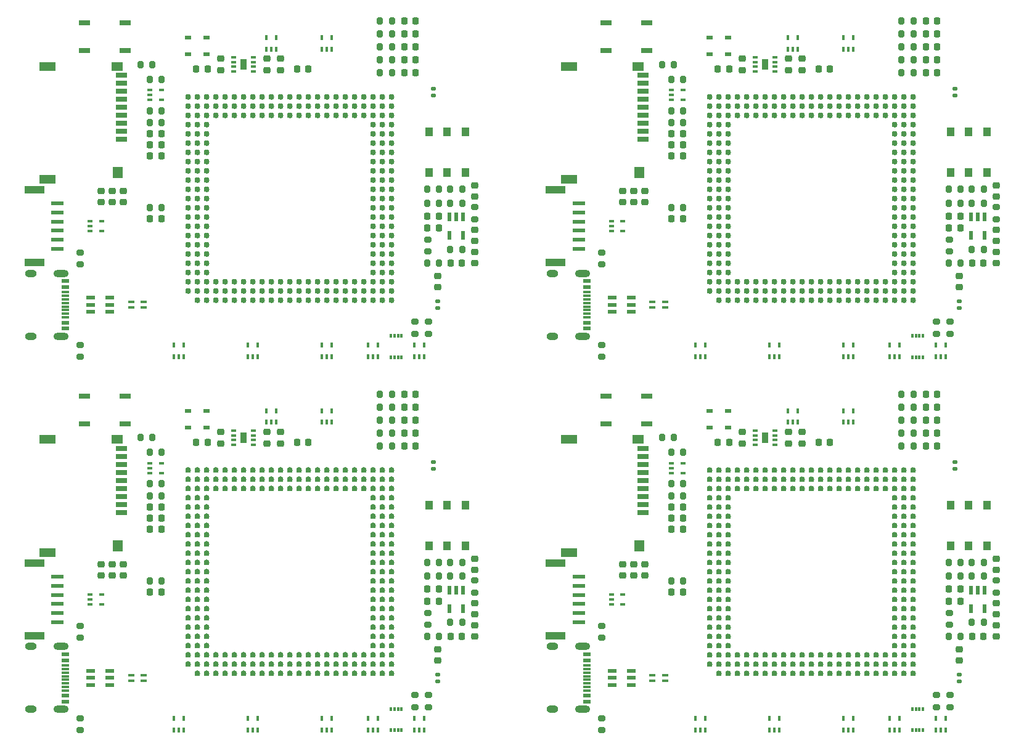
<source format=gtp>
%TF.GenerationSoftware,KiCad,Pcbnew,9.0.0*%
%TF.CreationDate,2025-03-19T15:37:07+00:00*%
%TF.ProjectId,SparkFun_GNSS_mosaic-T_panelized,53706172-6b46-4756-9e5f-474e53535f6d,v01*%
%TF.SameCoordinates,Original*%
%TF.FileFunction,Paste,Top*%
%TF.FilePolarity,Positive*%
%FSLAX46Y46*%
G04 Gerber Fmt 4.6, Leading zero omitted, Abs format (unit mm)*
G04 Created by KiCad (PCBNEW 9.0.0) date 2025-03-19 15:37:07*
%MOMM*%
%LPD*%
G01*
G04 APERTURE LIST*
G04 Aperture macros list*
%AMRoundRect*
0 Rectangle with rounded corners*
0 $1 Rounding radius*
0 $2 $3 $4 $5 $6 $7 $8 $9 X,Y pos of 4 corners*
0 Add a 4 corners polygon primitive as box body*
4,1,4,$2,$3,$4,$5,$6,$7,$8,$9,$2,$3,0*
0 Add four circle primitives for the rounded corners*
1,1,$1+$1,$2,$3*
1,1,$1+$1,$4,$5*
1,1,$1+$1,$6,$7*
1,1,$1+$1,$8,$9*
0 Add four rect primitives between the rounded corners*
20,1,$1+$1,$2,$3,$4,$5,0*
20,1,$1+$1,$4,$5,$6,$7,0*
20,1,$1+$1,$6,$7,$8,$9,0*
20,1,$1+$1,$8,$9,$2,$3,0*%
G04 Aperture macros list end*
%ADD10C,0.000000*%
%ADD11RoundRect,0.030000X-0.120000X0.245000X-0.120000X-0.245000X0.120000X-0.245000X0.120000X0.245000X0*%
%ADD12R,0.300000X0.700000*%
%ADD13R,1.200000X0.550000*%
%ADD14RoundRect,0.225000X0.250000X-0.225000X0.250000X0.225000X-0.250000X0.225000X-0.250000X-0.225000X0*%
%ADD15RoundRect,0.225000X0.225000X0.250000X-0.225000X0.250000X-0.225000X-0.250000X0.225000X-0.250000X0*%
%ADD16R,0.700000X0.300000*%
%ADD17RoundRect,0.200000X0.200000X0.275000X-0.200000X0.275000X-0.200000X-0.275000X0.200000X-0.275000X0*%
%ADD18R,0.830000X0.630000*%
%ADD19RoundRect,0.200000X-0.200000X-0.275000X0.200000X-0.275000X0.200000X0.275000X-0.200000X0.275000X0*%
%ADD20RoundRect,0.200000X0.275000X-0.200000X0.275000X0.200000X-0.275000X0.200000X-0.275000X-0.200000X0*%
%ADD21R,1.700000X0.600000*%
%ADD22R,2.700000X1.000000*%
%ADD23RoundRect,0.140000X-0.170000X0.140000X-0.170000X-0.140000X0.170000X-0.140000X0.170000X0.140000X0*%
%ADD24RoundRect,0.225000X-0.225000X-0.250000X0.225000X-0.250000X0.225000X0.250000X-0.225000X0.250000X0*%
%ADD25RoundRect,0.225000X-0.250000X0.225000X-0.250000X-0.225000X0.250000X-0.225000X0.250000X0.225000X0*%
%ADD26RoundRect,0.218750X0.218750X0.256250X-0.218750X0.256250X-0.218750X-0.256250X0.218750X-0.256250X0*%
%ADD27RoundRect,0.200000X-0.275000X0.200000X-0.275000X-0.200000X0.275000X-0.200000X0.275000X0.200000X0*%
%ADD28R,1.000000X0.300000*%
%ADD29R,1.000000X0.600000*%
%ADD30O,1.600000X1.000000*%
%ADD31O,2.100000X1.000000*%
%ADD32R,1.000000X1.150000*%
%ADD33R,0.550000X1.200000*%
%ADD34R,1.524000X0.762000*%
%ADD35R,0.900000X0.400000*%
%ADD36R,0.650000X0.300000*%
%ADD37R,1.600000X0.700000*%
%ADD38R,1.600000X1.200000*%
%ADD39R,2.200000X1.200000*%
%ADD40R,1.400000X1.600000*%
%ADD41RoundRect,0.140000X0.170000X-0.140000X0.170000X0.140000X-0.170000X0.140000X-0.170000X-0.140000X0*%
G04 APERTURE END LIST*
D10*
%TO.C,U1*%
G36*
X22977784Y39732503D02*
G01*
X23084039Y39678364D01*
X23168364Y39594039D01*
X23222503Y39487784D01*
X23241158Y39370000D01*
X23222503Y39252216D01*
X23168364Y39145961D01*
X23083305Y39060903D01*
X22861025Y38988679D01*
X22742216Y39007497D01*
X22635961Y39061636D01*
X22551636Y39145961D01*
X22497497Y39252216D01*
X22478842Y39370000D01*
X22497497Y39487784D01*
X22551636Y39594039D01*
X22636695Y39679097D01*
X22858975Y39751321D01*
X22977784Y39732503D01*
G37*
G36*
X22977784Y38462503D02*
G01*
X23084039Y38408364D01*
X23168364Y38324039D01*
X23222503Y38217784D01*
X23241158Y38100000D01*
X23222503Y37982216D01*
X23168364Y37875961D01*
X23083305Y37790903D01*
X22861025Y37718679D01*
X22742216Y37737497D01*
X22635961Y37791636D01*
X22551636Y37875961D01*
X22497497Y37982216D01*
X22478842Y38100000D01*
X22497497Y38217784D01*
X22551636Y38324039D01*
X22636695Y38409097D01*
X22858975Y38481321D01*
X22977784Y38462503D01*
G37*
G36*
X22977784Y37192503D02*
G01*
X23084039Y37138364D01*
X23168364Y37054039D01*
X23222503Y36947784D01*
X23241158Y36830000D01*
X23222503Y36712216D01*
X23168364Y36605961D01*
X23083305Y36520903D01*
X22861025Y36448679D01*
X22742216Y36467497D01*
X22635961Y36521636D01*
X22551636Y36605961D01*
X22497497Y36712216D01*
X22478842Y36830000D01*
X22497497Y36947784D01*
X22551636Y37054039D01*
X22636695Y37139097D01*
X22858975Y37211321D01*
X22977784Y37192503D01*
G37*
G36*
X22977784Y35922503D02*
G01*
X23084039Y35868364D01*
X23168364Y35784039D01*
X23222503Y35677784D01*
X23241158Y35560000D01*
X23222503Y35442216D01*
X23168364Y35335961D01*
X23083305Y35250903D01*
X22861025Y35178679D01*
X22742216Y35197497D01*
X22635961Y35251636D01*
X22551636Y35335961D01*
X22497497Y35442216D01*
X22478842Y35560000D01*
X22497497Y35677784D01*
X22551636Y35784039D01*
X22636695Y35869097D01*
X22858975Y35941321D01*
X22977784Y35922503D01*
G37*
G36*
X22977784Y34652503D02*
G01*
X23084039Y34598364D01*
X23168364Y34514039D01*
X23222503Y34407784D01*
X23241158Y34290000D01*
X23222503Y34172216D01*
X23168364Y34065961D01*
X23083305Y33980903D01*
X22861025Y33908679D01*
X22742216Y33927497D01*
X22635961Y33981636D01*
X22551636Y34065961D01*
X22497497Y34172216D01*
X22478842Y34290000D01*
X22497497Y34407784D01*
X22551636Y34514039D01*
X22636695Y34599097D01*
X22858975Y34671321D01*
X22977784Y34652503D01*
G37*
G36*
X22977784Y33382503D02*
G01*
X23084039Y33328364D01*
X23168364Y33244039D01*
X23222503Y33137784D01*
X23241158Y33020000D01*
X23222503Y32902216D01*
X23168364Y32795961D01*
X23083305Y32710903D01*
X22861025Y32638679D01*
X22742216Y32657497D01*
X22635961Y32711636D01*
X22551636Y32795961D01*
X22497497Y32902216D01*
X22478842Y33020000D01*
X22497497Y33137784D01*
X22551636Y33244039D01*
X22636695Y33329097D01*
X22858975Y33401321D01*
X22977784Y33382503D01*
G37*
G36*
X22977784Y32112503D02*
G01*
X23084039Y32058364D01*
X23168364Y31974039D01*
X23222503Y31867784D01*
X23241158Y31750000D01*
X23222503Y31632216D01*
X23168364Y31525961D01*
X23083305Y31440903D01*
X22861025Y31368679D01*
X22742216Y31387497D01*
X22635961Y31441636D01*
X22551636Y31525961D01*
X22497497Y31632216D01*
X22478842Y31750000D01*
X22497497Y31867784D01*
X22551636Y31974039D01*
X22636695Y32059097D01*
X22858975Y32131321D01*
X22977784Y32112503D01*
G37*
G36*
X22977784Y30842503D02*
G01*
X23084039Y30788364D01*
X23168364Y30704039D01*
X23222503Y30597784D01*
X23241158Y30480000D01*
X23222503Y30362216D01*
X23168364Y30255961D01*
X23083305Y30170903D01*
X22861025Y30098679D01*
X22742216Y30117497D01*
X22635961Y30171636D01*
X22551636Y30255961D01*
X22497497Y30362216D01*
X22478842Y30480000D01*
X22497497Y30597784D01*
X22551636Y30704039D01*
X22636695Y30789097D01*
X22858975Y30861321D01*
X22977784Y30842503D01*
G37*
G36*
X22977784Y29572503D02*
G01*
X23084039Y29518364D01*
X23168364Y29434039D01*
X23222503Y29327784D01*
X23241158Y29210000D01*
X23222503Y29092216D01*
X23168364Y28985961D01*
X23083305Y28900903D01*
X22861025Y28828679D01*
X22742216Y28847497D01*
X22635961Y28901636D01*
X22551636Y28985961D01*
X22497497Y29092216D01*
X22478842Y29210000D01*
X22497497Y29327784D01*
X22551636Y29434039D01*
X22636695Y29519097D01*
X22858975Y29591321D01*
X22977784Y29572503D01*
G37*
G36*
X22977784Y28302503D02*
G01*
X23084039Y28248364D01*
X23168364Y28164039D01*
X23222503Y28057784D01*
X23241158Y27940000D01*
X23222503Y27822216D01*
X23168364Y27715961D01*
X23083305Y27630903D01*
X22861025Y27558679D01*
X22742216Y27577497D01*
X22635961Y27631636D01*
X22551636Y27715961D01*
X22497497Y27822216D01*
X22478842Y27940000D01*
X22497497Y28057784D01*
X22551636Y28164039D01*
X22636695Y28249097D01*
X22858975Y28321321D01*
X22977784Y28302503D01*
G37*
G36*
X22977784Y27032503D02*
G01*
X23084039Y26978364D01*
X23168364Y26894039D01*
X23222503Y26787784D01*
X23241158Y26670000D01*
X23222503Y26552216D01*
X23168364Y26445961D01*
X23083305Y26360903D01*
X22861025Y26288679D01*
X22742216Y26307497D01*
X22635961Y26361636D01*
X22551636Y26445961D01*
X22497497Y26552216D01*
X22478842Y26670000D01*
X22497497Y26787784D01*
X22551636Y26894039D01*
X22636695Y26979097D01*
X22858975Y27051321D01*
X22977784Y27032503D01*
G37*
G36*
X22977784Y25762503D02*
G01*
X23084039Y25708364D01*
X23168364Y25624039D01*
X23222503Y25517784D01*
X23241158Y25400000D01*
X23222503Y25282216D01*
X23168364Y25175961D01*
X23083305Y25090903D01*
X22861025Y25018679D01*
X22742216Y25037497D01*
X22635961Y25091636D01*
X22551636Y25175961D01*
X22497497Y25282216D01*
X22478842Y25400000D01*
X22497497Y25517784D01*
X22551636Y25624039D01*
X22636695Y25709097D01*
X22858975Y25781321D01*
X22977784Y25762503D01*
G37*
G36*
X22977784Y24492503D02*
G01*
X23084039Y24438364D01*
X23168364Y24354039D01*
X23222503Y24247784D01*
X23241158Y24130000D01*
X23222503Y24012216D01*
X23168364Y23905961D01*
X23083305Y23820903D01*
X22861025Y23748679D01*
X22742216Y23767497D01*
X22635961Y23821636D01*
X22551636Y23905961D01*
X22497497Y24012216D01*
X22478842Y24130000D01*
X22497497Y24247784D01*
X22551636Y24354039D01*
X22636695Y24439097D01*
X22858975Y24511321D01*
X22977784Y24492503D01*
G37*
G36*
X22977784Y23222503D02*
G01*
X23084039Y23168364D01*
X23168364Y23084039D01*
X23222503Y22977784D01*
X23241158Y22860000D01*
X23222503Y22742216D01*
X23168364Y22635961D01*
X23083305Y22550903D01*
X22861025Y22478679D01*
X22742216Y22497497D01*
X22635961Y22551636D01*
X22551636Y22635961D01*
X22497497Y22742216D01*
X22478842Y22860000D01*
X22497497Y22977784D01*
X22551636Y23084039D01*
X22636695Y23169097D01*
X22858975Y23241321D01*
X22977784Y23222503D01*
G37*
G36*
X22977784Y21952503D02*
G01*
X23084039Y21898364D01*
X23168364Y21814039D01*
X23222503Y21707784D01*
X23241158Y21590000D01*
X23222503Y21472216D01*
X23168364Y21365961D01*
X23083305Y21280903D01*
X22861025Y21208679D01*
X22742216Y21227497D01*
X22635961Y21281636D01*
X22551636Y21365961D01*
X22497497Y21472216D01*
X22478842Y21590000D01*
X22497497Y21707784D01*
X22551636Y21814039D01*
X22636695Y21899097D01*
X22858975Y21971321D01*
X22977784Y21952503D01*
G37*
G36*
X22977784Y20682503D02*
G01*
X23084039Y20628364D01*
X23168364Y20544039D01*
X23222503Y20437784D01*
X23241158Y20320000D01*
X23222503Y20202216D01*
X23168364Y20095961D01*
X23083305Y20010903D01*
X22861025Y19938679D01*
X22742216Y19957497D01*
X22635961Y20011636D01*
X22551636Y20095961D01*
X22497497Y20202216D01*
X22478842Y20320000D01*
X22497497Y20437784D01*
X22551636Y20544039D01*
X22636695Y20629097D01*
X22858975Y20701321D01*
X22977784Y20682503D01*
G37*
G36*
X22977784Y19412503D02*
G01*
X23084039Y19358364D01*
X23168364Y19274039D01*
X23222503Y19167784D01*
X23241158Y19050000D01*
X23222503Y18932216D01*
X23168364Y18825961D01*
X23083305Y18740903D01*
X22861025Y18668679D01*
X22742216Y18687497D01*
X22635961Y18741636D01*
X22551636Y18825961D01*
X22497497Y18932216D01*
X22478842Y19050000D01*
X22497497Y19167784D01*
X22551636Y19274039D01*
X22636695Y19359097D01*
X22858975Y19431321D01*
X22977784Y19412503D01*
G37*
G36*
X22977784Y18142503D02*
G01*
X23084039Y18088364D01*
X23168364Y18004039D01*
X23222503Y17897784D01*
X23241158Y17780000D01*
X23222503Y17662216D01*
X23168364Y17555961D01*
X23083305Y17470903D01*
X22861025Y17398679D01*
X22742216Y17417497D01*
X22635961Y17471636D01*
X22551636Y17555961D01*
X22497497Y17662216D01*
X22478842Y17780000D01*
X22497497Y17897784D01*
X22551636Y18004039D01*
X22636695Y18089097D01*
X22858975Y18161321D01*
X22977784Y18142503D01*
G37*
G36*
X22977784Y16872503D02*
G01*
X23084039Y16818364D01*
X23168364Y16734039D01*
X23222503Y16627784D01*
X23241158Y16510000D01*
X23222503Y16392216D01*
X23168364Y16285961D01*
X23083305Y16200903D01*
X22861025Y16128679D01*
X22742216Y16147497D01*
X22635961Y16201636D01*
X22551636Y16285961D01*
X22497497Y16392216D01*
X22478842Y16510000D01*
X22497497Y16627784D01*
X22551636Y16734039D01*
X22636695Y16819097D01*
X22858975Y16891321D01*
X22977784Y16872503D01*
G37*
G36*
X22977784Y15602503D02*
G01*
X23084039Y15548364D01*
X23168364Y15464039D01*
X23222503Y15357784D01*
X23241158Y15240000D01*
X23222503Y15122216D01*
X23168364Y15015961D01*
X23083305Y14930903D01*
X22861025Y14858679D01*
X22742216Y14877497D01*
X22635961Y14931636D01*
X22551636Y15015961D01*
X22497497Y15122216D01*
X22478842Y15240000D01*
X22497497Y15357784D01*
X22551636Y15464039D01*
X22636695Y15549097D01*
X22858975Y15621321D01*
X22977784Y15602503D01*
G37*
G36*
X22977784Y14332503D02*
G01*
X23084039Y14278364D01*
X23168364Y14194039D01*
X23222503Y14087784D01*
X23241158Y13970000D01*
X23222503Y13852216D01*
X23168364Y13745961D01*
X23083305Y13660903D01*
X22861025Y13588679D01*
X22742216Y13607497D01*
X22635961Y13661636D01*
X22551636Y13745961D01*
X22497497Y13852216D01*
X22478842Y13970000D01*
X22497497Y14087784D01*
X22551636Y14194039D01*
X22636695Y14279097D01*
X22858975Y14351321D01*
X22977784Y14332503D01*
G37*
G36*
X22977784Y13062503D02*
G01*
X23084039Y13008364D01*
X23168364Y12924039D01*
X23222503Y12817784D01*
X23241158Y12700000D01*
X23222503Y12582216D01*
X23168364Y12475961D01*
X23083305Y12390903D01*
X22861025Y12318679D01*
X22742216Y12337497D01*
X22635961Y12391636D01*
X22551636Y12475961D01*
X22497497Y12582216D01*
X22478842Y12700000D01*
X22497497Y12817784D01*
X22551636Y12924039D01*
X22636695Y13009097D01*
X22858975Y13081321D01*
X22977784Y13062503D01*
G37*
G36*
X24247784Y39732503D02*
G01*
X24354039Y39678364D01*
X24438364Y39594039D01*
X24492503Y39487784D01*
X24511158Y39370000D01*
X24492503Y39252216D01*
X24438364Y39145961D01*
X24353305Y39060903D01*
X24131025Y38988679D01*
X24012216Y39007497D01*
X23905961Y39061636D01*
X23821636Y39145961D01*
X23767497Y39252216D01*
X23748842Y39370000D01*
X23767497Y39487784D01*
X23821636Y39594039D01*
X23906695Y39679097D01*
X24128975Y39751321D01*
X24247784Y39732503D01*
G37*
G36*
X24247784Y38462503D02*
G01*
X24354039Y38408364D01*
X24438364Y38324039D01*
X24492503Y38217784D01*
X24511158Y38100000D01*
X24492503Y37982216D01*
X24438364Y37875961D01*
X24353305Y37790903D01*
X24131025Y37718679D01*
X24012216Y37737497D01*
X23905961Y37791636D01*
X23821636Y37875961D01*
X23767497Y37982216D01*
X23748842Y38100000D01*
X23767497Y38217784D01*
X23821636Y38324039D01*
X23906695Y38409097D01*
X24128975Y38481321D01*
X24247784Y38462503D01*
G37*
G36*
X24247784Y37192503D02*
G01*
X24354039Y37138364D01*
X24438364Y37054039D01*
X24492503Y36947784D01*
X24511158Y36830000D01*
X24492503Y36712216D01*
X24438364Y36605961D01*
X24353305Y36520903D01*
X24131025Y36448679D01*
X24012216Y36467497D01*
X23905961Y36521636D01*
X23821636Y36605961D01*
X23767497Y36712216D01*
X23748842Y36830000D01*
X23767497Y36947784D01*
X23821636Y37054039D01*
X23906695Y37139097D01*
X24128975Y37211321D01*
X24247784Y37192503D01*
G37*
G36*
X24247784Y35922503D02*
G01*
X24354039Y35868364D01*
X24438364Y35784039D01*
X24492503Y35677784D01*
X24511158Y35560000D01*
X24492503Y35442216D01*
X24438364Y35335961D01*
X24353305Y35250903D01*
X24131025Y35178679D01*
X24012216Y35197497D01*
X23905961Y35251636D01*
X23821636Y35335961D01*
X23767497Y35442216D01*
X23748842Y35560000D01*
X23767497Y35677784D01*
X23821636Y35784039D01*
X23906695Y35869097D01*
X24128975Y35941321D01*
X24247784Y35922503D01*
G37*
G36*
X24247784Y34652503D02*
G01*
X24354039Y34598364D01*
X24438364Y34514039D01*
X24492503Y34407784D01*
X24511158Y34290000D01*
X24492503Y34172216D01*
X24438364Y34065961D01*
X24353305Y33980903D01*
X24131025Y33908679D01*
X24012216Y33927497D01*
X23905961Y33981636D01*
X23821636Y34065961D01*
X23767497Y34172216D01*
X23748842Y34290000D01*
X23767497Y34407784D01*
X23821636Y34514039D01*
X23906695Y34599097D01*
X24128975Y34671321D01*
X24247784Y34652503D01*
G37*
G36*
X24247784Y33382503D02*
G01*
X24354039Y33328364D01*
X24438364Y33244039D01*
X24492503Y33137784D01*
X24511158Y33020000D01*
X24492503Y32902216D01*
X24438364Y32795961D01*
X24353305Y32710903D01*
X24131025Y32638679D01*
X24012216Y32657497D01*
X23905961Y32711636D01*
X23821636Y32795961D01*
X23767497Y32902216D01*
X23748842Y33020000D01*
X23767497Y33137784D01*
X23821636Y33244039D01*
X23906695Y33329097D01*
X24128975Y33401321D01*
X24247784Y33382503D01*
G37*
G36*
X24247784Y32112503D02*
G01*
X24354039Y32058364D01*
X24438364Y31974039D01*
X24492503Y31867784D01*
X24511158Y31750000D01*
X24492503Y31632216D01*
X24438364Y31525961D01*
X24353305Y31440903D01*
X24131025Y31368679D01*
X24012216Y31387497D01*
X23905961Y31441636D01*
X23821636Y31525961D01*
X23767497Y31632216D01*
X23748842Y31750000D01*
X23767497Y31867784D01*
X23821636Y31974039D01*
X23906695Y32059097D01*
X24128975Y32131321D01*
X24247784Y32112503D01*
G37*
G36*
X24247784Y30842503D02*
G01*
X24354039Y30788364D01*
X24438364Y30704039D01*
X24492503Y30597784D01*
X24511158Y30480000D01*
X24492503Y30362216D01*
X24438364Y30255961D01*
X24353305Y30170903D01*
X24131025Y30098679D01*
X24012216Y30117497D01*
X23905961Y30171636D01*
X23821636Y30255961D01*
X23767497Y30362216D01*
X23748842Y30480000D01*
X23767497Y30597784D01*
X23821636Y30704039D01*
X23906695Y30789097D01*
X24128975Y30861321D01*
X24247784Y30842503D01*
G37*
G36*
X24247784Y29572503D02*
G01*
X24354039Y29518364D01*
X24438364Y29434039D01*
X24492503Y29327784D01*
X24511158Y29210000D01*
X24492503Y29092216D01*
X24438364Y28985961D01*
X24353305Y28900903D01*
X24131025Y28828679D01*
X24012216Y28847497D01*
X23905961Y28901636D01*
X23821636Y28985961D01*
X23767497Y29092216D01*
X23748842Y29210000D01*
X23767497Y29327784D01*
X23821636Y29434039D01*
X23906695Y29519097D01*
X24128975Y29591321D01*
X24247784Y29572503D01*
G37*
G36*
X24247784Y28302503D02*
G01*
X24354039Y28248364D01*
X24438364Y28164039D01*
X24492503Y28057784D01*
X24511158Y27940000D01*
X24492503Y27822216D01*
X24438364Y27715961D01*
X24353305Y27630903D01*
X24131025Y27558679D01*
X24012216Y27577497D01*
X23905961Y27631636D01*
X23821636Y27715961D01*
X23767497Y27822216D01*
X23748842Y27940000D01*
X23767497Y28057784D01*
X23821636Y28164039D01*
X23906695Y28249097D01*
X24128975Y28321321D01*
X24247784Y28302503D01*
G37*
G36*
X24247784Y27032503D02*
G01*
X24354039Y26978364D01*
X24438364Y26894039D01*
X24492503Y26787784D01*
X24511158Y26670000D01*
X24492503Y26552216D01*
X24438364Y26445961D01*
X24353305Y26360903D01*
X24131025Y26288679D01*
X24012216Y26307497D01*
X23905961Y26361636D01*
X23821636Y26445961D01*
X23767497Y26552216D01*
X23748842Y26670000D01*
X23767497Y26787784D01*
X23821636Y26894039D01*
X23906695Y26979097D01*
X24128975Y27051321D01*
X24247784Y27032503D01*
G37*
G36*
X24247784Y25762503D02*
G01*
X24354039Y25708364D01*
X24438364Y25624039D01*
X24492503Y25517784D01*
X24511158Y25400000D01*
X24492503Y25282216D01*
X24438364Y25175961D01*
X24353305Y25090903D01*
X24131025Y25018679D01*
X24012216Y25037497D01*
X23905961Y25091636D01*
X23821636Y25175961D01*
X23767497Y25282216D01*
X23748842Y25400000D01*
X23767497Y25517784D01*
X23821636Y25624039D01*
X23906695Y25709097D01*
X24128975Y25781321D01*
X24247784Y25762503D01*
G37*
G36*
X24247784Y24492503D02*
G01*
X24354039Y24438364D01*
X24438364Y24354039D01*
X24492503Y24247784D01*
X24511158Y24130000D01*
X24492503Y24012216D01*
X24438364Y23905961D01*
X24353305Y23820903D01*
X24131025Y23748679D01*
X24012216Y23767497D01*
X23905961Y23821636D01*
X23821636Y23905961D01*
X23767497Y24012216D01*
X23748842Y24130000D01*
X23767497Y24247784D01*
X23821636Y24354039D01*
X23906695Y24439097D01*
X24128975Y24511321D01*
X24247784Y24492503D01*
G37*
G36*
X24247784Y23222503D02*
G01*
X24354039Y23168364D01*
X24438364Y23084039D01*
X24492503Y22977784D01*
X24511158Y22860000D01*
X24492503Y22742216D01*
X24438364Y22635961D01*
X24353305Y22550903D01*
X24131025Y22478679D01*
X24012216Y22497497D01*
X23905961Y22551636D01*
X23821636Y22635961D01*
X23767497Y22742216D01*
X23748842Y22860000D01*
X23767497Y22977784D01*
X23821636Y23084039D01*
X23906695Y23169097D01*
X24128975Y23241321D01*
X24247784Y23222503D01*
G37*
G36*
X24247784Y21952503D02*
G01*
X24354039Y21898364D01*
X24438364Y21814039D01*
X24492503Y21707784D01*
X24511158Y21590000D01*
X24492503Y21472216D01*
X24438364Y21365961D01*
X24353305Y21280903D01*
X24131025Y21208679D01*
X24012216Y21227497D01*
X23905961Y21281636D01*
X23821636Y21365961D01*
X23767497Y21472216D01*
X23748842Y21590000D01*
X23767497Y21707784D01*
X23821636Y21814039D01*
X23906695Y21899097D01*
X24128975Y21971321D01*
X24247784Y21952503D01*
G37*
G36*
X24247784Y20682503D02*
G01*
X24354039Y20628364D01*
X24438364Y20544039D01*
X24492503Y20437784D01*
X24511158Y20320000D01*
X24492503Y20202216D01*
X24438364Y20095961D01*
X24353305Y20010903D01*
X24131025Y19938679D01*
X24012216Y19957497D01*
X23905961Y20011636D01*
X23821636Y20095961D01*
X23767497Y20202216D01*
X23748842Y20320000D01*
X23767497Y20437784D01*
X23821636Y20544039D01*
X23906695Y20629097D01*
X24128975Y20701321D01*
X24247784Y20682503D01*
G37*
G36*
X24247784Y19412503D02*
G01*
X24354039Y19358364D01*
X24438364Y19274039D01*
X24492503Y19167784D01*
X24511158Y19050000D01*
X24492503Y18932216D01*
X24438364Y18825961D01*
X24353305Y18740903D01*
X24131025Y18668679D01*
X24012216Y18687497D01*
X23905961Y18741636D01*
X23821636Y18825961D01*
X23767497Y18932216D01*
X23748842Y19050000D01*
X23767497Y19167784D01*
X23821636Y19274039D01*
X23906695Y19359097D01*
X24128975Y19431321D01*
X24247784Y19412503D01*
G37*
G36*
X24247784Y18142503D02*
G01*
X24354039Y18088364D01*
X24438364Y18004039D01*
X24492503Y17897784D01*
X24511158Y17780000D01*
X24492503Y17662216D01*
X24438364Y17555961D01*
X24353305Y17470903D01*
X24131025Y17398679D01*
X24012216Y17417497D01*
X23905961Y17471636D01*
X23821636Y17555961D01*
X23767497Y17662216D01*
X23748842Y17780000D01*
X23767497Y17897784D01*
X23821636Y18004039D01*
X23906695Y18089097D01*
X24128975Y18161321D01*
X24247784Y18142503D01*
G37*
G36*
X24247784Y16872503D02*
G01*
X24354039Y16818364D01*
X24438364Y16734039D01*
X24492503Y16627784D01*
X24511158Y16510000D01*
X24492503Y16392216D01*
X24438364Y16285961D01*
X24353305Y16200903D01*
X24131025Y16128679D01*
X24012216Y16147497D01*
X23905961Y16201636D01*
X23821636Y16285961D01*
X23767497Y16392216D01*
X23748842Y16510000D01*
X23767497Y16627784D01*
X23821636Y16734039D01*
X23906695Y16819097D01*
X24128975Y16891321D01*
X24247784Y16872503D01*
G37*
G36*
X24247784Y15602503D02*
G01*
X24354039Y15548364D01*
X24438364Y15464039D01*
X24492503Y15357784D01*
X24511158Y15240000D01*
X24492503Y15122216D01*
X24438364Y15015961D01*
X24353305Y14930903D01*
X24131025Y14858679D01*
X24012216Y14877497D01*
X23905961Y14931636D01*
X23821636Y15015961D01*
X23767497Y15122216D01*
X23748842Y15240000D01*
X23767497Y15357784D01*
X23821636Y15464039D01*
X23906695Y15549097D01*
X24128975Y15621321D01*
X24247784Y15602503D01*
G37*
G36*
X24247784Y14332503D02*
G01*
X24354039Y14278364D01*
X24438364Y14194039D01*
X24492503Y14087784D01*
X24511158Y13970000D01*
X24492503Y13852216D01*
X24438364Y13745961D01*
X24353305Y13660903D01*
X24131025Y13588679D01*
X24012216Y13607497D01*
X23905961Y13661636D01*
X23821636Y13745961D01*
X23767497Y13852216D01*
X23748842Y13970000D01*
X23767497Y14087784D01*
X23821636Y14194039D01*
X23906695Y14279097D01*
X24128975Y14351321D01*
X24247784Y14332503D01*
G37*
G36*
X24247784Y13062503D02*
G01*
X24354039Y13008364D01*
X24438364Y12924039D01*
X24492503Y12817784D01*
X24511158Y12700000D01*
X24492503Y12582216D01*
X24438364Y12475961D01*
X24353305Y12390903D01*
X24131025Y12318679D01*
X24012216Y12337497D01*
X23905961Y12391636D01*
X23821636Y12475961D01*
X23767497Y12582216D01*
X23748842Y12700000D01*
X23767497Y12817784D01*
X23821636Y12924039D01*
X23906695Y13009097D01*
X24128975Y13081321D01*
X24247784Y13062503D01*
G37*
G36*
X24247784Y11792503D02*
G01*
X24354039Y11738364D01*
X24438364Y11654039D01*
X24492503Y11547784D01*
X24511158Y11430000D01*
X24492503Y11312216D01*
X24438364Y11205961D01*
X24353305Y11120903D01*
X24131025Y11048679D01*
X24012216Y11067497D01*
X23905961Y11121636D01*
X23821636Y11205961D01*
X23767497Y11312216D01*
X23748842Y11430000D01*
X23767497Y11547784D01*
X23821636Y11654039D01*
X23906695Y11739097D01*
X24128975Y11811321D01*
X24247784Y11792503D01*
G37*
G36*
X25517784Y39732503D02*
G01*
X25624039Y39678364D01*
X25708364Y39594039D01*
X25762503Y39487784D01*
X25781158Y39370000D01*
X25762503Y39252216D01*
X25708364Y39145961D01*
X25623305Y39060903D01*
X25401025Y38988679D01*
X25282216Y39007497D01*
X25175961Y39061636D01*
X25091636Y39145961D01*
X25037497Y39252216D01*
X25018842Y39370000D01*
X25037497Y39487784D01*
X25091636Y39594039D01*
X25176695Y39679097D01*
X25398975Y39751321D01*
X25517784Y39732503D01*
G37*
G36*
X25517784Y38462503D02*
G01*
X25624039Y38408364D01*
X25708364Y38324039D01*
X25762503Y38217784D01*
X25781158Y38100000D01*
X25762503Y37982216D01*
X25708364Y37875961D01*
X25623305Y37790903D01*
X25401025Y37718679D01*
X25282216Y37737497D01*
X25175961Y37791636D01*
X25091636Y37875961D01*
X25037497Y37982216D01*
X25018842Y38100000D01*
X25037497Y38217784D01*
X25091636Y38324039D01*
X25176695Y38409097D01*
X25398975Y38481321D01*
X25517784Y38462503D01*
G37*
G36*
X25517784Y37192503D02*
G01*
X25624039Y37138364D01*
X25708364Y37054039D01*
X25762503Y36947784D01*
X25781158Y36830000D01*
X25762503Y36712216D01*
X25708364Y36605961D01*
X25623305Y36520903D01*
X25401025Y36448679D01*
X25282216Y36467497D01*
X25175961Y36521636D01*
X25091636Y36605961D01*
X25037497Y36712216D01*
X25018842Y36830000D01*
X25037497Y36947784D01*
X25091636Y37054039D01*
X25176695Y37139097D01*
X25398975Y37211321D01*
X25517784Y37192503D01*
G37*
G36*
X25517784Y35922503D02*
G01*
X25624039Y35868364D01*
X25708364Y35784039D01*
X25762503Y35677784D01*
X25781158Y35560000D01*
X25762503Y35442216D01*
X25708364Y35335961D01*
X25623305Y35250903D01*
X25401025Y35178679D01*
X25282216Y35197497D01*
X25175961Y35251636D01*
X25091636Y35335961D01*
X25037497Y35442216D01*
X25018842Y35560000D01*
X25037497Y35677784D01*
X25091636Y35784039D01*
X25176695Y35869097D01*
X25398975Y35941321D01*
X25517784Y35922503D01*
G37*
G36*
X25517784Y34652503D02*
G01*
X25624039Y34598364D01*
X25708364Y34514039D01*
X25762503Y34407784D01*
X25781158Y34290000D01*
X25762503Y34172216D01*
X25708364Y34065961D01*
X25623305Y33980903D01*
X25401025Y33908679D01*
X25282216Y33927497D01*
X25175961Y33981636D01*
X25091636Y34065961D01*
X25037497Y34172216D01*
X25018842Y34290000D01*
X25037497Y34407784D01*
X25091636Y34514039D01*
X25176695Y34599097D01*
X25398975Y34671321D01*
X25517784Y34652503D01*
G37*
G36*
X25517784Y33382503D02*
G01*
X25624039Y33328364D01*
X25708364Y33244039D01*
X25762503Y33137784D01*
X25781158Y33020000D01*
X25762503Y32902216D01*
X25708364Y32795961D01*
X25623305Y32710903D01*
X25401025Y32638679D01*
X25282216Y32657497D01*
X25175961Y32711636D01*
X25091636Y32795961D01*
X25037497Y32902216D01*
X25018842Y33020000D01*
X25037497Y33137784D01*
X25091636Y33244039D01*
X25176695Y33329097D01*
X25398975Y33401321D01*
X25517784Y33382503D01*
G37*
G36*
X25517784Y32112503D02*
G01*
X25624039Y32058364D01*
X25708364Y31974039D01*
X25762503Y31867784D01*
X25781158Y31750000D01*
X25762503Y31632216D01*
X25708364Y31525961D01*
X25623305Y31440903D01*
X25401025Y31368679D01*
X25282216Y31387497D01*
X25175961Y31441636D01*
X25091636Y31525961D01*
X25037497Y31632216D01*
X25018842Y31750000D01*
X25037497Y31867784D01*
X25091636Y31974039D01*
X25176695Y32059097D01*
X25398975Y32131321D01*
X25517784Y32112503D01*
G37*
G36*
X25517784Y30842503D02*
G01*
X25624039Y30788364D01*
X25708364Y30704039D01*
X25762503Y30597784D01*
X25781158Y30480000D01*
X25762503Y30362216D01*
X25708364Y30255961D01*
X25623305Y30170903D01*
X25401025Y30098679D01*
X25282216Y30117497D01*
X25175961Y30171636D01*
X25091636Y30255961D01*
X25037497Y30362216D01*
X25018842Y30480000D01*
X25037497Y30597784D01*
X25091636Y30704039D01*
X25176695Y30789097D01*
X25398975Y30861321D01*
X25517784Y30842503D01*
G37*
G36*
X25517784Y29572503D02*
G01*
X25624039Y29518364D01*
X25708364Y29434039D01*
X25762503Y29327784D01*
X25781158Y29210000D01*
X25762503Y29092216D01*
X25708364Y28985961D01*
X25623305Y28900903D01*
X25401025Y28828679D01*
X25282216Y28847497D01*
X25175961Y28901636D01*
X25091636Y28985961D01*
X25037497Y29092216D01*
X25018842Y29210000D01*
X25037497Y29327784D01*
X25091636Y29434039D01*
X25176695Y29519097D01*
X25398975Y29591321D01*
X25517784Y29572503D01*
G37*
G36*
X25517784Y28302503D02*
G01*
X25624039Y28248364D01*
X25708364Y28164039D01*
X25762503Y28057784D01*
X25781158Y27940000D01*
X25762503Y27822216D01*
X25708364Y27715961D01*
X25623305Y27630903D01*
X25401025Y27558679D01*
X25282216Y27577497D01*
X25175961Y27631636D01*
X25091636Y27715961D01*
X25037497Y27822216D01*
X25018842Y27940000D01*
X25037497Y28057784D01*
X25091636Y28164039D01*
X25176695Y28249097D01*
X25398975Y28321321D01*
X25517784Y28302503D01*
G37*
G36*
X25517784Y27032503D02*
G01*
X25624039Y26978364D01*
X25708364Y26894039D01*
X25762503Y26787784D01*
X25781158Y26670000D01*
X25762503Y26552216D01*
X25708364Y26445961D01*
X25623305Y26360903D01*
X25401025Y26288679D01*
X25282216Y26307497D01*
X25175961Y26361636D01*
X25091636Y26445961D01*
X25037497Y26552216D01*
X25018842Y26670000D01*
X25037497Y26787784D01*
X25091636Y26894039D01*
X25176695Y26979097D01*
X25398975Y27051321D01*
X25517784Y27032503D01*
G37*
G36*
X25517784Y25762503D02*
G01*
X25624039Y25708364D01*
X25708364Y25624039D01*
X25762503Y25517784D01*
X25781158Y25400000D01*
X25762503Y25282216D01*
X25708364Y25175961D01*
X25623305Y25090903D01*
X25401025Y25018679D01*
X25282216Y25037497D01*
X25175961Y25091636D01*
X25091636Y25175961D01*
X25037497Y25282216D01*
X25018842Y25400000D01*
X25037497Y25517784D01*
X25091636Y25624039D01*
X25176695Y25709097D01*
X25398975Y25781321D01*
X25517784Y25762503D01*
G37*
G36*
X25517784Y24492503D02*
G01*
X25624039Y24438364D01*
X25708364Y24354039D01*
X25762503Y24247784D01*
X25781158Y24130000D01*
X25762503Y24012216D01*
X25708364Y23905961D01*
X25623305Y23820903D01*
X25401025Y23748679D01*
X25282216Y23767497D01*
X25175961Y23821636D01*
X25091636Y23905961D01*
X25037497Y24012216D01*
X25018842Y24130000D01*
X25037497Y24247784D01*
X25091636Y24354039D01*
X25176695Y24439097D01*
X25398975Y24511321D01*
X25517784Y24492503D01*
G37*
G36*
X25517784Y23222503D02*
G01*
X25624039Y23168364D01*
X25708364Y23084039D01*
X25762503Y22977784D01*
X25781158Y22860000D01*
X25762503Y22742216D01*
X25708364Y22635961D01*
X25623305Y22550903D01*
X25401025Y22478679D01*
X25282216Y22497497D01*
X25175961Y22551636D01*
X25091636Y22635961D01*
X25037497Y22742216D01*
X25018842Y22860000D01*
X25037497Y22977784D01*
X25091636Y23084039D01*
X25176695Y23169097D01*
X25398975Y23241321D01*
X25517784Y23222503D01*
G37*
G36*
X25517784Y21952503D02*
G01*
X25624039Y21898364D01*
X25708364Y21814039D01*
X25762503Y21707784D01*
X25781158Y21590000D01*
X25762503Y21472216D01*
X25708364Y21365961D01*
X25623305Y21280903D01*
X25401025Y21208679D01*
X25282216Y21227497D01*
X25175961Y21281636D01*
X25091636Y21365961D01*
X25037497Y21472216D01*
X25018842Y21590000D01*
X25037497Y21707784D01*
X25091636Y21814039D01*
X25176695Y21899097D01*
X25398975Y21971321D01*
X25517784Y21952503D01*
G37*
G36*
X25517784Y20682503D02*
G01*
X25624039Y20628364D01*
X25708364Y20544039D01*
X25762503Y20437784D01*
X25781158Y20320000D01*
X25762503Y20202216D01*
X25708364Y20095961D01*
X25623305Y20010903D01*
X25401025Y19938679D01*
X25282216Y19957497D01*
X25175961Y20011636D01*
X25091636Y20095961D01*
X25037497Y20202216D01*
X25018842Y20320000D01*
X25037497Y20437784D01*
X25091636Y20544039D01*
X25176695Y20629097D01*
X25398975Y20701321D01*
X25517784Y20682503D01*
G37*
G36*
X25517784Y19412503D02*
G01*
X25624039Y19358364D01*
X25708364Y19274039D01*
X25762503Y19167784D01*
X25781158Y19050000D01*
X25762503Y18932216D01*
X25708364Y18825961D01*
X25623305Y18740903D01*
X25401025Y18668679D01*
X25282216Y18687497D01*
X25175961Y18741636D01*
X25091636Y18825961D01*
X25037497Y18932216D01*
X25018842Y19050000D01*
X25037497Y19167784D01*
X25091636Y19274039D01*
X25176695Y19359097D01*
X25398975Y19431321D01*
X25517784Y19412503D01*
G37*
G36*
X25517784Y18142503D02*
G01*
X25624039Y18088364D01*
X25708364Y18004039D01*
X25762503Y17897784D01*
X25781158Y17780000D01*
X25762503Y17662216D01*
X25708364Y17555961D01*
X25623305Y17470903D01*
X25401025Y17398679D01*
X25282216Y17417497D01*
X25175961Y17471636D01*
X25091636Y17555961D01*
X25037497Y17662216D01*
X25018842Y17780000D01*
X25037497Y17897784D01*
X25091636Y18004039D01*
X25176695Y18089097D01*
X25398975Y18161321D01*
X25517784Y18142503D01*
G37*
G36*
X25517784Y16872503D02*
G01*
X25624039Y16818364D01*
X25708364Y16734039D01*
X25762503Y16627784D01*
X25781158Y16510000D01*
X25762503Y16392216D01*
X25708364Y16285961D01*
X25623305Y16200903D01*
X25401025Y16128679D01*
X25282216Y16147497D01*
X25175961Y16201636D01*
X25091636Y16285961D01*
X25037497Y16392216D01*
X25018842Y16510000D01*
X25037497Y16627784D01*
X25091636Y16734039D01*
X25176695Y16819097D01*
X25398975Y16891321D01*
X25517784Y16872503D01*
G37*
G36*
X25517784Y15602503D02*
G01*
X25624039Y15548364D01*
X25708364Y15464039D01*
X25762503Y15357784D01*
X25781158Y15240000D01*
X25762503Y15122216D01*
X25708364Y15015961D01*
X25623305Y14930903D01*
X25401025Y14858679D01*
X25282216Y14877497D01*
X25175961Y14931636D01*
X25091636Y15015961D01*
X25037497Y15122216D01*
X25018842Y15240000D01*
X25037497Y15357784D01*
X25091636Y15464039D01*
X25176695Y15549097D01*
X25398975Y15621321D01*
X25517784Y15602503D01*
G37*
G36*
X25517784Y14332503D02*
G01*
X25624039Y14278364D01*
X25708364Y14194039D01*
X25762503Y14087784D01*
X25781158Y13970000D01*
X25762503Y13852216D01*
X25708364Y13745961D01*
X25623305Y13660903D01*
X25401025Y13588679D01*
X25282216Y13607497D01*
X25175961Y13661636D01*
X25091636Y13745961D01*
X25037497Y13852216D01*
X25018842Y13970000D01*
X25037497Y14087784D01*
X25091636Y14194039D01*
X25176695Y14279097D01*
X25398975Y14351321D01*
X25517784Y14332503D01*
G37*
G36*
X25517784Y13062503D02*
G01*
X25624039Y13008364D01*
X25708364Y12924039D01*
X25762503Y12817784D01*
X25781158Y12700000D01*
X25762503Y12582216D01*
X25708364Y12475961D01*
X25623305Y12390903D01*
X25401025Y12318679D01*
X25282216Y12337497D01*
X25175961Y12391636D01*
X25091636Y12475961D01*
X25037497Y12582216D01*
X25018842Y12700000D01*
X25037497Y12817784D01*
X25091636Y12924039D01*
X25176695Y13009097D01*
X25398975Y13081321D01*
X25517784Y13062503D01*
G37*
G36*
X25517784Y11792503D02*
G01*
X25624039Y11738364D01*
X25708364Y11654039D01*
X25762503Y11547784D01*
X25781158Y11430000D01*
X25762503Y11312216D01*
X25708364Y11205961D01*
X25623305Y11120903D01*
X25401025Y11048679D01*
X25282216Y11067497D01*
X25175961Y11121636D01*
X25091636Y11205961D01*
X25037497Y11312216D01*
X25018842Y11430000D01*
X25037497Y11547784D01*
X25091636Y11654039D01*
X25176695Y11739097D01*
X25398975Y11811321D01*
X25517784Y11792503D01*
G37*
G36*
X26787784Y39732503D02*
G01*
X26894039Y39678364D01*
X26978364Y39594039D01*
X27032503Y39487784D01*
X27051158Y39370000D01*
X27032503Y39252216D01*
X26978364Y39145961D01*
X26893305Y39060903D01*
X26671025Y38988679D01*
X26552216Y39007497D01*
X26445961Y39061636D01*
X26361636Y39145961D01*
X26307497Y39252216D01*
X26288842Y39370000D01*
X26307497Y39487784D01*
X26361636Y39594039D01*
X26446695Y39679097D01*
X26668975Y39751321D01*
X26787784Y39732503D01*
G37*
G36*
X26787784Y38462503D02*
G01*
X26894039Y38408364D01*
X26978364Y38324039D01*
X27032503Y38217784D01*
X27051158Y38100000D01*
X27032503Y37982216D01*
X26978364Y37875961D01*
X26893305Y37790903D01*
X26671025Y37718679D01*
X26552216Y37737497D01*
X26445961Y37791636D01*
X26361636Y37875961D01*
X26307497Y37982216D01*
X26288842Y38100000D01*
X26307497Y38217784D01*
X26361636Y38324039D01*
X26446695Y38409097D01*
X26668975Y38481321D01*
X26787784Y38462503D01*
G37*
G36*
X26787784Y37192503D02*
G01*
X26894039Y37138364D01*
X26978364Y37054039D01*
X27032503Y36947784D01*
X27051158Y36830000D01*
X27032503Y36712216D01*
X26978364Y36605961D01*
X26893305Y36520903D01*
X26671025Y36448679D01*
X26552216Y36467497D01*
X26445961Y36521636D01*
X26361636Y36605961D01*
X26307497Y36712216D01*
X26288842Y36830000D01*
X26307497Y36947784D01*
X26361636Y37054039D01*
X26446695Y37139097D01*
X26668975Y37211321D01*
X26787784Y37192503D01*
G37*
G36*
X26787784Y14332503D02*
G01*
X26894039Y14278364D01*
X26978364Y14194039D01*
X27032503Y14087784D01*
X27051158Y13970000D01*
X27032503Y13852216D01*
X26978364Y13745961D01*
X26893305Y13660903D01*
X26671025Y13588679D01*
X26552216Y13607497D01*
X26445961Y13661636D01*
X26361636Y13745961D01*
X26307497Y13852216D01*
X26288842Y13970000D01*
X26307497Y14087784D01*
X26361636Y14194039D01*
X26446695Y14279097D01*
X26668975Y14351321D01*
X26787784Y14332503D01*
G37*
G36*
X26787784Y13062503D02*
G01*
X26894039Y13008364D01*
X26978364Y12924039D01*
X27032503Y12817784D01*
X27051158Y12700000D01*
X27032503Y12582216D01*
X26978364Y12475961D01*
X26893305Y12390903D01*
X26671025Y12318679D01*
X26552216Y12337497D01*
X26445961Y12391636D01*
X26361636Y12475961D01*
X26307497Y12582216D01*
X26288842Y12700000D01*
X26307497Y12817784D01*
X26361636Y12924039D01*
X26446695Y13009097D01*
X26668975Y13081321D01*
X26787784Y13062503D01*
G37*
G36*
X26787784Y11792503D02*
G01*
X26894039Y11738364D01*
X26978364Y11654039D01*
X27032503Y11547784D01*
X27051158Y11430000D01*
X27032503Y11312216D01*
X26978364Y11205961D01*
X26893305Y11120903D01*
X26671025Y11048679D01*
X26552216Y11067497D01*
X26445961Y11121636D01*
X26361636Y11205961D01*
X26307497Y11312216D01*
X26288842Y11430000D01*
X26307497Y11547784D01*
X26361636Y11654039D01*
X26446695Y11739097D01*
X26668975Y11811321D01*
X26787784Y11792503D01*
G37*
G36*
X28057784Y39732503D02*
G01*
X28164039Y39678364D01*
X28248364Y39594039D01*
X28302503Y39487784D01*
X28321158Y39370000D01*
X28302503Y39252216D01*
X28248364Y39145961D01*
X28163305Y39060903D01*
X27941025Y38988679D01*
X27822216Y39007497D01*
X27715961Y39061636D01*
X27631636Y39145961D01*
X27577497Y39252216D01*
X27558842Y39370000D01*
X27577497Y39487784D01*
X27631636Y39594039D01*
X27716695Y39679097D01*
X27938975Y39751321D01*
X28057784Y39732503D01*
G37*
G36*
X28057784Y38462503D02*
G01*
X28164039Y38408364D01*
X28248364Y38324039D01*
X28302503Y38217784D01*
X28321158Y38100000D01*
X28302503Y37982216D01*
X28248364Y37875961D01*
X28163305Y37790903D01*
X27941025Y37718679D01*
X27822216Y37737497D01*
X27715961Y37791636D01*
X27631636Y37875961D01*
X27577497Y37982216D01*
X27558842Y38100000D01*
X27577497Y38217784D01*
X27631636Y38324039D01*
X27716695Y38409097D01*
X27938975Y38481321D01*
X28057784Y38462503D01*
G37*
G36*
X28057784Y37192503D02*
G01*
X28164039Y37138364D01*
X28248364Y37054039D01*
X28302503Y36947784D01*
X28321158Y36830000D01*
X28302503Y36712216D01*
X28248364Y36605961D01*
X28163305Y36520903D01*
X27941025Y36448679D01*
X27822216Y36467497D01*
X27715961Y36521636D01*
X27631636Y36605961D01*
X27577497Y36712216D01*
X27558842Y36830000D01*
X27577497Y36947784D01*
X27631636Y37054039D01*
X27716695Y37139097D01*
X27938975Y37211321D01*
X28057784Y37192503D01*
G37*
G36*
X28057784Y14332503D02*
G01*
X28164039Y14278364D01*
X28248364Y14194039D01*
X28302503Y14087784D01*
X28321158Y13970000D01*
X28302503Y13852216D01*
X28248364Y13745961D01*
X28163305Y13660903D01*
X27941025Y13588679D01*
X27822216Y13607497D01*
X27715961Y13661636D01*
X27631636Y13745961D01*
X27577497Y13852216D01*
X27558842Y13970000D01*
X27577497Y14087784D01*
X27631636Y14194039D01*
X27716695Y14279097D01*
X27938975Y14351321D01*
X28057784Y14332503D01*
G37*
G36*
X28057784Y13062503D02*
G01*
X28164039Y13008364D01*
X28248364Y12924039D01*
X28302503Y12817784D01*
X28321158Y12700000D01*
X28302503Y12582216D01*
X28248364Y12475961D01*
X28163305Y12390903D01*
X27941025Y12318679D01*
X27822216Y12337497D01*
X27715961Y12391636D01*
X27631636Y12475961D01*
X27577497Y12582216D01*
X27558842Y12700000D01*
X27577497Y12817784D01*
X27631636Y12924039D01*
X27716695Y13009097D01*
X27938975Y13081321D01*
X28057784Y13062503D01*
G37*
G36*
X28057784Y11792503D02*
G01*
X28164039Y11738364D01*
X28248364Y11654039D01*
X28302503Y11547784D01*
X28321158Y11430000D01*
X28302503Y11312216D01*
X28248364Y11205961D01*
X28163305Y11120903D01*
X27941025Y11048679D01*
X27822216Y11067497D01*
X27715961Y11121636D01*
X27631636Y11205961D01*
X27577497Y11312216D01*
X27558842Y11430000D01*
X27577497Y11547784D01*
X27631636Y11654039D01*
X27716695Y11739097D01*
X27938975Y11811321D01*
X28057784Y11792503D01*
G37*
G36*
X29327784Y39732503D02*
G01*
X29434039Y39678364D01*
X29518364Y39594039D01*
X29572503Y39487784D01*
X29591158Y39370000D01*
X29572503Y39252216D01*
X29518364Y39145961D01*
X29433305Y39060903D01*
X29211025Y38988679D01*
X29092216Y39007497D01*
X28985961Y39061636D01*
X28901636Y39145961D01*
X28847497Y39252216D01*
X28828842Y39370000D01*
X28847497Y39487784D01*
X28901636Y39594039D01*
X28986695Y39679097D01*
X29208975Y39751321D01*
X29327784Y39732503D01*
G37*
G36*
X29327784Y38462503D02*
G01*
X29434039Y38408364D01*
X29518364Y38324039D01*
X29572503Y38217784D01*
X29591158Y38100000D01*
X29572503Y37982216D01*
X29518364Y37875961D01*
X29433305Y37790903D01*
X29211025Y37718679D01*
X29092216Y37737497D01*
X28985961Y37791636D01*
X28901636Y37875961D01*
X28847497Y37982216D01*
X28828842Y38100000D01*
X28847497Y38217784D01*
X28901636Y38324039D01*
X28986695Y38409097D01*
X29208975Y38481321D01*
X29327784Y38462503D01*
G37*
G36*
X29327784Y37192503D02*
G01*
X29434039Y37138364D01*
X29518364Y37054039D01*
X29572503Y36947784D01*
X29591158Y36830000D01*
X29572503Y36712216D01*
X29518364Y36605961D01*
X29433305Y36520903D01*
X29211025Y36448679D01*
X29092216Y36467497D01*
X28985961Y36521636D01*
X28901636Y36605961D01*
X28847497Y36712216D01*
X28828842Y36830000D01*
X28847497Y36947784D01*
X28901636Y37054039D01*
X28986695Y37139097D01*
X29208975Y37211321D01*
X29327784Y37192503D01*
G37*
G36*
X29327784Y14332503D02*
G01*
X29434039Y14278364D01*
X29518364Y14194039D01*
X29572503Y14087784D01*
X29591158Y13970000D01*
X29572503Y13852216D01*
X29518364Y13745961D01*
X29433305Y13660903D01*
X29211025Y13588679D01*
X29092216Y13607497D01*
X28985961Y13661636D01*
X28901636Y13745961D01*
X28847497Y13852216D01*
X28828842Y13970000D01*
X28847497Y14087784D01*
X28901636Y14194039D01*
X28986695Y14279097D01*
X29208975Y14351321D01*
X29327784Y14332503D01*
G37*
G36*
X29327784Y13062503D02*
G01*
X29434039Y13008364D01*
X29518364Y12924039D01*
X29572503Y12817784D01*
X29591158Y12700000D01*
X29572503Y12582216D01*
X29518364Y12475961D01*
X29433305Y12390903D01*
X29211025Y12318679D01*
X29092216Y12337497D01*
X28985961Y12391636D01*
X28901636Y12475961D01*
X28847497Y12582216D01*
X28828842Y12700000D01*
X28847497Y12817784D01*
X28901636Y12924039D01*
X28986695Y13009097D01*
X29208975Y13081321D01*
X29327784Y13062503D01*
G37*
G36*
X29327784Y11792503D02*
G01*
X29434039Y11738364D01*
X29518364Y11654039D01*
X29572503Y11547784D01*
X29591158Y11430000D01*
X29572503Y11312216D01*
X29518364Y11205961D01*
X29433305Y11120903D01*
X29211025Y11048679D01*
X29092216Y11067497D01*
X28985961Y11121636D01*
X28901636Y11205961D01*
X28847497Y11312216D01*
X28828842Y11430000D01*
X28847497Y11547784D01*
X28901636Y11654039D01*
X28986695Y11739097D01*
X29208975Y11811321D01*
X29327784Y11792503D01*
G37*
G36*
X30597784Y39732503D02*
G01*
X30704039Y39678364D01*
X30788364Y39594039D01*
X30842503Y39487784D01*
X30861158Y39370000D01*
X30842503Y39252216D01*
X30788364Y39145961D01*
X30703305Y39060903D01*
X30481025Y38988679D01*
X30362216Y39007497D01*
X30255961Y39061636D01*
X30171636Y39145961D01*
X30117497Y39252216D01*
X30098842Y39370000D01*
X30117497Y39487784D01*
X30171636Y39594039D01*
X30256695Y39679097D01*
X30478975Y39751321D01*
X30597784Y39732503D01*
G37*
G36*
X30597784Y38462503D02*
G01*
X30704039Y38408364D01*
X30788364Y38324039D01*
X30842503Y38217784D01*
X30861158Y38100000D01*
X30842503Y37982216D01*
X30788364Y37875961D01*
X30703305Y37790903D01*
X30481025Y37718679D01*
X30362216Y37737497D01*
X30255961Y37791636D01*
X30171636Y37875961D01*
X30117497Y37982216D01*
X30098842Y38100000D01*
X30117497Y38217784D01*
X30171636Y38324039D01*
X30256695Y38409097D01*
X30478975Y38481321D01*
X30597784Y38462503D01*
G37*
G36*
X30597784Y37192503D02*
G01*
X30704039Y37138364D01*
X30788364Y37054039D01*
X30842503Y36947784D01*
X30861158Y36830000D01*
X30842503Y36712216D01*
X30788364Y36605961D01*
X30703305Y36520903D01*
X30481025Y36448679D01*
X30362216Y36467497D01*
X30255961Y36521636D01*
X30171636Y36605961D01*
X30117497Y36712216D01*
X30098842Y36830000D01*
X30117497Y36947784D01*
X30171636Y37054039D01*
X30256695Y37139097D01*
X30478975Y37211321D01*
X30597784Y37192503D01*
G37*
G36*
X30597784Y14332503D02*
G01*
X30704039Y14278364D01*
X30788364Y14194039D01*
X30842503Y14087784D01*
X30861158Y13970000D01*
X30842503Y13852216D01*
X30788364Y13745961D01*
X30703305Y13660903D01*
X30481025Y13588679D01*
X30362216Y13607497D01*
X30255961Y13661636D01*
X30171636Y13745961D01*
X30117497Y13852216D01*
X30098842Y13970000D01*
X30117497Y14087784D01*
X30171636Y14194039D01*
X30256695Y14279097D01*
X30478975Y14351321D01*
X30597784Y14332503D01*
G37*
G36*
X30597784Y13062503D02*
G01*
X30704039Y13008364D01*
X30788364Y12924039D01*
X30842503Y12817784D01*
X30861158Y12700000D01*
X30842503Y12582216D01*
X30788364Y12475961D01*
X30703305Y12390903D01*
X30481025Y12318679D01*
X30362216Y12337497D01*
X30255961Y12391636D01*
X30171636Y12475961D01*
X30117497Y12582216D01*
X30098842Y12700000D01*
X30117497Y12817784D01*
X30171636Y12924039D01*
X30256695Y13009097D01*
X30478975Y13081321D01*
X30597784Y13062503D01*
G37*
G36*
X30597784Y11792503D02*
G01*
X30704039Y11738364D01*
X30788364Y11654039D01*
X30842503Y11547784D01*
X30861158Y11430000D01*
X30842503Y11312216D01*
X30788364Y11205961D01*
X30703305Y11120903D01*
X30481025Y11048679D01*
X30362216Y11067497D01*
X30255961Y11121636D01*
X30171636Y11205961D01*
X30117497Y11312216D01*
X30098842Y11430000D01*
X30117497Y11547784D01*
X30171636Y11654039D01*
X30256695Y11739097D01*
X30478975Y11811321D01*
X30597784Y11792503D01*
G37*
G36*
X31867784Y39732503D02*
G01*
X31974039Y39678364D01*
X32058364Y39594039D01*
X32112503Y39487784D01*
X32131158Y39370000D01*
X32112503Y39252216D01*
X32058364Y39145961D01*
X31973305Y39060903D01*
X31751025Y38988679D01*
X31632216Y39007497D01*
X31525961Y39061636D01*
X31441636Y39145961D01*
X31387497Y39252216D01*
X31368842Y39370000D01*
X31387497Y39487784D01*
X31441636Y39594039D01*
X31526695Y39679097D01*
X31748975Y39751321D01*
X31867784Y39732503D01*
G37*
G36*
X31867784Y38462503D02*
G01*
X31974039Y38408364D01*
X32058364Y38324039D01*
X32112503Y38217784D01*
X32131158Y38100000D01*
X32112503Y37982216D01*
X32058364Y37875961D01*
X31973305Y37790903D01*
X31751025Y37718679D01*
X31632216Y37737497D01*
X31525961Y37791636D01*
X31441636Y37875961D01*
X31387497Y37982216D01*
X31368842Y38100000D01*
X31387497Y38217784D01*
X31441636Y38324039D01*
X31526695Y38409097D01*
X31748975Y38481321D01*
X31867784Y38462503D01*
G37*
G36*
X31867784Y37192503D02*
G01*
X31974039Y37138364D01*
X32058364Y37054039D01*
X32112503Y36947784D01*
X32131158Y36830000D01*
X32112503Y36712216D01*
X32058364Y36605961D01*
X31973305Y36520903D01*
X31751025Y36448679D01*
X31632216Y36467497D01*
X31525961Y36521636D01*
X31441636Y36605961D01*
X31387497Y36712216D01*
X31368842Y36830000D01*
X31387497Y36947784D01*
X31441636Y37054039D01*
X31526695Y37139097D01*
X31748975Y37211321D01*
X31867784Y37192503D01*
G37*
G36*
X31867784Y14332503D02*
G01*
X31974039Y14278364D01*
X32058364Y14194039D01*
X32112503Y14087784D01*
X32131158Y13970000D01*
X32112503Y13852216D01*
X32058364Y13745961D01*
X31973305Y13660903D01*
X31751025Y13588679D01*
X31632216Y13607497D01*
X31525961Y13661636D01*
X31441636Y13745961D01*
X31387497Y13852216D01*
X31368842Y13970000D01*
X31387497Y14087784D01*
X31441636Y14194039D01*
X31526695Y14279097D01*
X31748975Y14351321D01*
X31867784Y14332503D01*
G37*
G36*
X31867784Y13062503D02*
G01*
X31974039Y13008364D01*
X32058364Y12924039D01*
X32112503Y12817784D01*
X32131158Y12700000D01*
X32112503Y12582216D01*
X32058364Y12475961D01*
X31973305Y12390903D01*
X31751025Y12318679D01*
X31632216Y12337497D01*
X31525961Y12391636D01*
X31441636Y12475961D01*
X31387497Y12582216D01*
X31368842Y12700000D01*
X31387497Y12817784D01*
X31441636Y12924039D01*
X31526695Y13009097D01*
X31748975Y13081321D01*
X31867784Y13062503D01*
G37*
G36*
X31867784Y11792503D02*
G01*
X31974039Y11738364D01*
X32058364Y11654039D01*
X32112503Y11547784D01*
X32131158Y11430000D01*
X32112503Y11312216D01*
X32058364Y11205961D01*
X31973305Y11120903D01*
X31751025Y11048679D01*
X31632216Y11067497D01*
X31525961Y11121636D01*
X31441636Y11205961D01*
X31387497Y11312216D01*
X31368842Y11430000D01*
X31387497Y11547784D01*
X31441636Y11654039D01*
X31526695Y11739097D01*
X31748975Y11811321D01*
X31867784Y11792503D01*
G37*
G36*
X33137784Y39732503D02*
G01*
X33244039Y39678364D01*
X33328364Y39594039D01*
X33382503Y39487784D01*
X33401158Y39370000D01*
X33382503Y39252216D01*
X33328364Y39145961D01*
X33243305Y39060903D01*
X33021025Y38988679D01*
X32902216Y39007497D01*
X32795961Y39061636D01*
X32711636Y39145961D01*
X32657497Y39252216D01*
X32638842Y39370000D01*
X32657497Y39487784D01*
X32711636Y39594039D01*
X32796695Y39679097D01*
X33018975Y39751321D01*
X33137784Y39732503D01*
G37*
G36*
X33137784Y38462503D02*
G01*
X33244039Y38408364D01*
X33328364Y38324039D01*
X33382503Y38217784D01*
X33401158Y38100000D01*
X33382503Y37982216D01*
X33328364Y37875961D01*
X33243305Y37790903D01*
X33021025Y37718679D01*
X32902216Y37737497D01*
X32795961Y37791636D01*
X32711636Y37875961D01*
X32657497Y37982216D01*
X32638842Y38100000D01*
X32657497Y38217784D01*
X32711636Y38324039D01*
X32796695Y38409097D01*
X33018975Y38481321D01*
X33137784Y38462503D01*
G37*
G36*
X33137784Y37192503D02*
G01*
X33244039Y37138364D01*
X33328364Y37054039D01*
X33382503Y36947784D01*
X33401158Y36830000D01*
X33382503Y36712216D01*
X33328364Y36605961D01*
X33243305Y36520903D01*
X33021025Y36448679D01*
X32902216Y36467497D01*
X32795961Y36521636D01*
X32711636Y36605961D01*
X32657497Y36712216D01*
X32638842Y36830000D01*
X32657497Y36947784D01*
X32711636Y37054039D01*
X32796695Y37139097D01*
X33018975Y37211321D01*
X33137784Y37192503D01*
G37*
G36*
X33137784Y14332503D02*
G01*
X33244039Y14278364D01*
X33328364Y14194039D01*
X33382503Y14087784D01*
X33401158Y13970000D01*
X33382503Y13852216D01*
X33328364Y13745961D01*
X33243305Y13660903D01*
X33021025Y13588679D01*
X32902216Y13607497D01*
X32795961Y13661636D01*
X32711636Y13745961D01*
X32657497Y13852216D01*
X32638842Y13970000D01*
X32657497Y14087784D01*
X32711636Y14194039D01*
X32796695Y14279097D01*
X33018975Y14351321D01*
X33137784Y14332503D01*
G37*
G36*
X33137784Y13062503D02*
G01*
X33244039Y13008364D01*
X33328364Y12924039D01*
X33382503Y12817784D01*
X33401158Y12700000D01*
X33382503Y12582216D01*
X33328364Y12475961D01*
X33243305Y12390903D01*
X33021025Y12318679D01*
X32902216Y12337497D01*
X32795961Y12391636D01*
X32711636Y12475961D01*
X32657497Y12582216D01*
X32638842Y12700000D01*
X32657497Y12817784D01*
X32711636Y12924039D01*
X32796695Y13009097D01*
X33018975Y13081321D01*
X33137784Y13062503D01*
G37*
G36*
X33137784Y11792503D02*
G01*
X33244039Y11738364D01*
X33328364Y11654039D01*
X33382503Y11547784D01*
X33401158Y11430000D01*
X33382503Y11312216D01*
X33328364Y11205961D01*
X33243305Y11120903D01*
X33021025Y11048679D01*
X32902216Y11067497D01*
X32795961Y11121636D01*
X32711636Y11205961D01*
X32657497Y11312216D01*
X32638842Y11430000D01*
X32657497Y11547784D01*
X32711636Y11654039D01*
X32796695Y11739097D01*
X33018975Y11811321D01*
X33137784Y11792503D01*
G37*
G36*
X34407784Y39732503D02*
G01*
X34514039Y39678364D01*
X34598364Y39594039D01*
X34652503Y39487784D01*
X34671158Y39370000D01*
X34652503Y39252216D01*
X34598364Y39145961D01*
X34513305Y39060903D01*
X34291025Y38988679D01*
X34172216Y39007497D01*
X34065961Y39061636D01*
X33981636Y39145961D01*
X33927497Y39252216D01*
X33908842Y39370000D01*
X33927497Y39487784D01*
X33981636Y39594039D01*
X34066695Y39679097D01*
X34288975Y39751321D01*
X34407784Y39732503D01*
G37*
G36*
X34407784Y38462503D02*
G01*
X34514039Y38408364D01*
X34598364Y38324039D01*
X34652503Y38217784D01*
X34671158Y38100000D01*
X34652503Y37982216D01*
X34598364Y37875961D01*
X34513305Y37790903D01*
X34291025Y37718679D01*
X34172216Y37737497D01*
X34065961Y37791636D01*
X33981636Y37875961D01*
X33927497Y37982216D01*
X33908842Y38100000D01*
X33927497Y38217784D01*
X33981636Y38324039D01*
X34066695Y38409097D01*
X34288975Y38481321D01*
X34407784Y38462503D01*
G37*
G36*
X34407784Y37192503D02*
G01*
X34514039Y37138364D01*
X34598364Y37054039D01*
X34652503Y36947784D01*
X34671158Y36830000D01*
X34652503Y36712216D01*
X34598364Y36605961D01*
X34513305Y36520903D01*
X34291025Y36448679D01*
X34172216Y36467497D01*
X34065961Y36521636D01*
X33981636Y36605961D01*
X33927497Y36712216D01*
X33908842Y36830000D01*
X33927497Y36947784D01*
X33981636Y37054039D01*
X34066695Y37139097D01*
X34288975Y37211321D01*
X34407784Y37192503D01*
G37*
G36*
X34407784Y14332503D02*
G01*
X34514039Y14278364D01*
X34598364Y14194039D01*
X34652503Y14087784D01*
X34671158Y13970000D01*
X34652503Y13852216D01*
X34598364Y13745961D01*
X34513305Y13660903D01*
X34291025Y13588679D01*
X34172216Y13607497D01*
X34065961Y13661636D01*
X33981636Y13745961D01*
X33927497Y13852216D01*
X33908842Y13970000D01*
X33927497Y14087784D01*
X33981636Y14194039D01*
X34066695Y14279097D01*
X34288975Y14351321D01*
X34407784Y14332503D01*
G37*
G36*
X34407784Y13062503D02*
G01*
X34514039Y13008364D01*
X34598364Y12924039D01*
X34652503Y12817784D01*
X34671158Y12700000D01*
X34652503Y12582216D01*
X34598364Y12475961D01*
X34513305Y12390903D01*
X34291025Y12318679D01*
X34172216Y12337497D01*
X34065961Y12391636D01*
X33981636Y12475961D01*
X33927497Y12582216D01*
X33908842Y12700000D01*
X33927497Y12817784D01*
X33981636Y12924039D01*
X34066695Y13009097D01*
X34288975Y13081321D01*
X34407784Y13062503D01*
G37*
G36*
X34407784Y11792503D02*
G01*
X34514039Y11738364D01*
X34598364Y11654039D01*
X34652503Y11547784D01*
X34671158Y11430000D01*
X34652503Y11312216D01*
X34598364Y11205961D01*
X34513305Y11120903D01*
X34291025Y11048679D01*
X34172216Y11067497D01*
X34065961Y11121636D01*
X33981636Y11205961D01*
X33927497Y11312216D01*
X33908842Y11430000D01*
X33927497Y11547784D01*
X33981636Y11654039D01*
X34066695Y11739097D01*
X34288975Y11811321D01*
X34407784Y11792503D01*
G37*
G36*
X35677784Y39732503D02*
G01*
X35784039Y39678364D01*
X35868364Y39594039D01*
X35922503Y39487784D01*
X35941158Y39370000D01*
X35922503Y39252216D01*
X35868364Y39145961D01*
X35783305Y39060903D01*
X35561025Y38988679D01*
X35442216Y39007497D01*
X35335961Y39061636D01*
X35251636Y39145961D01*
X35197497Y39252216D01*
X35178842Y39370000D01*
X35197497Y39487784D01*
X35251636Y39594039D01*
X35336695Y39679097D01*
X35558975Y39751321D01*
X35677784Y39732503D01*
G37*
G36*
X35677784Y38462503D02*
G01*
X35784039Y38408364D01*
X35868364Y38324039D01*
X35922503Y38217784D01*
X35941158Y38100000D01*
X35922503Y37982216D01*
X35868364Y37875961D01*
X35783305Y37790903D01*
X35561025Y37718679D01*
X35442216Y37737497D01*
X35335961Y37791636D01*
X35251636Y37875961D01*
X35197497Y37982216D01*
X35178842Y38100000D01*
X35197497Y38217784D01*
X35251636Y38324039D01*
X35336695Y38409097D01*
X35558975Y38481321D01*
X35677784Y38462503D01*
G37*
G36*
X35677784Y37192503D02*
G01*
X35784039Y37138364D01*
X35868364Y37054039D01*
X35922503Y36947784D01*
X35941158Y36830000D01*
X35922503Y36712216D01*
X35868364Y36605961D01*
X35783305Y36520903D01*
X35561025Y36448679D01*
X35442216Y36467497D01*
X35335961Y36521636D01*
X35251636Y36605961D01*
X35197497Y36712216D01*
X35178842Y36830000D01*
X35197497Y36947784D01*
X35251636Y37054039D01*
X35336695Y37139097D01*
X35558975Y37211321D01*
X35677784Y37192503D01*
G37*
G36*
X35677784Y14332503D02*
G01*
X35784039Y14278364D01*
X35868364Y14194039D01*
X35922503Y14087784D01*
X35941158Y13970000D01*
X35922503Y13852216D01*
X35868364Y13745961D01*
X35783305Y13660903D01*
X35561025Y13588679D01*
X35442216Y13607497D01*
X35335961Y13661636D01*
X35251636Y13745961D01*
X35197497Y13852216D01*
X35178842Y13970000D01*
X35197497Y14087784D01*
X35251636Y14194039D01*
X35336695Y14279097D01*
X35558975Y14351321D01*
X35677784Y14332503D01*
G37*
G36*
X35677784Y13062503D02*
G01*
X35784039Y13008364D01*
X35868364Y12924039D01*
X35922503Y12817784D01*
X35941158Y12700000D01*
X35922503Y12582216D01*
X35868364Y12475961D01*
X35783305Y12390903D01*
X35561025Y12318679D01*
X35442216Y12337497D01*
X35335961Y12391636D01*
X35251636Y12475961D01*
X35197497Y12582216D01*
X35178842Y12700000D01*
X35197497Y12817784D01*
X35251636Y12924039D01*
X35336695Y13009097D01*
X35558975Y13081321D01*
X35677784Y13062503D01*
G37*
G36*
X35677784Y11792503D02*
G01*
X35784039Y11738364D01*
X35868364Y11654039D01*
X35922503Y11547784D01*
X35941158Y11430000D01*
X35922503Y11312216D01*
X35868364Y11205961D01*
X35783305Y11120903D01*
X35561025Y11048679D01*
X35442216Y11067497D01*
X35335961Y11121636D01*
X35251636Y11205961D01*
X35197497Y11312216D01*
X35178842Y11430000D01*
X35197497Y11547784D01*
X35251636Y11654039D01*
X35336695Y11739097D01*
X35558975Y11811321D01*
X35677784Y11792503D01*
G37*
G36*
X36947784Y39732503D02*
G01*
X37054039Y39678364D01*
X37138364Y39594039D01*
X37192503Y39487784D01*
X37211158Y39370000D01*
X37192503Y39252216D01*
X37138364Y39145961D01*
X37053305Y39060903D01*
X36831025Y38988679D01*
X36712216Y39007497D01*
X36605961Y39061636D01*
X36521636Y39145961D01*
X36467497Y39252216D01*
X36448842Y39370000D01*
X36467497Y39487784D01*
X36521636Y39594039D01*
X36606695Y39679097D01*
X36828975Y39751321D01*
X36947784Y39732503D01*
G37*
G36*
X36947784Y38462503D02*
G01*
X37054039Y38408364D01*
X37138364Y38324039D01*
X37192503Y38217784D01*
X37211158Y38100000D01*
X37192503Y37982216D01*
X37138364Y37875961D01*
X37053305Y37790903D01*
X36831025Y37718679D01*
X36712216Y37737497D01*
X36605961Y37791636D01*
X36521636Y37875961D01*
X36467497Y37982216D01*
X36448842Y38100000D01*
X36467497Y38217784D01*
X36521636Y38324039D01*
X36606695Y38409097D01*
X36828975Y38481321D01*
X36947784Y38462503D01*
G37*
G36*
X36947784Y37192503D02*
G01*
X37054039Y37138364D01*
X37138364Y37054039D01*
X37192503Y36947784D01*
X37211158Y36830000D01*
X37192503Y36712216D01*
X37138364Y36605961D01*
X37053305Y36520903D01*
X36831025Y36448679D01*
X36712216Y36467497D01*
X36605961Y36521636D01*
X36521636Y36605961D01*
X36467497Y36712216D01*
X36448842Y36830000D01*
X36467497Y36947784D01*
X36521636Y37054039D01*
X36606695Y37139097D01*
X36828975Y37211321D01*
X36947784Y37192503D01*
G37*
G36*
X36947784Y14332503D02*
G01*
X37054039Y14278364D01*
X37138364Y14194039D01*
X37192503Y14087784D01*
X37211158Y13970000D01*
X37192503Y13852216D01*
X37138364Y13745961D01*
X37053305Y13660903D01*
X36831025Y13588679D01*
X36712216Y13607497D01*
X36605961Y13661636D01*
X36521636Y13745961D01*
X36467497Y13852216D01*
X36448842Y13970000D01*
X36467497Y14087784D01*
X36521636Y14194039D01*
X36606695Y14279097D01*
X36828975Y14351321D01*
X36947784Y14332503D01*
G37*
G36*
X36947784Y13062503D02*
G01*
X37054039Y13008364D01*
X37138364Y12924039D01*
X37192503Y12817784D01*
X37211158Y12700000D01*
X37192503Y12582216D01*
X37138364Y12475961D01*
X37053305Y12390903D01*
X36831025Y12318679D01*
X36712216Y12337497D01*
X36605961Y12391636D01*
X36521636Y12475961D01*
X36467497Y12582216D01*
X36448842Y12700000D01*
X36467497Y12817784D01*
X36521636Y12924039D01*
X36606695Y13009097D01*
X36828975Y13081321D01*
X36947784Y13062503D01*
G37*
G36*
X36947784Y11792503D02*
G01*
X37054039Y11738364D01*
X37138364Y11654039D01*
X37192503Y11547784D01*
X37211158Y11430000D01*
X37192503Y11312216D01*
X37138364Y11205961D01*
X37053305Y11120903D01*
X36831025Y11048679D01*
X36712216Y11067497D01*
X36605961Y11121636D01*
X36521636Y11205961D01*
X36467497Y11312216D01*
X36448842Y11430000D01*
X36467497Y11547784D01*
X36521636Y11654039D01*
X36606695Y11739097D01*
X36828975Y11811321D01*
X36947784Y11792503D01*
G37*
G36*
X38217784Y39732503D02*
G01*
X38324039Y39678364D01*
X38408364Y39594039D01*
X38462503Y39487784D01*
X38481158Y39370000D01*
X38462503Y39252216D01*
X38408364Y39145961D01*
X38323305Y39060903D01*
X38101025Y38988679D01*
X37982216Y39007497D01*
X37875961Y39061636D01*
X37791636Y39145961D01*
X37737497Y39252216D01*
X37718842Y39370000D01*
X37737497Y39487784D01*
X37791636Y39594039D01*
X37876695Y39679097D01*
X38098975Y39751321D01*
X38217784Y39732503D01*
G37*
G36*
X38217784Y38462503D02*
G01*
X38324039Y38408364D01*
X38408364Y38324039D01*
X38462503Y38217784D01*
X38481158Y38100000D01*
X38462503Y37982216D01*
X38408364Y37875961D01*
X38323305Y37790903D01*
X38101025Y37718679D01*
X37982216Y37737497D01*
X37875961Y37791636D01*
X37791636Y37875961D01*
X37737497Y37982216D01*
X37718842Y38100000D01*
X37737497Y38217784D01*
X37791636Y38324039D01*
X37876695Y38409097D01*
X38098975Y38481321D01*
X38217784Y38462503D01*
G37*
G36*
X38217784Y37192503D02*
G01*
X38324039Y37138364D01*
X38408364Y37054039D01*
X38462503Y36947784D01*
X38481158Y36830000D01*
X38462503Y36712216D01*
X38408364Y36605961D01*
X38323305Y36520903D01*
X38101025Y36448679D01*
X37982216Y36467497D01*
X37875961Y36521636D01*
X37791636Y36605961D01*
X37737497Y36712216D01*
X37718842Y36830000D01*
X37737497Y36947784D01*
X37791636Y37054039D01*
X37876695Y37139097D01*
X38098975Y37211321D01*
X38217784Y37192503D01*
G37*
G36*
X38217784Y14332503D02*
G01*
X38324039Y14278364D01*
X38408364Y14194039D01*
X38462503Y14087784D01*
X38481158Y13970000D01*
X38462503Y13852216D01*
X38408364Y13745961D01*
X38323305Y13660903D01*
X38101025Y13588679D01*
X37982216Y13607497D01*
X37875961Y13661636D01*
X37791636Y13745961D01*
X37737497Y13852216D01*
X37718842Y13970000D01*
X37737497Y14087784D01*
X37791636Y14194039D01*
X37876695Y14279097D01*
X38098975Y14351321D01*
X38217784Y14332503D01*
G37*
G36*
X38217784Y13062503D02*
G01*
X38324039Y13008364D01*
X38408364Y12924039D01*
X38462503Y12817784D01*
X38481158Y12700000D01*
X38462503Y12582216D01*
X38408364Y12475961D01*
X38323305Y12390903D01*
X38101025Y12318679D01*
X37982216Y12337497D01*
X37875961Y12391636D01*
X37791636Y12475961D01*
X37737497Y12582216D01*
X37718842Y12700000D01*
X37737497Y12817784D01*
X37791636Y12924039D01*
X37876695Y13009097D01*
X38098975Y13081321D01*
X38217784Y13062503D01*
G37*
G36*
X38217784Y11792503D02*
G01*
X38324039Y11738364D01*
X38408364Y11654039D01*
X38462503Y11547784D01*
X38481158Y11430000D01*
X38462503Y11312216D01*
X38408364Y11205961D01*
X38323305Y11120903D01*
X38101025Y11048679D01*
X37982216Y11067497D01*
X37875961Y11121636D01*
X37791636Y11205961D01*
X37737497Y11312216D01*
X37718842Y11430000D01*
X37737497Y11547784D01*
X37791636Y11654039D01*
X37876695Y11739097D01*
X38098975Y11811321D01*
X38217784Y11792503D01*
G37*
G36*
X39487784Y39732503D02*
G01*
X39594039Y39678364D01*
X39678364Y39594039D01*
X39732503Y39487784D01*
X39751158Y39370000D01*
X39732503Y39252216D01*
X39678364Y39145961D01*
X39593305Y39060903D01*
X39371025Y38988679D01*
X39252216Y39007497D01*
X39145961Y39061636D01*
X39061636Y39145961D01*
X39007497Y39252216D01*
X38988842Y39370000D01*
X39007497Y39487784D01*
X39061636Y39594039D01*
X39146695Y39679097D01*
X39368975Y39751321D01*
X39487784Y39732503D01*
G37*
G36*
X39487784Y38462503D02*
G01*
X39594039Y38408364D01*
X39678364Y38324039D01*
X39732503Y38217784D01*
X39751158Y38100000D01*
X39732503Y37982216D01*
X39678364Y37875961D01*
X39593305Y37790903D01*
X39371025Y37718679D01*
X39252216Y37737497D01*
X39145961Y37791636D01*
X39061636Y37875961D01*
X39007497Y37982216D01*
X38988842Y38100000D01*
X39007497Y38217784D01*
X39061636Y38324039D01*
X39146695Y38409097D01*
X39368975Y38481321D01*
X39487784Y38462503D01*
G37*
G36*
X39487784Y37192503D02*
G01*
X39594039Y37138364D01*
X39678364Y37054039D01*
X39732503Y36947784D01*
X39751158Y36830000D01*
X39732503Y36712216D01*
X39678364Y36605961D01*
X39593305Y36520903D01*
X39371025Y36448679D01*
X39252216Y36467497D01*
X39145961Y36521636D01*
X39061636Y36605961D01*
X39007497Y36712216D01*
X38988842Y36830000D01*
X39007497Y36947784D01*
X39061636Y37054039D01*
X39146695Y37139097D01*
X39368975Y37211321D01*
X39487784Y37192503D01*
G37*
G36*
X39487784Y14332503D02*
G01*
X39594039Y14278364D01*
X39678364Y14194039D01*
X39732503Y14087784D01*
X39751158Y13970000D01*
X39732503Y13852216D01*
X39678364Y13745961D01*
X39593305Y13660903D01*
X39371025Y13588679D01*
X39252216Y13607497D01*
X39145961Y13661636D01*
X39061636Y13745961D01*
X39007497Y13852216D01*
X38988842Y13970000D01*
X39007497Y14087784D01*
X39061636Y14194039D01*
X39146695Y14279097D01*
X39368975Y14351321D01*
X39487784Y14332503D01*
G37*
G36*
X39487784Y13062503D02*
G01*
X39594039Y13008364D01*
X39678364Y12924039D01*
X39732503Y12817784D01*
X39751158Y12700000D01*
X39732503Y12582216D01*
X39678364Y12475961D01*
X39593305Y12390903D01*
X39371025Y12318679D01*
X39252216Y12337497D01*
X39145961Y12391636D01*
X39061636Y12475961D01*
X39007497Y12582216D01*
X38988842Y12700000D01*
X39007497Y12817784D01*
X39061636Y12924039D01*
X39146695Y13009097D01*
X39368975Y13081321D01*
X39487784Y13062503D01*
G37*
G36*
X39487784Y11792503D02*
G01*
X39594039Y11738364D01*
X39678364Y11654039D01*
X39732503Y11547784D01*
X39751158Y11430000D01*
X39732503Y11312216D01*
X39678364Y11205961D01*
X39593305Y11120903D01*
X39371025Y11048679D01*
X39252216Y11067497D01*
X39145961Y11121636D01*
X39061636Y11205961D01*
X39007497Y11312216D01*
X38988842Y11430000D01*
X39007497Y11547784D01*
X39061636Y11654039D01*
X39146695Y11739097D01*
X39368975Y11811321D01*
X39487784Y11792503D01*
G37*
G36*
X40757784Y39732503D02*
G01*
X40864039Y39678364D01*
X40948364Y39594039D01*
X41002503Y39487784D01*
X41021158Y39370000D01*
X41002503Y39252216D01*
X40948364Y39145961D01*
X40863305Y39060903D01*
X40641025Y38988679D01*
X40522216Y39007497D01*
X40415961Y39061636D01*
X40331636Y39145961D01*
X40277497Y39252216D01*
X40258842Y39370000D01*
X40277497Y39487784D01*
X40331636Y39594039D01*
X40416695Y39679097D01*
X40638975Y39751321D01*
X40757784Y39732503D01*
G37*
G36*
X40757784Y38462503D02*
G01*
X40864039Y38408364D01*
X40948364Y38324039D01*
X41002503Y38217784D01*
X41021158Y38100000D01*
X41002503Y37982216D01*
X40948364Y37875961D01*
X40863305Y37790903D01*
X40641025Y37718679D01*
X40522216Y37737497D01*
X40415961Y37791636D01*
X40331636Y37875961D01*
X40277497Y37982216D01*
X40258842Y38100000D01*
X40277497Y38217784D01*
X40331636Y38324039D01*
X40416695Y38409097D01*
X40638975Y38481321D01*
X40757784Y38462503D01*
G37*
G36*
X40757784Y37192503D02*
G01*
X40864039Y37138364D01*
X40948364Y37054039D01*
X41002503Y36947784D01*
X41021158Y36830000D01*
X41002503Y36712216D01*
X40948364Y36605961D01*
X40863305Y36520903D01*
X40641025Y36448679D01*
X40522216Y36467497D01*
X40415961Y36521636D01*
X40331636Y36605961D01*
X40277497Y36712216D01*
X40258842Y36830000D01*
X40277497Y36947784D01*
X40331636Y37054039D01*
X40416695Y37139097D01*
X40638975Y37211321D01*
X40757784Y37192503D01*
G37*
G36*
X40757784Y14332503D02*
G01*
X40864039Y14278364D01*
X40948364Y14194039D01*
X41002503Y14087784D01*
X41021158Y13970000D01*
X41002503Y13852216D01*
X40948364Y13745961D01*
X40863305Y13660903D01*
X40641025Y13588679D01*
X40522216Y13607497D01*
X40415961Y13661636D01*
X40331636Y13745961D01*
X40277497Y13852216D01*
X40258842Y13970000D01*
X40277497Y14087784D01*
X40331636Y14194039D01*
X40416695Y14279097D01*
X40638975Y14351321D01*
X40757784Y14332503D01*
G37*
G36*
X40757784Y13062503D02*
G01*
X40864039Y13008364D01*
X40948364Y12924039D01*
X41002503Y12817784D01*
X41021158Y12700000D01*
X41002503Y12582216D01*
X40948364Y12475961D01*
X40863305Y12390903D01*
X40641025Y12318679D01*
X40522216Y12337497D01*
X40415961Y12391636D01*
X40331636Y12475961D01*
X40277497Y12582216D01*
X40258842Y12700000D01*
X40277497Y12817784D01*
X40331636Y12924039D01*
X40416695Y13009097D01*
X40638975Y13081321D01*
X40757784Y13062503D01*
G37*
G36*
X40757784Y11792503D02*
G01*
X40864039Y11738364D01*
X40948364Y11654039D01*
X41002503Y11547784D01*
X41021158Y11430000D01*
X41002503Y11312216D01*
X40948364Y11205961D01*
X40863305Y11120903D01*
X40641025Y11048679D01*
X40522216Y11067497D01*
X40415961Y11121636D01*
X40331636Y11205961D01*
X40277497Y11312216D01*
X40258842Y11430000D01*
X40277497Y11547784D01*
X40331636Y11654039D01*
X40416695Y11739097D01*
X40638975Y11811321D01*
X40757784Y11792503D01*
G37*
G36*
X42027784Y39732503D02*
G01*
X42134039Y39678364D01*
X42218364Y39594039D01*
X42272503Y39487784D01*
X42291158Y39370000D01*
X42272503Y39252216D01*
X42218364Y39145961D01*
X42133305Y39060903D01*
X41911025Y38988679D01*
X41792216Y39007497D01*
X41685961Y39061636D01*
X41601636Y39145961D01*
X41547497Y39252216D01*
X41528842Y39370000D01*
X41547497Y39487784D01*
X41601636Y39594039D01*
X41686695Y39679097D01*
X41908975Y39751321D01*
X42027784Y39732503D01*
G37*
G36*
X42027784Y38462503D02*
G01*
X42134039Y38408364D01*
X42218364Y38324039D01*
X42272503Y38217784D01*
X42291158Y38100000D01*
X42272503Y37982216D01*
X42218364Y37875961D01*
X42133305Y37790903D01*
X41911025Y37718679D01*
X41792216Y37737497D01*
X41685961Y37791636D01*
X41601636Y37875961D01*
X41547497Y37982216D01*
X41528842Y38100000D01*
X41547497Y38217784D01*
X41601636Y38324039D01*
X41686695Y38409097D01*
X41908975Y38481321D01*
X42027784Y38462503D01*
G37*
G36*
X42027784Y37192503D02*
G01*
X42134039Y37138364D01*
X42218364Y37054039D01*
X42272503Y36947784D01*
X42291158Y36830000D01*
X42272503Y36712216D01*
X42218364Y36605961D01*
X42133305Y36520903D01*
X41911025Y36448679D01*
X41792216Y36467497D01*
X41685961Y36521636D01*
X41601636Y36605961D01*
X41547497Y36712216D01*
X41528842Y36830000D01*
X41547497Y36947784D01*
X41601636Y37054039D01*
X41686695Y37139097D01*
X41908975Y37211321D01*
X42027784Y37192503D01*
G37*
G36*
X42027784Y14332503D02*
G01*
X42134039Y14278364D01*
X42218364Y14194039D01*
X42272503Y14087784D01*
X42291158Y13970000D01*
X42272503Y13852216D01*
X42218364Y13745961D01*
X42133305Y13660903D01*
X41911025Y13588679D01*
X41792216Y13607497D01*
X41685961Y13661636D01*
X41601636Y13745961D01*
X41547497Y13852216D01*
X41528842Y13970000D01*
X41547497Y14087784D01*
X41601636Y14194039D01*
X41686695Y14279097D01*
X41908975Y14351321D01*
X42027784Y14332503D01*
G37*
G36*
X42027784Y13062503D02*
G01*
X42134039Y13008364D01*
X42218364Y12924039D01*
X42272503Y12817784D01*
X42291158Y12700000D01*
X42272503Y12582216D01*
X42218364Y12475961D01*
X42133305Y12390903D01*
X41911025Y12318679D01*
X41792216Y12337497D01*
X41685961Y12391636D01*
X41601636Y12475961D01*
X41547497Y12582216D01*
X41528842Y12700000D01*
X41547497Y12817784D01*
X41601636Y12924039D01*
X41686695Y13009097D01*
X41908975Y13081321D01*
X42027784Y13062503D01*
G37*
G36*
X42027784Y11792503D02*
G01*
X42134039Y11738364D01*
X42218364Y11654039D01*
X42272503Y11547784D01*
X42291158Y11430000D01*
X42272503Y11312216D01*
X42218364Y11205961D01*
X42133305Y11120903D01*
X41911025Y11048679D01*
X41792216Y11067497D01*
X41685961Y11121636D01*
X41601636Y11205961D01*
X41547497Y11312216D01*
X41528842Y11430000D01*
X41547497Y11547784D01*
X41601636Y11654039D01*
X41686695Y11739097D01*
X41908975Y11811321D01*
X42027784Y11792503D01*
G37*
G36*
X43297784Y39732503D02*
G01*
X43404039Y39678364D01*
X43488364Y39594039D01*
X43542503Y39487784D01*
X43561158Y39370000D01*
X43542503Y39252216D01*
X43488364Y39145961D01*
X43403305Y39060903D01*
X43181025Y38988679D01*
X43062216Y39007497D01*
X42955961Y39061636D01*
X42871636Y39145961D01*
X42817497Y39252216D01*
X42798842Y39370000D01*
X42817497Y39487784D01*
X42871636Y39594039D01*
X42956695Y39679097D01*
X43178975Y39751321D01*
X43297784Y39732503D01*
G37*
G36*
X43297784Y38462503D02*
G01*
X43404039Y38408364D01*
X43488364Y38324039D01*
X43542503Y38217784D01*
X43561158Y38100000D01*
X43542503Y37982216D01*
X43488364Y37875961D01*
X43403305Y37790903D01*
X43181025Y37718679D01*
X43062216Y37737497D01*
X42955961Y37791636D01*
X42871636Y37875961D01*
X42817497Y37982216D01*
X42798842Y38100000D01*
X42817497Y38217784D01*
X42871636Y38324039D01*
X42956695Y38409097D01*
X43178975Y38481321D01*
X43297784Y38462503D01*
G37*
G36*
X43297784Y37192503D02*
G01*
X43404039Y37138364D01*
X43488364Y37054039D01*
X43542503Y36947784D01*
X43561158Y36830000D01*
X43542503Y36712216D01*
X43488364Y36605961D01*
X43403305Y36520903D01*
X43181025Y36448679D01*
X43062216Y36467497D01*
X42955961Y36521636D01*
X42871636Y36605961D01*
X42817497Y36712216D01*
X42798842Y36830000D01*
X42817497Y36947784D01*
X42871636Y37054039D01*
X42956695Y37139097D01*
X43178975Y37211321D01*
X43297784Y37192503D01*
G37*
G36*
X43297784Y14332503D02*
G01*
X43404039Y14278364D01*
X43488364Y14194039D01*
X43542503Y14087784D01*
X43561158Y13970000D01*
X43542503Y13852216D01*
X43488364Y13745961D01*
X43403305Y13660903D01*
X43181025Y13588679D01*
X43062216Y13607497D01*
X42955961Y13661636D01*
X42871636Y13745961D01*
X42817497Y13852216D01*
X42798842Y13970000D01*
X42817497Y14087784D01*
X42871636Y14194039D01*
X42956695Y14279097D01*
X43178975Y14351321D01*
X43297784Y14332503D01*
G37*
G36*
X43297784Y13062503D02*
G01*
X43404039Y13008364D01*
X43488364Y12924039D01*
X43542503Y12817784D01*
X43561158Y12700000D01*
X43542503Y12582216D01*
X43488364Y12475961D01*
X43403305Y12390903D01*
X43181025Y12318679D01*
X43062216Y12337497D01*
X42955961Y12391636D01*
X42871636Y12475961D01*
X42817497Y12582216D01*
X42798842Y12700000D01*
X42817497Y12817784D01*
X42871636Y12924039D01*
X42956695Y13009097D01*
X43178975Y13081321D01*
X43297784Y13062503D01*
G37*
G36*
X43297784Y11792503D02*
G01*
X43404039Y11738364D01*
X43488364Y11654039D01*
X43542503Y11547784D01*
X43561158Y11430000D01*
X43542503Y11312216D01*
X43488364Y11205961D01*
X43403305Y11120903D01*
X43181025Y11048679D01*
X43062216Y11067497D01*
X42955961Y11121636D01*
X42871636Y11205961D01*
X42817497Y11312216D01*
X42798842Y11430000D01*
X42817497Y11547784D01*
X42871636Y11654039D01*
X42956695Y11739097D01*
X43178975Y11811321D01*
X43297784Y11792503D01*
G37*
G36*
X44567784Y39732503D02*
G01*
X44674039Y39678364D01*
X44758364Y39594039D01*
X44812503Y39487784D01*
X44831158Y39370000D01*
X44812503Y39252216D01*
X44758364Y39145961D01*
X44673305Y39060903D01*
X44451025Y38988679D01*
X44332216Y39007497D01*
X44225961Y39061636D01*
X44141636Y39145961D01*
X44087497Y39252216D01*
X44068842Y39370000D01*
X44087497Y39487784D01*
X44141636Y39594039D01*
X44226695Y39679097D01*
X44448975Y39751321D01*
X44567784Y39732503D01*
G37*
G36*
X44567784Y38462503D02*
G01*
X44674039Y38408364D01*
X44758364Y38324039D01*
X44812503Y38217784D01*
X44831158Y38100000D01*
X44812503Y37982216D01*
X44758364Y37875961D01*
X44673305Y37790903D01*
X44451025Y37718679D01*
X44332216Y37737497D01*
X44225961Y37791636D01*
X44141636Y37875961D01*
X44087497Y37982216D01*
X44068842Y38100000D01*
X44087497Y38217784D01*
X44141636Y38324039D01*
X44226695Y38409097D01*
X44448975Y38481321D01*
X44567784Y38462503D01*
G37*
G36*
X44567784Y37192503D02*
G01*
X44674039Y37138364D01*
X44758364Y37054039D01*
X44812503Y36947784D01*
X44831158Y36830000D01*
X44812503Y36712216D01*
X44758364Y36605961D01*
X44673305Y36520903D01*
X44451025Y36448679D01*
X44332216Y36467497D01*
X44225961Y36521636D01*
X44141636Y36605961D01*
X44087497Y36712216D01*
X44068842Y36830000D01*
X44087497Y36947784D01*
X44141636Y37054039D01*
X44226695Y37139097D01*
X44448975Y37211321D01*
X44567784Y37192503D01*
G37*
G36*
X44567784Y14332503D02*
G01*
X44674039Y14278364D01*
X44758364Y14194039D01*
X44812503Y14087784D01*
X44831158Y13970000D01*
X44812503Y13852216D01*
X44758364Y13745961D01*
X44673305Y13660903D01*
X44451025Y13588679D01*
X44332216Y13607497D01*
X44225961Y13661636D01*
X44141636Y13745961D01*
X44087497Y13852216D01*
X44068842Y13970000D01*
X44087497Y14087784D01*
X44141636Y14194039D01*
X44226695Y14279097D01*
X44448975Y14351321D01*
X44567784Y14332503D01*
G37*
G36*
X44567784Y13062503D02*
G01*
X44674039Y13008364D01*
X44758364Y12924039D01*
X44812503Y12817784D01*
X44831158Y12700000D01*
X44812503Y12582216D01*
X44758364Y12475961D01*
X44673305Y12390903D01*
X44451025Y12318679D01*
X44332216Y12337497D01*
X44225961Y12391636D01*
X44141636Y12475961D01*
X44087497Y12582216D01*
X44068842Y12700000D01*
X44087497Y12817784D01*
X44141636Y12924039D01*
X44226695Y13009097D01*
X44448975Y13081321D01*
X44567784Y13062503D01*
G37*
G36*
X44567784Y11792503D02*
G01*
X44674039Y11738364D01*
X44758364Y11654039D01*
X44812503Y11547784D01*
X44831158Y11430000D01*
X44812503Y11312216D01*
X44758364Y11205961D01*
X44673305Y11120903D01*
X44451025Y11048679D01*
X44332216Y11067497D01*
X44225961Y11121636D01*
X44141636Y11205961D01*
X44087497Y11312216D01*
X44068842Y11430000D01*
X44087497Y11547784D01*
X44141636Y11654039D01*
X44226695Y11739097D01*
X44448975Y11811321D01*
X44567784Y11792503D01*
G37*
G36*
X45837784Y39732503D02*
G01*
X45944039Y39678364D01*
X46028364Y39594039D01*
X46082503Y39487784D01*
X46101158Y39370000D01*
X46082503Y39252216D01*
X46028364Y39145961D01*
X45943305Y39060903D01*
X45721025Y38988679D01*
X45602216Y39007497D01*
X45495961Y39061636D01*
X45411636Y39145961D01*
X45357497Y39252216D01*
X45338842Y39370000D01*
X45357497Y39487784D01*
X45411636Y39594039D01*
X45496695Y39679097D01*
X45718975Y39751321D01*
X45837784Y39732503D01*
G37*
G36*
X45837784Y38462503D02*
G01*
X45944039Y38408364D01*
X46028364Y38324039D01*
X46082503Y38217784D01*
X46101158Y38100000D01*
X46082503Y37982216D01*
X46028364Y37875961D01*
X45943305Y37790903D01*
X45721025Y37718679D01*
X45602216Y37737497D01*
X45495961Y37791636D01*
X45411636Y37875961D01*
X45357497Y37982216D01*
X45338842Y38100000D01*
X45357497Y38217784D01*
X45411636Y38324039D01*
X45496695Y38409097D01*
X45718975Y38481321D01*
X45837784Y38462503D01*
G37*
G36*
X45837784Y37192503D02*
G01*
X45944039Y37138364D01*
X46028364Y37054039D01*
X46082503Y36947784D01*
X46101158Y36830000D01*
X46082503Y36712216D01*
X46028364Y36605961D01*
X45943305Y36520903D01*
X45721025Y36448679D01*
X45602216Y36467497D01*
X45495961Y36521636D01*
X45411636Y36605961D01*
X45357497Y36712216D01*
X45338842Y36830000D01*
X45357497Y36947784D01*
X45411636Y37054039D01*
X45496695Y37139097D01*
X45718975Y37211321D01*
X45837784Y37192503D01*
G37*
G36*
X45837784Y14332503D02*
G01*
X45944039Y14278364D01*
X46028364Y14194039D01*
X46082503Y14087784D01*
X46101158Y13970000D01*
X46082503Y13852216D01*
X46028364Y13745961D01*
X45943305Y13660903D01*
X45721025Y13588679D01*
X45602216Y13607497D01*
X45495961Y13661636D01*
X45411636Y13745961D01*
X45357497Y13852216D01*
X45338842Y13970000D01*
X45357497Y14087784D01*
X45411636Y14194039D01*
X45496695Y14279097D01*
X45718975Y14351321D01*
X45837784Y14332503D01*
G37*
G36*
X45837784Y13062503D02*
G01*
X45944039Y13008364D01*
X46028364Y12924039D01*
X46082503Y12817784D01*
X46101158Y12700000D01*
X46082503Y12582216D01*
X46028364Y12475961D01*
X45943305Y12390903D01*
X45721025Y12318679D01*
X45602216Y12337497D01*
X45495961Y12391636D01*
X45411636Y12475961D01*
X45357497Y12582216D01*
X45338842Y12700000D01*
X45357497Y12817784D01*
X45411636Y12924039D01*
X45496695Y13009097D01*
X45718975Y13081321D01*
X45837784Y13062503D01*
G37*
G36*
X45837784Y11792503D02*
G01*
X45944039Y11738364D01*
X46028364Y11654039D01*
X46082503Y11547784D01*
X46101158Y11430000D01*
X46082503Y11312216D01*
X46028364Y11205961D01*
X45943305Y11120903D01*
X45721025Y11048679D01*
X45602216Y11067497D01*
X45495961Y11121636D01*
X45411636Y11205961D01*
X45357497Y11312216D01*
X45338842Y11430000D01*
X45357497Y11547784D01*
X45411636Y11654039D01*
X45496695Y11739097D01*
X45718975Y11811321D01*
X45837784Y11792503D01*
G37*
G36*
X47107784Y39732503D02*
G01*
X47214039Y39678364D01*
X47298364Y39594039D01*
X47352503Y39487784D01*
X47371158Y39370000D01*
X47352503Y39252216D01*
X47298364Y39145961D01*
X47213305Y39060903D01*
X46991025Y38988679D01*
X46872216Y39007497D01*
X46765961Y39061636D01*
X46681636Y39145961D01*
X46627497Y39252216D01*
X46608842Y39370000D01*
X46627497Y39487784D01*
X46681636Y39594039D01*
X46766695Y39679097D01*
X46988975Y39751321D01*
X47107784Y39732503D01*
G37*
G36*
X47107784Y38462503D02*
G01*
X47214039Y38408364D01*
X47298364Y38324039D01*
X47352503Y38217784D01*
X47371158Y38100000D01*
X47352503Y37982216D01*
X47298364Y37875961D01*
X47213305Y37790903D01*
X46991025Y37718679D01*
X46872216Y37737497D01*
X46765961Y37791636D01*
X46681636Y37875961D01*
X46627497Y37982216D01*
X46608842Y38100000D01*
X46627497Y38217784D01*
X46681636Y38324039D01*
X46766695Y38409097D01*
X46988975Y38481321D01*
X47107784Y38462503D01*
G37*
G36*
X47107784Y37192503D02*
G01*
X47214039Y37138364D01*
X47298364Y37054039D01*
X47352503Y36947784D01*
X47371158Y36830000D01*
X47352503Y36712216D01*
X47298364Y36605961D01*
X47213305Y36520903D01*
X46991025Y36448679D01*
X46872216Y36467497D01*
X46765961Y36521636D01*
X46681636Y36605961D01*
X46627497Y36712216D01*
X46608842Y36830000D01*
X46627497Y36947784D01*
X46681636Y37054039D01*
X46766695Y37139097D01*
X46988975Y37211321D01*
X47107784Y37192503D01*
G37*
G36*
X47107784Y14332503D02*
G01*
X47214039Y14278364D01*
X47298364Y14194039D01*
X47352503Y14087784D01*
X47371158Y13970000D01*
X47352503Y13852216D01*
X47298364Y13745961D01*
X47213305Y13660903D01*
X46991025Y13588679D01*
X46872216Y13607497D01*
X46765961Y13661636D01*
X46681636Y13745961D01*
X46627497Y13852216D01*
X46608842Y13970000D01*
X46627497Y14087784D01*
X46681636Y14194039D01*
X46766695Y14279097D01*
X46988975Y14351321D01*
X47107784Y14332503D01*
G37*
G36*
X47107784Y13062503D02*
G01*
X47214039Y13008364D01*
X47298364Y12924039D01*
X47352503Y12817784D01*
X47371158Y12700000D01*
X47352503Y12582216D01*
X47298364Y12475961D01*
X47213305Y12390903D01*
X46991025Y12318679D01*
X46872216Y12337497D01*
X46765961Y12391636D01*
X46681636Y12475961D01*
X46627497Y12582216D01*
X46608842Y12700000D01*
X46627497Y12817784D01*
X46681636Y12924039D01*
X46766695Y13009097D01*
X46988975Y13081321D01*
X47107784Y13062503D01*
G37*
G36*
X47107784Y11792503D02*
G01*
X47214039Y11738364D01*
X47298364Y11654039D01*
X47352503Y11547784D01*
X47371158Y11430000D01*
X47352503Y11312216D01*
X47298364Y11205961D01*
X47213305Y11120903D01*
X46991025Y11048679D01*
X46872216Y11067497D01*
X46765961Y11121636D01*
X46681636Y11205961D01*
X46627497Y11312216D01*
X46608842Y11430000D01*
X46627497Y11547784D01*
X46681636Y11654039D01*
X46766695Y11739097D01*
X46988975Y11811321D01*
X47107784Y11792503D01*
G37*
G36*
X48377784Y39732503D02*
G01*
X48484039Y39678364D01*
X48568364Y39594039D01*
X48622503Y39487784D01*
X48641158Y39370000D01*
X48622503Y39252216D01*
X48568364Y39145961D01*
X48483305Y39060903D01*
X48261025Y38988679D01*
X48142216Y39007497D01*
X48035961Y39061636D01*
X47951636Y39145961D01*
X47897497Y39252216D01*
X47878842Y39370000D01*
X47897497Y39487784D01*
X47951636Y39594039D01*
X48036695Y39679097D01*
X48258975Y39751321D01*
X48377784Y39732503D01*
G37*
G36*
X48377784Y38462503D02*
G01*
X48484039Y38408364D01*
X48568364Y38324039D01*
X48622503Y38217784D01*
X48641158Y38100000D01*
X48622503Y37982216D01*
X48568364Y37875961D01*
X48483305Y37790903D01*
X48261025Y37718679D01*
X48142216Y37737497D01*
X48035961Y37791636D01*
X47951636Y37875961D01*
X47897497Y37982216D01*
X47878842Y38100000D01*
X47897497Y38217784D01*
X47951636Y38324039D01*
X48036695Y38409097D01*
X48258975Y38481321D01*
X48377784Y38462503D01*
G37*
G36*
X48377784Y37192503D02*
G01*
X48484039Y37138364D01*
X48568364Y37054039D01*
X48622503Y36947784D01*
X48641158Y36830000D01*
X48622503Y36712216D01*
X48568364Y36605961D01*
X48483305Y36520903D01*
X48261025Y36448679D01*
X48142216Y36467497D01*
X48035961Y36521636D01*
X47951636Y36605961D01*
X47897497Y36712216D01*
X47878842Y36830000D01*
X47897497Y36947784D01*
X47951636Y37054039D01*
X48036695Y37139097D01*
X48258975Y37211321D01*
X48377784Y37192503D01*
G37*
G36*
X48377784Y35922503D02*
G01*
X48484039Y35868364D01*
X48568364Y35784039D01*
X48622503Y35677784D01*
X48641158Y35560000D01*
X48622503Y35442216D01*
X48568364Y35335961D01*
X48483305Y35250903D01*
X48261025Y35178679D01*
X48142216Y35197497D01*
X48035961Y35251636D01*
X47951636Y35335961D01*
X47897497Y35442216D01*
X47878842Y35560000D01*
X47897497Y35677784D01*
X47951636Y35784039D01*
X48036695Y35869097D01*
X48258975Y35941321D01*
X48377784Y35922503D01*
G37*
G36*
X48377784Y34652503D02*
G01*
X48484039Y34598364D01*
X48568364Y34514039D01*
X48622503Y34407784D01*
X48641158Y34290000D01*
X48622503Y34172216D01*
X48568364Y34065961D01*
X48483305Y33980903D01*
X48261025Y33908679D01*
X48142216Y33927497D01*
X48035961Y33981636D01*
X47951636Y34065961D01*
X47897497Y34172216D01*
X47878842Y34290000D01*
X47897497Y34407784D01*
X47951636Y34514039D01*
X48036695Y34599097D01*
X48258975Y34671321D01*
X48377784Y34652503D01*
G37*
G36*
X48377784Y33382503D02*
G01*
X48484039Y33328364D01*
X48568364Y33244039D01*
X48622503Y33137784D01*
X48641158Y33020000D01*
X48622503Y32902216D01*
X48568364Y32795961D01*
X48483305Y32710903D01*
X48261025Y32638679D01*
X48142216Y32657497D01*
X48035961Y32711636D01*
X47951636Y32795961D01*
X47897497Y32902216D01*
X47878842Y33020000D01*
X47897497Y33137784D01*
X47951636Y33244039D01*
X48036695Y33329097D01*
X48258975Y33401321D01*
X48377784Y33382503D01*
G37*
G36*
X48377784Y32112503D02*
G01*
X48484039Y32058364D01*
X48568364Y31974039D01*
X48622503Y31867784D01*
X48641158Y31750000D01*
X48622503Y31632216D01*
X48568364Y31525961D01*
X48483305Y31440903D01*
X48261025Y31368679D01*
X48142216Y31387497D01*
X48035961Y31441636D01*
X47951636Y31525961D01*
X47897497Y31632216D01*
X47878842Y31750000D01*
X47897497Y31867784D01*
X47951636Y31974039D01*
X48036695Y32059097D01*
X48258975Y32131321D01*
X48377784Y32112503D01*
G37*
G36*
X48377784Y30842503D02*
G01*
X48484039Y30788364D01*
X48568364Y30704039D01*
X48622503Y30597784D01*
X48641158Y30480000D01*
X48622503Y30362216D01*
X48568364Y30255961D01*
X48483305Y30170903D01*
X48261025Y30098679D01*
X48142216Y30117497D01*
X48035961Y30171636D01*
X47951636Y30255961D01*
X47897497Y30362216D01*
X47878842Y30480000D01*
X47897497Y30597784D01*
X47951636Y30704039D01*
X48036695Y30789097D01*
X48258975Y30861321D01*
X48377784Y30842503D01*
G37*
G36*
X48377784Y29572503D02*
G01*
X48484039Y29518364D01*
X48568364Y29434039D01*
X48622503Y29327784D01*
X48641158Y29210000D01*
X48622503Y29092216D01*
X48568364Y28985961D01*
X48483305Y28900903D01*
X48261025Y28828679D01*
X48142216Y28847497D01*
X48035961Y28901636D01*
X47951636Y28985961D01*
X47897497Y29092216D01*
X47878842Y29210000D01*
X47897497Y29327784D01*
X47951636Y29434039D01*
X48036695Y29519097D01*
X48258975Y29591321D01*
X48377784Y29572503D01*
G37*
G36*
X48377784Y28302503D02*
G01*
X48484039Y28248364D01*
X48568364Y28164039D01*
X48622503Y28057784D01*
X48641158Y27940000D01*
X48622503Y27822216D01*
X48568364Y27715961D01*
X48483305Y27630903D01*
X48261025Y27558679D01*
X48142216Y27577497D01*
X48035961Y27631636D01*
X47951636Y27715961D01*
X47897497Y27822216D01*
X47878842Y27940000D01*
X47897497Y28057784D01*
X47951636Y28164039D01*
X48036695Y28249097D01*
X48258975Y28321321D01*
X48377784Y28302503D01*
G37*
G36*
X48377784Y27032503D02*
G01*
X48484039Y26978364D01*
X48568364Y26894039D01*
X48622503Y26787784D01*
X48641158Y26670000D01*
X48622503Y26552216D01*
X48568364Y26445961D01*
X48483305Y26360903D01*
X48261025Y26288679D01*
X48142216Y26307497D01*
X48035961Y26361636D01*
X47951636Y26445961D01*
X47897497Y26552216D01*
X47878842Y26670000D01*
X47897497Y26787784D01*
X47951636Y26894039D01*
X48036695Y26979097D01*
X48258975Y27051321D01*
X48377784Y27032503D01*
G37*
G36*
X48377784Y25762503D02*
G01*
X48484039Y25708364D01*
X48568364Y25624039D01*
X48622503Y25517784D01*
X48641158Y25400000D01*
X48622503Y25282216D01*
X48568364Y25175961D01*
X48483305Y25090903D01*
X48261025Y25018679D01*
X48142216Y25037497D01*
X48035961Y25091636D01*
X47951636Y25175961D01*
X47897497Y25282216D01*
X47878842Y25400000D01*
X47897497Y25517784D01*
X47951636Y25624039D01*
X48036695Y25709097D01*
X48258975Y25781321D01*
X48377784Y25762503D01*
G37*
G36*
X48377784Y24492503D02*
G01*
X48484039Y24438364D01*
X48568364Y24354039D01*
X48622503Y24247784D01*
X48641158Y24130000D01*
X48622503Y24012216D01*
X48568364Y23905961D01*
X48483305Y23820903D01*
X48261025Y23748679D01*
X48142216Y23767497D01*
X48035961Y23821636D01*
X47951636Y23905961D01*
X47897497Y24012216D01*
X47878842Y24130000D01*
X47897497Y24247784D01*
X47951636Y24354039D01*
X48036695Y24439097D01*
X48258975Y24511321D01*
X48377784Y24492503D01*
G37*
G36*
X48377784Y23222503D02*
G01*
X48484039Y23168364D01*
X48568364Y23084039D01*
X48622503Y22977784D01*
X48641158Y22860000D01*
X48622503Y22742216D01*
X48568364Y22635961D01*
X48483305Y22550903D01*
X48261025Y22478679D01*
X48142216Y22497497D01*
X48035961Y22551636D01*
X47951636Y22635961D01*
X47897497Y22742216D01*
X47878842Y22860000D01*
X47897497Y22977784D01*
X47951636Y23084039D01*
X48036695Y23169097D01*
X48258975Y23241321D01*
X48377784Y23222503D01*
G37*
G36*
X48377784Y21952503D02*
G01*
X48484039Y21898364D01*
X48568364Y21814039D01*
X48622503Y21707784D01*
X48641158Y21590000D01*
X48622503Y21472216D01*
X48568364Y21365961D01*
X48483305Y21280903D01*
X48261025Y21208679D01*
X48142216Y21227497D01*
X48035961Y21281636D01*
X47951636Y21365961D01*
X47897497Y21472216D01*
X47878842Y21590000D01*
X47897497Y21707784D01*
X47951636Y21814039D01*
X48036695Y21899097D01*
X48258975Y21971321D01*
X48377784Y21952503D01*
G37*
G36*
X48377784Y20682503D02*
G01*
X48484039Y20628364D01*
X48568364Y20544039D01*
X48622503Y20437784D01*
X48641158Y20320000D01*
X48622503Y20202216D01*
X48568364Y20095961D01*
X48483305Y20010903D01*
X48261025Y19938679D01*
X48142216Y19957497D01*
X48035961Y20011636D01*
X47951636Y20095961D01*
X47897497Y20202216D01*
X47878842Y20320000D01*
X47897497Y20437784D01*
X47951636Y20544039D01*
X48036695Y20629097D01*
X48258975Y20701321D01*
X48377784Y20682503D01*
G37*
G36*
X48377784Y19412503D02*
G01*
X48484039Y19358364D01*
X48568364Y19274039D01*
X48622503Y19167784D01*
X48641158Y19050000D01*
X48622503Y18932216D01*
X48568364Y18825961D01*
X48483305Y18740903D01*
X48261025Y18668679D01*
X48142216Y18687497D01*
X48035961Y18741636D01*
X47951636Y18825961D01*
X47897497Y18932216D01*
X47878842Y19050000D01*
X47897497Y19167784D01*
X47951636Y19274039D01*
X48036695Y19359097D01*
X48258975Y19431321D01*
X48377784Y19412503D01*
G37*
G36*
X48377784Y18142503D02*
G01*
X48484039Y18088364D01*
X48568364Y18004039D01*
X48622503Y17897784D01*
X48641158Y17780000D01*
X48622503Y17662216D01*
X48568364Y17555961D01*
X48483305Y17470903D01*
X48261025Y17398679D01*
X48142216Y17417497D01*
X48035961Y17471636D01*
X47951636Y17555961D01*
X47897497Y17662216D01*
X47878842Y17780000D01*
X47897497Y17897784D01*
X47951636Y18004039D01*
X48036695Y18089097D01*
X48258975Y18161321D01*
X48377784Y18142503D01*
G37*
G36*
X48377784Y16872503D02*
G01*
X48484039Y16818364D01*
X48568364Y16734039D01*
X48622503Y16627784D01*
X48641158Y16510000D01*
X48622503Y16392216D01*
X48568364Y16285961D01*
X48483305Y16200903D01*
X48261025Y16128679D01*
X48142216Y16147497D01*
X48035961Y16201636D01*
X47951636Y16285961D01*
X47897497Y16392216D01*
X47878842Y16510000D01*
X47897497Y16627784D01*
X47951636Y16734039D01*
X48036695Y16819097D01*
X48258975Y16891321D01*
X48377784Y16872503D01*
G37*
G36*
X48377784Y15602503D02*
G01*
X48484039Y15548364D01*
X48568364Y15464039D01*
X48622503Y15357784D01*
X48641158Y15240000D01*
X48622503Y15122216D01*
X48568364Y15015961D01*
X48483305Y14930903D01*
X48261025Y14858679D01*
X48142216Y14877497D01*
X48035961Y14931636D01*
X47951636Y15015961D01*
X47897497Y15122216D01*
X47878842Y15240000D01*
X47897497Y15357784D01*
X47951636Y15464039D01*
X48036695Y15549097D01*
X48258975Y15621321D01*
X48377784Y15602503D01*
G37*
G36*
X48377784Y14332503D02*
G01*
X48484039Y14278364D01*
X48568364Y14194039D01*
X48622503Y14087784D01*
X48641158Y13970000D01*
X48622503Y13852216D01*
X48568364Y13745961D01*
X48483305Y13660903D01*
X48261025Y13588679D01*
X48142216Y13607497D01*
X48035961Y13661636D01*
X47951636Y13745961D01*
X47897497Y13852216D01*
X47878842Y13970000D01*
X47897497Y14087784D01*
X47951636Y14194039D01*
X48036695Y14279097D01*
X48258975Y14351321D01*
X48377784Y14332503D01*
G37*
G36*
X48377784Y13062503D02*
G01*
X48484039Y13008364D01*
X48568364Y12924039D01*
X48622503Y12817784D01*
X48641158Y12700000D01*
X48622503Y12582216D01*
X48568364Y12475961D01*
X48483305Y12390903D01*
X48261025Y12318679D01*
X48142216Y12337497D01*
X48035961Y12391636D01*
X47951636Y12475961D01*
X47897497Y12582216D01*
X47878842Y12700000D01*
X47897497Y12817784D01*
X47951636Y12924039D01*
X48036695Y13009097D01*
X48258975Y13081321D01*
X48377784Y13062503D01*
G37*
G36*
X48377784Y11792503D02*
G01*
X48484039Y11738364D01*
X48568364Y11654039D01*
X48622503Y11547784D01*
X48641158Y11430000D01*
X48622503Y11312216D01*
X48568364Y11205961D01*
X48483305Y11120903D01*
X48261025Y11048679D01*
X48142216Y11067497D01*
X48035961Y11121636D01*
X47951636Y11205961D01*
X47897497Y11312216D01*
X47878842Y11430000D01*
X47897497Y11547784D01*
X47951636Y11654039D01*
X48036695Y11739097D01*
X48258975Y11811321D01*
X48377784Y11792503D01*
G37*
G36*
X49647784Y39732503D02*
G01*
X49754039Y39678364D01*
X49838364Y39594039D01*
X49892503Y39487784D01*
X49911158Y39370000D01*
X49892503Y39252216D01*
X49838364Y39145961D01*
X49753305Y39060903D01*
X49531025Y38988679D01*
X49412216Y39007497D01*
X49305961Y39061636D01*
X49221636Y39145961D01*
X49167497Y39252216D01*
X49148842Y39370000D01*
X49167497Y39487784D01*
X49221636Y39594039D01*
X49306695Y39679097D01*
X49528975Y39751321D01*
X49647784Y39732503D01*
G37*
G36*
X49647784Y38462503D02*
G01*
X49754039Y38408364D01*
X49838364Y38324039D01*
X49892503Y38217784D01*
X49911158Y38100000D01*
X49892503Y37982216D01*
X49838364Y37875961D01*
X49753305Y37790903D01*
X49531025Y37718679D01*
X49412216Y37737497D01*
X49305961Y37791636D01*
X49221636Y37875961D01*
X49167497Y37982216D01*
X49148842Y38100000D01*
X49167497Y38217784D01*
X49221636Y38324039D01*
X49306695Y38409097D01*
X49528975Y38481321D01*
X49647784Y38462503D01*
G37*
G36*
X49647784Y37192503D02*
G01*
X49754039Y37138364D01*
X49838364Y37054039D01*
X49892503Y36947784D01*
X49911158Y36830000D01*
X49892503Y36712216D01*
X49838364Y36605961D01*
X49753305Y36520903D01*
X49531025Y36448679D01*
X49412216Y36467497D01*
X49305961Y36521636D01*
X49221636Y36605961D01*
X49167497Y36712216D01*
X49148842Y36830000D01*
X49167497Y36947784D01*
X49221636Y37054039D01*
X49306695Y37139097D01*
X49528975Y37211321D01*
X49647784Y37192503D01*
G37*
G36*
X49647784Y35922503D02*
G01*
X49754039Y35868364D01*
X49838364Y35784039D01*
X49892503Y35677784D01*
X49911158Y35560000D01*
X49892503Y35442216D01*
X49838364Y35335961D01*
X49753305Y35250903D01*
X49531025Y35178679D01*
X49412216Y35197497D01*
X49305961Y35251636D01*
X49221636Y35335961D01*
X49167497Y35442216D01*
X49148842Y35560000D01*
X49167497Y35677784D01*
X49221636Y35784039D01*
X49306695Y35869097D01*
X49528975Y35941321D01*
X49647784Y35922503D01*
G37*
G36*
X49647784Y34652503D02*
G01*
X49754039Y34598364D01*
X49838364Y34514039D01*
X49892503Y34407784D01*
X49911158Y34290000D01*
X49892503Y34172216D01*
X49838364Y34065961D01*
X49753305Y33980903D01*
X49531025Y33908679D01*
X49412216Y33927497D01*
X49305961Y33981636D01*
X49221636Y34065961D01*
X49167497Y34172216D01*
X49148842Y34290000D01*
X49167497Y34407784D01*
X49221636Y34514039D01*
X49306695Y34599097D01*
X49528975Y34671321D01*
X49647784Y34652503D01*
G37*
G36*
X49647784Y33382503D02*
G01*
X49754039Y33328364D01*
X49838364Y33244039D01*
X49892503Y33137784D01*
X49911158Y33020000D01*
X49892503Y32902216D01*
X49838364Y32795961D01*
X49753305Y32710903D01*
X49531025Y32638679D01*
X49412216Y32657497D01*
X49305961Y32711636D01*
X49221636Y32795961D01*
X49167497Y32902216D01*
X49148842Y33020000D01*
X49167497Y33137784D01*
X49221636Y33244039D01*
X49306695Y33329097D01*
X49528975Y33401321D01*
X49647784Y33382503D01*
G37*
G36*
X49647784Y32112503D02*
G01*
X49754039Y32058364D01*
X49838364Y31974039D01*
X49892503Y31867784D01*
X49911158Y31750000D01*
X49892503Y31632216D01*
X49838364Y31525961D01*
X49753305Y31440903D01*
X49531025Y31368679D01*
X49412216Y31387497D01*
X49305961Y31441636D01*
X49221636Y31525961D01*
X49167497Y31632216D01*
X49148842Y31750000D01*
X49167497Y31867784D01*
X49221636Y31974039D01*
X49306695Y32059097D01*
X49528975Y32131321D01*
X49647784Y32112503D01*
G37*
G36*
X49647784Y30842503D02*
G01*
X49754039Y30788364D01*
X49838364Y30704039D01*
X49892503Y30597784D01*
X49911158Y30480000D01*
X49892503Y30362216D01*
X49838364Y30255961D01*
X49753305Y30170903D01*
X49531025Y30098679D01*
X49412216Y30117497D01*
X49305961Y30171636D01*
X49221636Y30255961D01*
X49167497Y30362216D01*
X49148842Y30480000D01*
X49167497Y30597784D01*
X49221636Y30704039D01*
X49306695Y30789097D01*
X49528975Y30861321D01*
X49647784Y30842503D01*
G37*
G36*
X49647784Y29572503D02*
G01*
X49754039Y29518364D01*
X49838364Y29434039D01*
X49892503Y29327784D01*
X49911158Y29210000D01*
X49892503Y29092216D01*
X49838364Y28985961D01*
X49753305Y28900903D01*
X49531025Y28828679D01*
X49412216Y28847497D01*
X49305961Y28901636D01*
X49221636Y28985961D01*
X49167497Y29092216D01*
X49148842Y29210000D01*
X49167497Y29327784D01*
X49221636Y29434039D01*
X49306695Y29519097D01*
X49528975Y29591321D01*
X49647784Y29572503D01*
G37*
G36*
X49647784Y28302503D02*
G01*
X49754039Y28248364D01*
X49838364Y28164039D01*
X49892503Y28057784D01*
X49911158Y27940000D01*
X49892503Y27822216D01*
X49838364Y27715961D01*
X49753305Y27630903D01*
X49531025Y27558679D01*
X49412216Y27577497D01*
X49305961Y27631636D01*
X49221636Y27715961D01*
X49167497Y27822216D01*
X49148842Y27940000D01*
X49167497Y28057784D01*
X49221636Y28164039D01*
X49306695Y28249097D01*
X49528975Y28321321D01*
X49647784Y28302503D01*
G37*
G36*
X49647784Y27032503D02*
G01*
X49754039Y26978364D01*
X49838364Y26894039D01*
X49892503Y26787784D01*
X49911158Y26670000D01*
X49892503Y26552216D01*
X49838364Y26445961D01*
X49753305Y26360903D01*
X49531025Y26288679D01*
X49412216Y26307497D01*
X49305961Y26361636D01*
X49221636Y26445961D01*
X49167497Y26552216D01*
X49148842Y26670000D01*
X49167497Y26787784D01*
X49221636Y26894039D01*
X49306695Y26979097D01*
X49528975Y27051321D01*
X49647784Y27032503D01*
G37*
G36*
X49647784Y25762503D02*
G01*
X49754039Y25708364D01*
X49838364Y25624039D01*
X49892503Y25517784D01*
X49911158Y25400000D01*
X49892503Y25282216D01*
X49838364Y25175961D01*
X49753305Y25090903D01*
X49531025Y25018679D01*
X49412216Y25037497D01*
X49305961Y25091636D01*
X49221636Y25175961D01*
X49167497Y25282216D01*
X49148842Y25400000D01*
X49167497Y25517784D01*
X49221636Y25624039D01*
X49306695Y25709097D01*
X49528975Y25781321D01*
X49647784Y25762503D01*
G37*
G36*
X49647784Y24492503D02*
G01*
X49754039Y24438364D01*
X49838364Y24354039D01*
X49892503Y24247784D01*
X49911158Y24130000D01*
X49892503Y24012216D01*
X49838364Y23905961D01*
X49753305Y23820903D01*
X49531025Y23748679D01*
X49412216Y23767497D01*
X49305961Y23821636D01*
X49221636Y23905961D01*
X49167497Y24012216D01*
X49148842Y24130000D01*
X49167497Y24247784D01*
X49221636Y24354039D01*
X49306695Y24439097D01*
X49528975Y24511321D01*
X49647784Y24492503D01*
G37*
G36*
X49647784Y23222503D02*
G01*
X49754039Y23168364D01*
X49838364Y23084039D01*
X49892503Y22977784D01*
X49911158Y22860000D01*
X49892503Y22742216D01*
X49838364Y22635961D01*
X49753305Y22550903D01*
X49531025Y22478679D01*
X49412216Y22497497D01*
X49305961Y22551636D01*
X49221636Y22635961D01*
X49167497Y22742216D01*
X49148842Y22860000D01*
X49167497Y22977784D01*
X49221636Y23084039D01*
X49306695Y23169097D01*
X49528975Y23241321D01*
X49647784Y23222503D01*
G37*
G36*
X49647784Y21952503D02*
G01*
X49754039Y21898364D01*
X49838364Y21814039D01*
X49892503Y21707784D01*
X49911158Y21590000D01*
X49892503Y21472216D01*
X49838364Y21365961D01*
X49753305Y21280903D01*
X49531025Y21208679D01*
X49412216Y21227497D01*
X49305961Y21281636D01*
X49221636Y21365961D01*
X49167497Y21472216D01*
X49148842Y21590000D01*
X49167497Y21707784D01*
X49221636Y21814039D01*
X49306695Y21899097D01*
X49528975Y21971321D01*
X49647784Y21952503D01*
G37*
G36*
X49647784Y20682503D02*
G01*
X49754039Y20628364D01*
X49838364Y20544039D01*
X49892503Y20437784D01*
X49911158Y20320000D01*
X49892503Y20202216D01*
X49838364Y20095961D01*
X49753305Y20010903D01*
X49531025Y19938679D01*
X49412216Y19957497D01*
X49305961Y20011636D01*
X49221636Y20095961D01*
X49167497Y20202216D01*
X49148842Y20320000D01*
X49167497Y20437784D01*
X49221636Y20544039D01*
X49306695Y20629097D01*
X49528975Y20701321D01*
X49647784Y20682503D01*
G37*
G36*
X49647784Y19412503D02*
G01*
X49754039Y19358364D01*
X49838364Y19274039D01*
X49892503Y19167784D01*
X49911158Y19050000D01*
X49892503Y18932216D01*
X49838364Y18825961D01*
X49753305Y18740903D01*
X49531025Y18668679D01*
X49412216Y18687497D01*
X49305961Y18741636D01*
X49221636Y18825961D01*
X49167497Y18932216D01*
X49148842Y19050000D01*
X49167497Y19167784D01*
X49221636Y19274039D01*
X49306695Y19359097D01*
X49528975Y19431321D01*
X49647784Y19412503D01*
G37*
G36*
X49647784Y18142503D02*
G01*
X49754039Y18088364D01*
X49838364Y18004039D01*
X49892503Y17897784D01*
X49911158Y17780000D01*
X49892503Y17662216D01*
X49838364Y17555961D01*
X49753305Y17470903D01*
X49531025Y17398679D01*
X49412216Y17417497D01*
X49305961Y17471636D01*
X49221636Y17555961D01*
X49167497Y17662216D01*
X49148842Y17780000D01*
X49167497Y17897784D01*
X49221636Y18004039D01*
X49306695Y18089097D01*
X49528975Y18161321D01*
X49647784Y18142503D01*
G37*
G36*
X49647784Y16872503D02*
G01*
X49754039Y16818364D01*
X49838364Y16734039D01*
X49892503Y16627784D01*
X49911158Y16510000D01*
X49892503Y16392216D01*
X49838364Y16285961D01*
X49753305Y16200903D01*
X49531025Y16128679D01*
X49412216Y16147497D01*
X49305961Y16201636D01*
X49221636Y16285961D01*
X49167497Y16392216D01*
X49148842Y16510000D01*
X49167497Y16627784D01*
X49221636Y16734039D01*
X49306695Y16819097D01*
X49528975Y16891321D01*
X49647784Y16872503D01*
G37*
G36*
X49647784Y15602503D02*
G01*
X49754039Y15548364D01*
X49838364Y15464039D01*
X49892503Y15357784D01*
X49911158Y15240000D01*
X49892503Y15122216D01*
X49838364Y15015961D01*
X49753305Y14930903D01*
X49531025Y14858679D01*
X49412216Y14877497D01*
X49305961Y14931636D01*
X49221636Y15015961D01*
X49167497Y15122216D01*
X49148842Y15240000D01*
X49167497Y15357784D01*
X49221636Y15464039D01*
X49306695Y15549097D01*
X49528975Y15621321D01*
X49647784Y15602503D01*
G37*
G36*
X49647784Y14332503D02*
G01*
X49754039Y14278364D01*
X49838364Y14194039D01*
X49892503Y14087784D01*
X49911158Y13970000D01*
X49892503Y13852216D01*
X49838364Y13745961D01*
X49753305Y13660903D01*
X49531025Y13588679D01*
X49412216Y13607497D01*
X49305961Y13661636D01*
X49221636Y13745961D01*
X49167497Y13852216D01*
X49148842Y13970000D01*
X49167497Y14087784D01*
X49221636Y14194039D01*
X49306695Y14279097D01*
X49528975Y14351321D01*
X49647784Y14332503D01*
G37*
G36*
X49647784Y13062503D02*
G01*
X49754039Y13008364D01*
X49838364Y12924039D01*
X49892503Y12817784D01*
X49911158Y12700000D01*
X49892503Y12582216D01*
X49838364Y12475961D01*
X49753305Y12390903D01*
X49531025Y12318679D01*
X49412216Y12337497D01*
X49305961Y12391636D01*
X49221636Y12475961D01*
X49167497Y12582216D01*
X49148842Y12700000D01*
X49167497Y12817784D01*
X49221636Y12924039D01*
X49306695Y13009097D01*
X49528975Y13081321D01*
X49647784Y13062503D01*
G37*
G36*
X49647784Y11792503D02*
G01*
X49754039Y11738364D01*
X49838364Y11654039D01*
X49892503Y11547784D01*
X49911158Y11430000D01*
X49892503Y11312216D01*
X49838364Y11205961D01*
X49753305Y11120903D01*
X49531025Y11048679D01*
X49412216Y11067497D01*
X49305961Y11121636D01*
X49221636Y11205961D01*
X49167497Y11312216D01*
X49148842Y11430000D01*
X49167497Y11547784D01*
X49221636Y11654039D01*
X49306695Y11739097D01*
X49528975Y11811321D01*
X49647784Y11792503D01*
G37*
G36*
X50917784Y39732503D02*
G01*
X51024039Y39678364D01*
X51108364Y39594039D01*
X51162503Y39487784D01*
X51181158Y39370000D01*
X51162503Y39252216D01*
X51108364Y39145961D01*
X51023305Y39060903D01*
X50801025Y38988679D01*
X50682216Y39007497D01*
X50575961Y39061636D01*
X50491636Y39145961D01*
X50437497Y39252216D01*
X50418842Y39370000D01*
X50437497Y39487784D01*
X50491636Y39594039D01*
X50576695Y39679097D01*
X50798975Y39751321D01*
X50917784Y39732503D01*
G37*
G36*
X50917784Y38462503D02*
G01*
X51024039Y38408364D01*
X51108364Y38324039D01*
X51162503Y38217784D01*
X51181158Y38100000D01*
X51162503Y37982216D01*
X51108364Y37875961D01*
X51023305Y37790903D01*
X50801025Y37718679D01*
X50682216Y37737497D01*
X50575961Y37791636D01*
X50491636Y37875961D01*
X50437497Y37982216D01*
X50418842Y38100000D01*
X50437497Y38217784D01*
X50491636Y38324039D01*
X50576695Y38409097D01*
X50798975Y38481321D01*
X50917784Y38462503D01*
G37*
G36*
X50917784Y37192503D02*
G01*
X51024039Y37138364D01*
X51108364Y37054039D01*
X51162503Y36947784D01*
X51181158Y36830000D01*
X51162503Y36712216D01*
X51108364Y36605961D01*
X51023305Y36520903D01*
X50801025Y36448679D01*
X50682216Y36467497D01*
X50575961Y36521636D01*
X50491636Y36605961D01*
X50437497Y36712216D01*
X50418842Y36830000D01*
X50437497Y36947784D01*
X50491636Y37054039D01*
X50576695Y37139097D01*
X50798975Y37211321D01*
X50917784Y37192503D01*
G37*
G36*
X50917784Y35922503D02*
G01*
X51024039Y35868364D01*
X51108364Y35784039D01*
X51162503Y35677784D01*
X51181158Y35560000D01*
X51162503Y35442216D01*
X51108364Y35335961D01*
X51023305Y35250903D01*
X50801025Y35178679D01*
X50682216Y35197497D01*
X50575961Y35251636D01*
X50491636Y35335961D01*
X50437497Y35442216D01*
X50418842Y35560000D01*
X50437497Y35677784D01*
X50491636Y35784039D01*
X50576695Y35869097D01*
X50798975Y35941321D01*
X50917784Y35922503D01*
G37*
G36*
X50917784Y34652503D02*
G01*
X51024039Y34598364D01*
X51108364Y34514039D01*
X51162503Y34407784D01*
X51181158Y34290000D01*
X51162503Y34172216D01*
X51108364Y34065961D01*
X51023305Y33980903D01*
X50801025Y33908679D01*
X50682216Y33927497D01*
X50575961Y33981636D01*
X50491636Y34065961D01*
X50437497Y34172216D01*
X50418842Y34290000D01*
X50437497Y34407784D01*
X50491636Y34514039D01*
X50576695Y34599097D01*
X50798975Y34671321D01*
X50917784Y34652503D01*
G37*
G36*
X50917784Y33382503D02*
G01*
X51024039Y33328364D01*
X51108364Y33244039D01*
X51162503Y33137784D01*
X51181158Y33020000D01*
X51162503Y32902216D01*
X51108364Y32795961D01*
X51023305Y32710903D01*
X50801025Y32638679D01*
X50682216Y32657497D01*
X50575961Y32711636D01*
X50491636Y32795961D01*
X50437497Y32902216D01*
X50418842Y33020000D01*
X50437497Y33137784D01*
X50491636Y33244039D01*
X50576695Y33329097D01*
X50798975Y33401321D01*
X50917784Y33382503D01*
G37*
G36*
X50917784Y32112503D02*
G01*
X51024039Y32058364D01*
X51108364Y31974039D01*
X51162503Y31867784D01*
X51181158Y31750000D01*
X51162503Y31632216D01*
X51108364Y31525961D01*
X51023305Y31440903D01*
X50801025Y31368679D01*
X50682216Y31387497D01*
X50575961Y31441636D01*
X50491636Y31525961D01*
X50437497Y31632216D01*
X50418842Y31750000D01*
X50437497Y31867784D01*
X50491636Y31974039D01*
X50576695Y32059097D01*
X50798975Y32131321D01*
X50917784Y32112503D01*
G37*
G36*
X50917784Y30842503D02*
G01*
X51024039Y30788364D01*
X51108364Y30704039D01*
X51162503Y30597784D01*
X51181158Y30480000D01*
X51162503Y30362216D01*
X51108364Y30255961D01*
X51023305Y30170903D01*
X50801025Y30098679D01*
X50682216Y30117497D01*
X50575961Y30171636D01*
X50491636Y30255961D01*
X50437497Y30362216D01*
X50418842Y30480000D01*
X50437497Y30597784D01*
X50491636Y30704039D01*
X50576695Y30789097D01*
X50798975Y30861321D01*
X50917784Y30842503D01*
G37*
G36*
X50917784Y29572503D02*
G01*
X51024039Y29518364D01*
X51108364Y29434039D01*
X51162503Y29327784D01*
X51181158Y29210000D01*
X51162503Y29092216D01*
X51108364Y28985961D01*
X51023305Y28900903D01*
X50801025Y28828679D01*
X50682216Y28847497D01*
X50575961Y28901636D01*
X50491636Y28985961D01*
X50437497Y29092216D01*
X50418842Y29210000D01*
X50437497Y29327784D01*
X50491636Y29434039D01*
X50576695Y29519097D01*
X50798975Y29591321D01*
X50917784Y29572503D01*
G37*
G36*
X50917784Y28302503D02*
G01*
X51024039Y28248364D01*
X51108364Y28164039D01*
X51162503Y28057784D01*
X51181158Y27940000D01*
X51162503Y27822216D01*
X51108364Y27715961D01*
X51023305Y27630903D01*
X50801025Y27558679D01*
X50682216Y27577497D01*
X50575961Y27631636D01*
X50491636Y27715961D01*
X50437497Y27822216D01*
X50418842Y27940000D01*
X50437497Y28057784D01*
X50491636Y28164039D01*
X50576695Y28249097D01*
X50798975Y28321321D01*
X50917784Y28302503D01*
G37*
G36*
X50917784Y27032503D02*
G01*
X51024039Y26978364D01*
X51108364Y26894039D01*
X51162503Y26787784D01*
X51181158Y26670000D01*
X51162503Y26552216D01*
X51108364Y26445961D01*
X51023305Y26360903D01*
X50801025Y26288679D01*
X50682216Y26307497D01*
X50575961Y26361636D01*
X50491636Y26445961D01*
X50437497Y26552216D01*
X50418842Y26670000D01*
X50437497Y26787784D01*
X50491636Y26894039D01*
X50576695Y26979097D01*
X50798975Y27051321D01*
X50917784Y27032503D01*
G37*
G36*
X50917784Y25762503D02*
G01*
X51024039Y25708364D01*
X51108364Y25624039D01*
X51162503Y25517784D01*
X51181158Y25400000D01*
X51162503Y25282216D01*
X51108364Y25175961D01*
X51023305Y25090903D01*
X50801025Y25018679D01*
X50682216Y25037497D01*
X50575961Y25091636D01*
X50491636Y25175961D01*
X50437497Y25282216D01*
X50418842Y25400000D01*
X50437497Y25517784D01*
X50491636Y25624039D01*
X50576695Y25709097D01*
X50798975Y25781321D01*
X50917784Y25762503D01*
G37*
G36*
X50917784Y24492503D02*
G01*
X51024039Y24438364D01*
X51108364Y24354039D01*
X51162503Y24247784D01*
X51181158Y24130000D01*
X51162503Y24012216D01*
X51108364Y23905961D01*
X51023305Y23820903D01*
X50801025Y23748679D01*
X50682216Y23767497D01*
X50575961Y23821636D01*
X50491636Y23905961D01*
X50437497Y24012216D01*
X50418842Y24130000D01*
X50437497Y24247784D01*
X50491636Y24354039D01*
X50576695Y24439097D01*
X50798975Y24511321D01*
X50917784Y24492503D01*
G37*
G36*
X50917784Y23222503D02*
G01*
X51024039Y23168364D01*
X51108364Y23084039D01*
X51162503Y22977784D01*
X51181158Y22860000D01*
X51162503Y22742216D01*
X51108364Y22635961D01*
X51023305Y22550903D01*
X50801025Y22478679D01*
X50682216Y22497497D01*
X50575961Y22551636D01*
X50491636Y22635961D01*
X50437497Y22742216D01*
X50418842Y22860000D01*
X50437497Y22977784D01*
X50491636Y23084039D01*
X50576695Y23169097D01*
X50798975Y23241321D01*
X50917784Y23222503D01*
G37*
G36*
X50917784Y21952503D02*
G01*
X51024039Y21898364D01*
X51108364Y21814039D01*
X51162503Y21707784D01*
X51181158Y21590000D01*
X51162503Y21472216D01*
X51108364Y21365961D01*
X51023305Y21280903D01*
X50801025Y21208679D01*
X50682216Y21227497D01*
X50575961Y21281636D01*
X50491636Y21365961D01*
X50437497Y21472216D01*
X50418842Y21590000D01*
X50437497Y21707784D01*
X50491636Y21814039D01*
X50576695Y21899097D01*
X50798975Y21971321D01*
X50917784Y21952503D01*
G37*
G36*
X50917784Y20682503D02*
G01*
X51024039Y20628364D01*
X51108364Y20544039D01*
X51162503Y20437784D01*
X51181158Y20320000D01*
X51162503Y20202216D01*
X51108364Y20095961D01*
X51023305Y20010903D01*
X50801025Y19938679D01*
X50682216Y19957497D01*
X50575961Y20011636D01*
X50491636Y20095961D01*
X50437497Y20202216D01*
X50418842Y20320000D01*
X50437497Y20437784D01*
X50491636Y20544039D01*
X50576695Y20629097D01*
X50798975Y20701321D01*
X50917784Y20682503D01*
G37*
G36*
X50917784Y19412503D02*
G01*
X51024039Y19358364D01*
X51108364Y19274039D01*
X51162503Y19167784D01*
X51181158Y19050000D01*
X51162503Y18932216D01*
X51108364Y18825961D01*
X51023305Y18740903D01*
X50801025Y18668679D01*
X50682216Y18687497D01*
X50575961Y18741636D01*
X50491636Y18825961D01*
X50437497Y18932216D01*
X50418842Y19050000D01*
X50437497Y19167784D01*
X50491636Y19274039D01*
X50576695Y19359097D01*
X50798975Y19431321D01*
X50917784Y19412503D01*
G37*
G36*
X50917784Y18142503D02*
G01*
X51024039Y18088364D01*
X51108364Y18004039D01*
X51162503Y17897784D01*
X51181158Y17780000D01*
X51162503Y17662216D01*
X51108364Y17555961D01*
X51023305Y17470903D01*
X50801025Y17398679D01*
X50682216Y17417497D01*
X50575961Y17471636D01*
X50491636Y17555961D01*
X50437497Y17662216D01*
X50418842Y17780000D01*
X50437497Y17897784D01*
X50491636Y18004039D01*
X50576695Y18089097D01*
X50798975Y18161321D01*
X50917784Y18142503D01*
G37*
G36*
X50917784Y16872503D02*
G01*
X51024039Y16818364D01*
X51108364Y16734039D01*
X51162503Y16627784D01*
X51181158Y16510000D01*
X51162503Y16392216D01*
X51108364Y16285961D01*
X51023305Y16200903D01*
X50801025Y16128679D01*
X50682216Y16147497D01*
X50575961Y16201636D01*
X50491636Y16285961D01*
X50437497Y16392216D01*
X50418842Y16510000D01*
X50437497Y16627784D01*
X50491636Y16734039D01*
X50576695Y16819097D01*
X50798975Y16891321D01*
X50917784Y16872503D01*
G37*
G36*
X50917784Y15602503D02*
G01*
X51024039Y15548364D01*
X51108364Y15464039D01*
X51162503Y15357784D01*
X51181158Y15240000D01*
X51162503Y15122216D01*
X51108364Y15015961D01*
X51023305Y14930903D01*
X50801025Y14858679D01*
X50682216Y14877497D01*
X50575961Y14931636D01*
X50491636Y15015961D01*
X50437497Y15122216D01*
X50418842Y15240000D01*
X50437497Y15357784D01*
X50491636Y15464039D01*
X50576695Y15549097D01*
X50798975Y15621321D01*
X50917784Y15602503D01*
G37*
G36*
X50917784Y14332503D02*
G01*
X51024039Y14278364D01*
X51108364Y14194039D01*
X51162503Y14087784D01*
X51181158Y13970000D01*
X51162503Y13852216D01*
X51108364Y13745961D01*
X51023305Y13660903D01*
X50801025Y13588679D01*
X50682216Y13607497D01*
X50575961Y13661636D01*
X50491636Y13745961D01*
X50437497Y13852216D01*
X50418842Y13970000D01*
X50437497Y14087784D01*
X50491636Y14194039D01*
X50576695Y14279097D01*
X50798975Y14351321D01*
X50917784Y14332503D01*
G37*
G36*
X50917784Y13062503D02*
G01*
X51024039Y13008364D01*
X51108364Y12924039D01*
X51162503Y12817784D01*
X51181158Y12700000D01*
X51162503Y12582216D01*
X51108364Y12475961D01*
X51023305Y12390903D01*
X50801025Y12318679D01*
X50682216Y12337497D01*
X50575961Y12391636D01*
X50491636Y12475961D01*
X50437497Y12582216D01*
X50418842Y12700000D01*
X50437497Y12817784D01*
X50491636Y12924039D01*
X50576695Y13009097D01*
X50798975Y13081321D01*
X50917784Y13062503D01*
G37*
G36*
X50917784Y11792503D02*
G01*
X51024039Y11738364D01*
X51108364Y11654039D01*
X51162503Y11547784D01*
X51181158Y11430000D01*
X51162503Y11312216D01*
X51108364Y11205961D01*
X51023305Y11120903D01*
X50801025Y11048679D01*
X50682216Y11067497D01*
X50575961Y11121636D01*
X50491636Y11205961D01*
X50437497Y11312216D01*
X50418842Y11430000D01*
X50437497Y11547784D01*
X50491636Y11654039D01*
X50576695Y11739097D01*
X50798975Y11811321D01*
X50917784Y11792503D01*
G37*
G36*
X22977784Y91032503D02*
G01*
X23084039Y90978364D01*
X23168364Y90894039D01*
X23222503Y90787784D01*
X23241158Y90670000D01*
X23222503Y90552216D01*
X23168364Y90445961D01*
X23083305Y90360903D01*
X22861025Y90288679D01*
X22742216Y90307497D01*
X22635961Y90361636D01*
X22551636Y90445961D01*
X22497497Y90552216D01*
X22478842Y90670000D01*
X22497497Y90787784D01*
X22551636Y90894039D01*
X22636695Y90979097D01*
X22858975Y91051321D01*
X22977784Y91032503D01*
G37*
G36*
X22977784Y89762503D02*
G01*
X23084039Y89708364D01*
X23168364Y89624039D01*
X23222503Y89517784D01*
X23241158Y89400000D01*
X23222503Y89282216D01*
X23168364Y89175961D01*
X23083305Y89090903D01*
X22861025Y89018679D01*
X22742216Y89037497D01*
X22635961Y89091636D01*
X22551636Y89175961D01*
X22497497Y89282216D01*
X22478842Y89400000D01*
X22497497Y89517784D01*
X22551636Y89624039D01*
X22636695Y89709097D01*
X22858975Y89781321D01*
X22977784Y89762503D01*
G37*
G36*
X22977784Y88492503D02*
G01*
X23084039Y88438364D01*
X23168364Y88354039D01*
X23222503Y88247784D01*
X23241158Y88130000D01*
X23222503Y88012216D01*
X23168364Y87905961D01*
X23083305Y87820903D01*
X22861025Y87748679D01*
X22742216Y87767497D01*
X22635961Y87821636D01*
X22551636Y87905961D01*
X22497497Y88012216D01*
X22478842Y88130000D01*
X22497497Y88247784D01*
X22551636Y88354039D01*
X22636695Y88439097D01*
X22858975Y88511321D01*
X22977784Y88492503D01*
G37*
G36*
X22977784Y87222503D02*
G01*
X23084039Y87168364D01*
X23168364Y87084039D01*
X23222503Y86977784D01*
X23241158Y86860000D01*
X23222503Y86742216D01*
X23168364Y86635961D01*
X23083305Y86550903D01*
X22861025Y86478679D01*
X22742216Y86497497D01*
X22635961Y86551636D01*
X22551636Y86635961D01*
X22497497Y86742216D01*
X22478842Y86860000D01*
X22497497Y86977784D01*
X22551636Y87084039D01*
X22636695Y87169097D01*
X22858975Y87241321D01*
X22977784Y87222503D01*
G37*
G36*
X22977784Y85952503D02*
G01*
X23084039Y85898364D01*
X23168364Y85814039D01*
X23222503Y85707784D01*
X23241158Y85590000D01*
X23222503Y85472216D01*
X23168364Y85365961D01*
X23083305Y85280903D01*
X22861025Y85208679D01*
X22742216Y85227497D01*
X22635961Y85281636D01*
X22551636Y85365961D01*
X22497497Y85472216D01*
X22478842Y85590000D01*
X22497497Y85707784D01*
X22551636Y85814039D01*
X22636695Y85899097D01*
X22858975Y85971321D01*
X22977784Y85952503D01*
G37*
G36*
X22977784Y84682503D02*
G01*
X23084039Y84628364D01*
X23168364Y84544039D01*
X23222503Y84437784D01*
X23241158Y84320000D01*
X23222503Y84202216D01*
X23168364Y84095961D01*
X23083305Y84010903D01*
X22861025Y83938679D01*
X22742216Y83957497D01*
X22635961Y84011636D01*
X22551636Y84095961D01*
X22497497Y84202216D01*
X22478842Y84320000D01*
X22497497Y84437784D01*
X22551636Y84544039D01*
X22636695Y84629097D01*
X22858975Y84701321D01*
X22977784Y84682503D01*
G37*
G36*
X22977784Y83412503D02*
G01*
X23084039Y83358364D01*
X23168364Y83274039D01*
X23222503Y83167784D01*
X23241158Y83050000D01*
X23222503Y82932216D01*
X23168364Y82825961D01*
X23083305Y82740903D01*
X22861025Y82668679D01*
X22742216Y82687497D01*
X22635961Y82741636D01*
X22551636Y82825961D01*
X22497497Y82932216D01*
X22478842Y83050000D01*
X22497497Y83167784D01*
X22551636Y83274039D01*
X22636695Y83359097D01*
X22858975Y83431321D01*
X22977784Y83412503D01*
G37*
G36*
X22977784Y82142503D02*
G01*
X23084039Y82088364D01*
X23168364Y82004039D01*
X23222503Y81897784D01*
X23241158Y81780000D01*
X23222503Y81662216D01*
X23168364Y81555961D01*
X23083305Y81470903D01*
X22861025Y81398679D01*
X22742216Y81417497D01*
X22635961Y81471636D01*
X22551636Y81555961D01*
X22497497Y81662216D01*
X22478842Y81780000D01*
X22497497Y81897784D01*
X22551636Y82004039D01*
X22636695Y82089097D01*
X22858975Y82161321D01*
X22977784Y82142503D01*
G37*
G36*
X22977784Y80872503D02*
G01*
X23084039Y80818364D01*
X23168364Y80734039D01*
X23222503Y80627784D01*
X23241158Y80510000D01*
X23222503Y80392216D01*
X23168364Y80285961D01*
X23083305Y80200903D01*
X22861025Y80128679D01*
X22742216Y80147497D01*
X22635961Y80201636D01*
X22551636Y80285961D01*
X22497497Y80392216D01*
X22478842Y80510000D01*
X22497497Y80627784D01*
X22551636Y80734039D01*
X22636695Y80819097D01*
X22858975Y80891321D01*
X22977784Y80872503D01*
G37*
G36*
X22977784Y79602503D02*
G01*
X23084039Y79548364D01*
X23168364Y79464039D01*
X23222503Y79357784D01*
X23241158Y79240000D01*
X23222503Y79122216D01*
X23168364Y79015961D01*
X23083305Y78930903D01*
X22861025Y78858679D01*
X22742216Y78877497D01*
X22635961Y78931636D01*
X22551636Y79015961D01*
X22497497Y79122216D01*
X22478842Y79240000D01*
X22497497Y79357784D01*
X22551636Y79464039D01*
X22636695Y79549097D01*
X22858975Y79621321D01*
X22977784Y79602503D01*
G37*
G36*
X22977784Y78332503D02*
G01*
X23084039Y78278364D01*
X23168364Y78194039D01*
X23222503Y78087784D01*
X23241158Y77970000D01*
X23222503Y77852216D01*
X23168364Y77745961D01*
X23083305Y77660903D01*
X22861025Y77588679D01*
X22742216Y77607497D01*
X22635961Y77661636D01*
X22551636Y77745961D01*
X22497497Y77852216D01*
X22478842Y77970000D01*
X22497497Y78087784D01*
X22551636Y78194039D01*
X22636695Y78279097D01*
X22858975Y78351321D01*
X22977784Y78332503D01*
G37*
G36*
X22977784Y77062503D02*
G01*
X23084039Y77008364D01*
X23168364Y76924039D01*
X23222503Y76817784D01*
X23241158Y76700000D01*
X23222503Y76582216D01*
X23168364Y76475961D01*
X23083305Y76390903D01*
X22861025Y76318679D01*
X22742216Y76337497D01*
X22635961Y76391636D01*
X22551636Y76475961D01*
X22497497Y76582216D01*
X22478842Y76700000D01*
X22497497Y76817784D01*
X22551636Y76924039D01*
X22636695Y77009097D01*
X22858975Y77081321D01*
X22977784Y77062503D01*
G37*
G36*
X22977784Y75792503D02*
G01*
X23084039Y75738364D01*
X23168364Y75654039D01*
X23222503Y75547784D01*
X23241158Y75430000D01*
X23222503Y75312216D01*
X23168364Y75205961D01*
X23083305Y75120903D01*
X22861025Y75048679D01*
X22742216Y75067497D01*
X22635961Y75121636D01*
X22551636Y75205961D01*
X22497497Y75312216D01*
X22478842Y75430000D01*
X22497497Y75547784D01*
X22551636Y75654039D01*
X22636695Y75739097D01*
X22858975Y75811321D01*
X22977784Y75792503D01*
G37*
G36*
X22977784Y74522503D02*
G01*
X23084039Y74468364D01*
X23168364Y74384039D01*
X23222503Y74277784D01*
X23241158Y74160000D01*
X23222503Y74042216D01*
X23168364Y73935961D01*
X23083305Y73850903D01*
X22861025Y73778679D01*
X22742216Y73797497D01*
X22635961Y73851636D01*
X22551636Y73935961D01*
X22497497Y74042216D01*
X22478842Y74160000D01*
X22497497Y74277784D01*
X22551636Y74384039D01*
X22636695Y74469097D01*
X22858975Y74541321D01*
X22977784Y74522503D01*
G37*
G36*
X22977784Y73252503D02*
G01*
X23084039Y73198364D01*
X23168364Y73114039D01*
X23222503Y73007784D01*
X23241158Y72890000D01*
X23222503Y72772216D01*
X23168364Y72665961D01*
X23083305Y72580903D01*
X22861025Y72508679D01*
X22742216Y72527497D01*
X22635961Y72581636D01*
X22551636Y72665961D01*
X22497497Y72772216D01*
X22478842Y72890000D01*
X22497497Y73007784D01*
X22551636Y73114039D01*
X22636695Y73199097D01*
X22858975Y73271321D01*
X22977784Y73252503D01*
G37*
G36*
X22977784Y71982503D02*
G01*
X23084039Y71928364D01*
X23168364Y71844039D01*
X23222503Y71737784D01*
X23241158Y71620000D01*
X23222503Y71502216D01*
X23168364Y71395961D01*
X23083305Y71310903D01*
X22861025Y71238679D01*
X22742216Y71257497D01*
X22635961Y71311636D01*
X22551636Y71395961D01*
X22497497Y71502216D01*
X22478842Y71620000D01*
X22497497Y71737784D01*
X22551636Y71844039D01*
X22636695Y71929097D01*
X22858975Y72001321D01*
X22977784Y71982503D01*
G37*
G36*
X22977784Y70712503D02*
G01*
X23084039Y70658364D01*
X23168364Y70574039D01*
X23222503Y70467784D01*
X23241158Y70350000D01*
X23222503Y70232216D01*
X23168364Y70125961D01*
X23083305Y70040903D01*
X22861025Y69968679D01*
X22742216Y69987497D01*
X22635961Y70041636D01*
X22551636Y70125961D01*
X22497497Y70232216D01*
X22478842Y70350000D01*
X22497497Y70467784D01*
X22551636Y70574039D01*
X22636695Y70659097D01*
X22858975Y70731321D01*
X22977784Y70712503D01*
G37*
G36*
X22977784Y69442503D02*
G01*
X23084039Y69388364D01*
X23168364Y69304039D01*
X23222503Y69197784D01*
X23241158Y69080000D01*
X23222503Y68962216D01*
X23168364Y68855961D01*
X23083305Y68770903D01*
X22861025Y68698679D01*
X22742216Y68717497D01*
X22635961Y68771636D01*
X22551636Y68855961D01*
X22497497Y68962216D01*
X22478842Y69080000D01*
X22497497Y69197784D01*
X22551636Y69304039D01*
X22636695Y69389097D01*
X22858975Y69461321D01*
X22977784Y69442503D01*
G37*
G36*
X22977784Y68172503D02*
G01*
X23084039Y68118364D01*
X23168364Y68034039D01*
X23222503Y67927784D01*
X23241158Y67810000D01*
X23222503Y67692216D01*
X23168364Y67585961D01*
X23083305Y67500903D01*
X22861025Y67428679D01*
X22742216Y67447497D01*
X22635961Y67501636D01*
X22551636Y67585961D01*
X22497497Y67692216D01*
X22478842Y67810000D01*
X22497497Y67927784D01*
X22551636Y68034039D01*
X22636695Y68119097D01*
X22858975Y68191321D01*
X22977784Y68172503D01*
G37*
G36*
X22977784Y66902503D02*
G01*
X23084039Y66848364D01*
X23168364Y66764039D01*
X23222503Y66657784D01*
X23241158Y66540000D01*
X23222503Y66422216D01*
X23168364Y66315961D01*
X23083305Y66230903D01*
X22861025Y66158679D01*
X22742216Y66177497D01*
X22635961Y66231636D01*
X22551636Y66315961D01*
X22497497Y66422216D01*
X22478842Y66540000D01*
X22497497Y66657784D01*
X22551636Y66764039D01*
X22636695Y66849097D01*
X22858975Y66921321D01*
X22977784Y66902503D01*
G37*
G36*
X22977784Y65632503D02*
G01*
X23084039Y65578364D01*
X23168364Y65494039D01*
X23222503Y65387784D01*
X23241158Y65270000D01*
X23222503Y65152216D01*
X23168364Y65045961D01*
X23083305Y64960903D01*
X22861025Y64888679D01*
X22742216Y64907497D01*
X22635961Y64961636D01*
X22551636Y65045961D01*
X22497497Y65152216D01*
X22478842Y65270000D01*
X22497497Y65387784D01*
X22551636Y65494039D01*
X22636695Y65579097D01*
X22858975Y65651321D01*
X22977784Y65632503D01*
G37*
G36*
X22977784Y64362503D02*
G01*
X23084039Y64308364D01*
X23168364Y64224039D01*
X23222503Y64117784D01*
X23241158Y64000000D01*
X23222503Y63882216D01*
X23168364Y63775961D01*
X23083305Y63690903D01*
X22861025Y63618679D01*
X22742216Y63637497D01*
X22635961Y63691636D01*
X22551636Y63775961D01*
X22497497Y63882216D01*
X22478842Y64000000D01*
X22497497Y64117784D01*
X22551636Y64224039D01*
X22636695Y64309097D01*
X22858975Y64381321D01*
X22977784Y64362503D01*
G37*
G36*
X24247784Y91032503D02*
G01*
X24354039Y90978364D01*
X24438364Y90894039D01*
X24492503Y90787784D01*
X24511158Y90670000D01*
X24492503Y90552216D01*
X24438364Y90445961D01*
X24353305Y90360903D01*
X24131025Y90288679D01*
X24012216Y90307497D01*
X23905961Y90361636D01*
X23821636Y90445961D01*
X23767497Y90552216D01*
X23748842Y90670000D01*
X23767497Y90787784D01*
X23821636Y90894039D01*
X23906695Y90979097D01*
X24128975Y91051321D01*
X24247784Y91032503D01*
G37*
G36*
X24247784Y89762503D02*
G01*
X24354039Y89708364D01*
X24438364Y89624039D01*
X24492503Y89517784D01*
X24511158Y89400000D01*
X24492503Y89282216D01*
X24438364Y89175961D01*
X24353305Y89090903D01*
X24131025Y89018679D01*
X24012216Y89037497D01*
X23905961Y89091636D01*
X23821636Y89175961D01*
X23767497Y89282216D01*
X23748842Y89400000D01*
X23767497Y89517784D01*
X23821636Y89624039D01*
X23906695Y89709097D01*
X24128975Y89781321D01*
X24247784Y89762503D01*
G37*
G36*
X24247784Y88492503D02*
G01*
X24354039Y88438364D01*
X24438364Y88354039D01*
X24492503Y88247784D01*
X24511158Y88130000D01*
X24492503Y88012216D01*
X24438364Y87905961D01*
X24353305Y87820903D01*
X24131025Y87748679D01*
X24012216Y87767497D01*
X23905961Y87821636D01*
X23821636Y87905961D01*
X23767497Y88012216D01*
X23748842Y88130000D01*
X23767497Y88247784D01*
X23821636Y88354039D01*
X23906695Y88439097D01*
X24128975Y88511321D01*
X24247784Y88492503D01*
G37*
G36*
X24247784Y87222503D02*
G01*
X24354039Y87168364D01*
X24438364Y87084039D01*
X24492503Y86977784D01*
X24511158Y86860000D01*
X24492503Y86742216D01*
X24438364Y86635961D01*
X24353305Y86550903D01*
X24131025Y86478679D01*
X24012216Y86497497D01*
X23905961Y86551636D01*
X23821636Y86635961D01*
X23767497Y86742216D01*
X23748842Y86860000D01*
X23767497Y86977784D01*
X23821636Y87084039D01*
X23906695Y87169097D01*
X24128975Y87241321D01*
X24247784Y87222503D01*
G37*
G36*
X24247784Y85952503D02*
G01*
X24354039Y85898364D01*
X24438364Y85814039D01*
X24492503Y85707784D01*
X24511158Y85590000D01*
X24492503Y85472216D01*
X24438364Y85365961D01*
X24353305Y85280903D01*
X24131025Y85208679D01*
X24012216Y85227497D01*
X23905961Y85281636D01*
X23821636Y85365961D01*
X23767497Y85472216D01*
X23748842Y85590000D01*
X23767497Y85707784D01*
X23821636Y85814039D01*
X23906695Y85899097D01*
X24128975Y85971321D01*
X24247784Y85952503D01*
G37*
G36*
X24247784Y84682503D02*
G01*
X24354039Y84628364D01*
X24438364Y84544039D01*
X24492503Y84437784D01*
X24511158Y84320000D01*
X24492503Y84202216D01*
X24438364Y84095961D01*
X24353305Y84010903D01*
X24131025Y83938679D01*
X24012216Y83957497D01*
X23905961Y84011636D01*
X23821636Y84095961D01*
X23767497Y84202216D01*
X23748842Y84320000D01*
X23767497Y84437784D01*
X23821636Y84544039D01*
X23906695Y84629097D01*
X24128975Y84701321D01*
X24247784Y84682503D01*
G37*
G36*
X24247784Y83412503D02*
G01*
X24354039Y83358364D01*
X24438364Y83274039D01*
X24492503Y83167784D01*
X24511158Y83050000D01*
X24492503Y82932216D01*
X24438364Y82825961D01*
X24353305Y82740903D01*
X24131025Y82668679D01*
X24012216Y82687497D01*
X23905961Y82741636D01*
X23821636Y82825961D01*
X23767497Y82932216D01*
X23748842Y83050000D01*
X23767497Y83167784D01*
X23821636Y83274039D01*
X23906695Y83359097D01*
X24128975Y83431321D01*
X24247784Y83412503D01*
G37*
G36*
X24247784Y82142503D02*
G01*
X24354039Y82088364D01*
X24438364Y82004039D01*
X24492503Y81897784D01*
X24511158Y81780000D01*
X24492503Y81662216D01*
X24438364Y81555961D01*
X24353305Y81470903D01*
X24131025Y81398679D01*
X24012216Y81417497D01*
X23905961Y81471636D01*
X23821636Y81555961D01*
X23767497Y81662216D01*
X23748842Y81780000D01*
X23767497Y81897784D01*
X23821636Y82004039D01*
X23906695Y82089097D01*
X24128975Y82161321D01*
X24247784Y82142503D01*
G37*
G36*
X24247784Y80872503D02*
G01*
X24354039Y80818364D01*
X24438364Y80734039D01*
X24492503Y80627784D01*
X24511158Y80510000D01*
X24492503Y80392216D01*
X24438364Y80285961D01*
X24353305Y80200903D01*
X24131025Y80128679D01*
X24012216Y80147497D01*
X23905961Y80201636D01*
X23821636Y80285961D01*
X23767497Y80392216D01*
X23748842Y80510000D01*
X23767497Y80627784D01*
X23821636Y80734039D01*
X23906695Y80819097D01*
X24128975Y80891321D01*
X24247784Y80872503D01*
G37*
G36*
X24247784Y79602503D02*
G01*
X24354039Y79548364D01*
X24438364Y79464039D01*
X24492503Y79357784D01*
X24511158Y79240000D01*
X24492503Y79122216D01*
X24438364Y79015961D01*
X24353305Y78930903D01*
X24131025Y78858679D01*
X24012216Y78877497D01*
X23905961Y78931636D01*
X23821636Y79015961D01*
X23767497Y79122216D01*
X23748842Y79240000D01*
X23767497Y79357784D01*
X23821636Y79464039D01*
X23906695Y79549097D01*
X24128975Y79621321D01*
X24247784Y79602503D01*
G37*
G36*
X24247784Y78332503D02*
G01*
X24354039Y78278364D01*
X24438364Y78194039D01*
X24492503Y78087784D01*
X24511158Y77970000D01*
X24492503Y77852216D01*
X24438364Y77745961D01*
X24353305Y77660903D01*
X24131025Y77588679D01*
X24012216Y77607497D01*
X23905961Y77661636D01*
X23821636Y77745961D01*
X23767497Y77852216D01*
X23748842Y77970000D01*
X23767497Y78087784D01*
X23821636Y78194039D01*
X23906695Y78279097D01*
X24128975Y78351321D01*
X24247784Y78332503D01*
G37*
G36*
X24247784Y77062503D02*
G01*
X24354039Y77008364D01*
X24438364Y76924039D01*
X24492503Y76817784D01*
X24511158Y76700000D01*
X24492503Y76582216D01*
X24438364Y76475961D01*
X24353305Y76390903D01*
X24131025Y76318679D01*
X24012216Y76337497D01*
X23905961Y76391636D01*
X23821636Y76475961D01*
X23767497Y76582216D01*
X23748842Y76700000D01*
X23767497Y76817784D01*
X23821636Y76924039D01*
X23906695Y77009097D01*
X24128975Y77081321D01*
X24247784Y77062503D01*
G37*
G36*
X24247784Y75792503D02*
G01*
X24354039Y75738364D01*
X24438364Y75654039D01*
X24492503Y75547784D01*
X24511158Y75430000D01*
X24492503Y75312216D01*
X24438364Y75205961D01*
X24353305Y75120903D01*
X24131025Y75048679D01*
X24012216Y75067497D01*
X23905961Y75121636D01*
X23821636Y75205961D01*
X23767497Y75312216D01*
X23748842Y75430000D01*
X23767497Y75547784D01*
X23821636Y75654039D01*
X23906695Y75739097D01*
X24128975Y75811321D01*
X24247784Y75792503D01*
G37*
G36*
X24247784Y74522503D02*
G01*
X24354039Y74468364D01*
X24438364Y74384039D01*
X24492503Y74277784D01*
X24511158Y74160000D01*
X24492503Y74042216D01*
X24438364Y73935961D01*
X24353305Y73850903D01*
X24131025Y73778679D01*
X24012216Y73797497D01*
X23905961Y73851636D01*
X23821636Y73935961D01*
X23767497Y74042216D01*
X23748842Y74160000D01*
X23767497Y74277784D01*
X23821636Y74384039D01*
X23906695Y74469097D01*
X24128975Y74541321D01*
X24247784Y74522503D01*
G37*
G36*
X24247784Y73252503D02*
G01*
X24354039Y73198364D01*
X24438364Y73114039D01*
X24492503Y73007784D01*
X24511158Y72890000D01*
X24492503Y72772216D01*
X24438364Y72665961D01*
X24353305Y72580903D01*
X24131025Y72508679D01*
X24012216Y72527497D01*
X23905961Y72581636D01*
X23821636Y72665961D01*
X23767497Y72772216D01*
X23748842Y72890000D01*
X23767497Y73007784D01*
X23821636Y73114039D01*
X23906695Y73199097D01*
X24128975Y73271321D01*
X24247784Y73252503D01*
G37*
G36*
X24247784Y71982503D02*
G01*
X24354039Y71928364D01*
X24438364Y71844039D01*
X24492503Y71737784D01*
X24511158Y71620000D01*
X24492503Y71502216D01*
X24438364Y71395961D01*
X24353305Y71310903D01*
X24131025Y71238679D01*
X24012216Y71257497D01*
X23905961Y71311636D01*
X23821636Y71395961D01*
X23767497Y71502216D01*
X23748842Y71620000D01*
X23767497Y71737784D01*
X23821636Y71844039D01*
X23906695Y71929097D01*
X24128975Y72001321D01*
X24247784Y71982503D01*
G37*
G36*
X24247784Y70712503D02*
G01*
X24354039Y70658364D01*
X24438364Y70574039D01*
X24492503Y70467784D01*
X24511158Y70350000D01*
X24492503Y70232216D01*
X24438364Y70125961D01*
X24353305Y70040903D01*
X24131025Y69968679D01*
X24012216Y69987497D01*
X23905961Y70041636D01*
X23821636Y70125961D01*
X23767497Y70232216D01*
X23748842Y70350000D01*
X23767497Y70467784D01*
X23821636Y70574039D01*
X23906695Y70659097D01*
X24128975Y70731321D01*
X24247784Y70712503D01*
G37*
G36*
X24247784Y69442503D02*
G01*
X24354039Y69388364D01*
X24438364Y69304039D01*
X24492503Y69197784D01*
X24511158Y69080000D01*
X24492503Y68962216D01*
X24438364Y68855961D01*
X24353305Y68770903D01*
X24131025Y68698679D01*
X24012216Y68717497D01*
X23905961Y68771636D01*
X23821636Y68855961D01*
X23767497Y68962216D01*
X23748842Y69080000D01*
X23767497Y69197784D01*
X23821636Y69304039D01*
X23906695Y69389097D01*
X24128975Y69461321D01*
X24247784Y69442503D01*
G37*
G36*
X24247784Y68172503D02*
G01*
X24354039Y68118364D01*
X24438364Y68034039D01*
X24492503Y67927784D01*
X24511158Y67810000D01*
X24492503Y67692216D01*
X24438364Y67585961D01*
X24353305Y67500903D01*
X24131025Y67428679D01*
X24012216Y67447497D01*
X23905961Y67501636D01*
X23821636Y67585961D01*
X23767497Y67692216D01*
X23748842Y67810000D01*
X23767497Y67927784D01*
X23821636Y68034039D01*
X23906695Y68119097D01*
X24128975Y68191321D01*
X24247784Y68172503D01*
G37*
G36*
X24247784Y66902503D02*
G01*
X24354039Y66848364D01*
X24438364Y66764039D01*
X24492503Y66657784D01*
X24511158Y66540000D01*
X24492503Y66422216D01*
X24438364Y66315961D01*
X24353305Y66230903D01*
X24131025Y66158679D01*
X24012216Y66177497D01*
X23905961Y66231636D01*
X23821636Y66315961D01*
X23767497Y66422216D01*
X23748842Y66540000D01*
X23767497Y66657784D01*
X23821636Y66764039D01*
X23906695Y66849097D01*
X24128975Y66921321D01*
X24247784Y66902503D01*
G37*
G36*
X24247784Y65632503D02*
G01*
X24354039Y65578364D01*
X24438364Y65494039D01*
X24492503Y65387784D01*
X24511158Y65270000D01*
X24492503Y65152216D01*
X24438364Y65045961D01*
X24353305Y64960903D01*
X24131025Y64888679D01*
X24012216Y64907497D01*
X23905961Y64961636D01*
X23821636Y65045961D01*
X23767497Y65152216D01*
X23748842Y65270000D01*
X23767497Y65387784D01*
X23821636Y65494039D01*
X23906695Y65579097D01*
X24128975Y65651321D01*
X24247784Y65632503D01*
G37*
G36*
X24247784Y64362503D02*
G01*
X24354039Y64308364D01*
X24438364Y64224039D01*
X24492503Y64117784D01*
X24511158Y64000000D01*
X24492503Y63882216D01*
X24438364Y63775961D01*
X24353305Y63690903D01*
X24131025Y63618679D01*
X24012216Y63637497D01*
X23905961Y63691636D01*
X23821636Y63775961D01*
X23767497Y63882216D01*
X23748842Y64000000D01*
X23767497Y64117784D01*
X23821636Y64224039D01*
X23906695Y64309097D01*
X24128975Y64381321D01*
X24247784Y64362503D01*
G37*
G36*
X24247784Y63092503D02*
G01*
X24354039Y63038364D01*
X24438364Y62954039D01*
X24492503Y62847784D01*
X24511158Y62730000D01*
X24492503Y62612216D01*
X24438364Y62505961D01*
X24353305Y62420903D01*
X24131025Y62348679D01*
X24012216Y62367497D01*
X23905961Y62421636D01*
X23821636Y62505961D01*
X23767497Y62612216D01*
X23748842Y62730000D01*
X23767497Y62847784D01*
X23821636Y62954039D01*
X23906695Y63039097D01*
X24128975Y63111321D01*
X24247784Y63092503D01*
G37*
G36*
X25517784Y91032503D02*
G01*
X25624039Y90978364D01*
X25708364Y90894039D01*
X25762503Y90787784D01*
X25781158Y90670000D01*
X25762503Y90552216D01*
X25708364Y90445961D01*
X25623305Y90360903D01*
X25401025Y90288679D01*
X25282216Y90307497D01*
X25175961Y90361636D01*
X25091636Y90445961D01*
X25037497Y90552216D01*
X25018842Y90670000D01*
X25037497Y90787784D01*
X25091636Y90894039D01*
X25176695Y90979097D01*
X25398975Y91051321D01*
X25517784Y91032503D01*
G37*
G36*
X25517784Y89762503D02*
G01*
X25624039Y89708364D01*
X25708364Y89624039D01*
X25762503Y89517784D01*
X25781158Y89400000D01*
X25762503Y89282216D01*
X25708364Y89175961D01*
X25623305Y89090903D01*
X25401025Y89018679D01*
X25282216Y89037497D01*
X25175961Y89091636D01*
X25091636Y89175961D01*
X25037497Y89282216D01*
X25018842Y89400000D01*
X25037497Y89517784D01*
X25091636Y89624039D01*
X25176695Y89709097D01*
X25398975Y89781321D01*
X25517784Y89762503D01*
G37*
G36*
X25517784Y88492503D02*
G01*
X25624039Y88438364D01*
X25708364Y88354039D01*
X25762503Y88247784D01*
X25781158Y88130000D01*
X25762503Y88012216D01*
X25708364Y87905961D01*
X25623305Y87820903D01*
X25401025Y87748679D01*
X25282216Y87767497D01*
X25175961Y87821636D01*
X25091636Y87905961D01*
X25037497Y88012216D01*
X25018842Y88130000D01*
X25037497Y88247784D01*
X25091636Y88354039D01*
X25176695Y88439097D01*
X25398975Y88511321D01*
X25517784Y88492503D01*
G37*
G36*
X25517784Y87222503D02*
G01*
X25624039Y87168364D01*
X25708364Y87084039D01*
X25762503Y86977784D01*
X25781158Y86860000D01*
X25762503Y86742216D01*
X25708364Y86635961D01*
X25623305Y86550903D01*
X25401025Y86478679D01*
X25282216Y86497497D01*
X25175961Y86551636D01*
X25091636Y86635961D01*
X25037497Y86742216D01*
X25018842Y86860000D01*
X25037497Y86977784D01*
X25091636Y87084039D01*
X25176695Y87169097D01*
X25398975Y87241321D01*
X25517784Y87222503D01*
G37*
G36*
X25517784Y85952503D02*
G01*
X25624039Y85898364D01*
X25708364Y85814039D01*
X25762503Y85707784D01*
X25781158Y85590000D01*
X25762503Y85472216D01*
X25708364Y85365961D01*
X25623305Y85280903D01*
X25401025Y85208679D01*
X25282216Y85227497D01*
X25175961Y85281636D01*
X25091636Y85365961D01*
X25037497Y85472216D01*
X25018842Y85590000D01*
X25037497Y85707784D01*
X25091636Y85814039D01*
X25176695Y85899097D01*
X25398975Y85971321D01*
X25517784Y85952503D01*
G37*
G36*
X25517784Y84682503D02*
G01*
X25624039Y84628364D01*
X25708364Y84544039D01*
X25762503Y84437784D01*
X25781158Y84320000D01*
X25762503Y84202216D01*
X25708364Y84095961D01*
X25623305Y84010903D01*
X25401025Y83938679D01*
X25282216Y83957497D01*
X25175961Y84011636D01*
X25091636Y84095961D01*
X25037497Y84202216D01*
X25018842Y84320000D01*
X25037497Y84437784D01*
X25091636Y84544039D01*
X25176695Y84629097D01*
X25398975Y84701321D01*
X25517784Y84682503D01*
G37*
G36*
X25517784Y83412503D02*
G01*
X25624039Y83358364D01*
X25708364Y83274039D01*
X25762503Y83167784D01*
X25781158Y83050000D01*
X25762503Y82932216D01*
X25708364Y82825961D01*
X25623305Y82740903D01*
X25401025Y82668679D01*
X25282216Y82687497D01*
X25175961Y82741636D01*
X25091636Y82825961D01*
X25037497Y82932216D01*
X25018842Y83050000D01*
X25037497Y83167784D01*
X25091636Y83274039D01*
X25176695Y83359097D01*
X25398975Y83431321D01*
X25517784Y83412503D01*
G37*
G36*
X25517784Y82142503D02*
G01*
X25624039Y82088364D01*
X25708364Y82004039D01*
X25762503Y81897784D01*
X25781158Y81780000D01*
X25762503Y81662216D01*
X25708364Y81555961D01*
X25623305Y81470903D01*
X25401025Y81398679D01*
X25282216Y81417497D01*
X25175961Y81471636D01*
X25091636Y81555961D01*
X25037497Y81662216D01*
X25018842Y81780000D01*
X25037497Y81897784D01*
X25091636Y82004039D01*
X25176695Y82089097D01*
X25398975Y82161321D01*
X25517784Y82142503D01*
G37*
G36*
X25517784Y80872503D02*
G01*
X25624039Y80818364D01*
X25708364Y80734039D01*
X25762503Y80627784D01*
X25781158Y80510000D01*
X25762503Y80392216D01*
X25708364Y80285961D01*
X25623305Y80200903D01*
X25401025Y80128679D01*
X25282216Y80147497D01*
X25175961Y80201636D01*
X25091636Y80285961D01*
X25037497Y80392216D01*
X25018842Y80510000D01*
X25037497Y80627784D01*
X25091636Y80734039D01*
X25176695Y80819097D01*
X25398975Y80891321D01*
X25517784Y80872503D01*
G37*
G36*
X25517784Y79602503D02*
G01*
X25624039Y79548364D01*
X25708364Y79464039D01*
X25762503Y79357784D01*
X25781158Y79240000D01*
X25762503Y79122216D01*
X25708364Y79015961D01*
X25623305Y78930903D01*
X25401025Y78858679D01*
X25282216Y78877497D01*
X25175961Y78931636D01*
X25091636Y79015961D01*
X25037497Y79122216D01*
X25018842Y79240000D01*
X25037497Y79357784D01*
X25091636Y79464039D01*
X25176695Y79549097D01*
X25398975Y79621321D01*
X25517784Y79602503D01*
G37*
G36*
X25517784Y78332503D02*
G01*
X25624039Y78278364D01*
X25708364Y78194039D01*
X25762503Y78087784D01*
X25781158Y77970000D01*
X25762503Y77852216D01*
X25708364Y77745961D01*
X25623305Y77660903D01*
X25401025Y77588679D01*
X25282216Y77607497D01*
X25175961Y77661636D01*
X25091636Y77745961D01*
X25037497Y77852216D01*
X25018842Y77970000D01*
X25037497Y78087784D01*
X25091636Y78194039D01*
X25176695Y78279097D01*
X25398975Y78351321D01*
X25517784Y78332503D01*
G37*
G36*
X25517784Y77062503D02*
G01*
X25624039Y77008364D01*
X25708364Y76924039D01*
X25762503Y76817784D01*
X25781158Y76700000D01*
X25762503Y76582216D01*
X25708364Y76475961D01*
X25623305Y76390903D01*
X25401025Y76318679D01*
X25282216Y76337497D01*
X25175961Y76391636D01*
X25091636Y76475961D01*
X25037497Y76582216D01*
X25018842Y76700000D01*
X25037497Y76817784D01*
X25091636Y76924039D01*
X25176695Y77009097D01*
X25398975Y77081321D01*
X25517784Y77062503D01*
G37*
G36*
X25517784Y75792503D02*
G01*
X25624039Y75738364D01*
X25708364Y75654039D01*
X25762503Y75547784D01*
X25781158Y75430000D01*
X25762503Y75312216D01*
X25708364Y75205961D01*
X25623305Y75120903D01*
X25401025Y75048679D01*
X25282216Y75067497D01*
X25175961Y75121636D01*
X25091636Y75205961D01*
X25037497Y75312216D01*
X25018842Y75430000D01*
X25037497Y75547784D01*
X25091636Y75654039D01*
X25176695Y75739097D01*
X25398975Y75811321D01*
X25517784Y75792503D01*
G37*
G36*
X25517784Y74522503D02*
G01*
X25624039Y74468364D01*
X25708364Y74384039D01*
X25762503Y74277784D01*
X25781158Y74160000D01*
X25762503Y74042216D01*
X25708364Y73935961D01*
X25623305Y73850903D01*
X25401025Y73778679D01*
X25282216Y73797497D01*
X25175961Y73851636D01*
X25091636Y73935961D01*
X25037497Y74042216D01*
X25018842Y74160000D01*
X25037497Y74277784D01*
X25091636Y74384039D01*
X25176695Y74469097D01*
X25398975Y74541321D01*
X25517784Y74522503D01*
G37*
G36*
X25517784Y73252503D02*
G01*
X25624039Y73198364D01*
X25708364Y73114039D01*
X25762503Y73007784D01*
X25781158Y72890000D01*
X25762503Y72772216D01*
X25708364Y72665961D01*
X25623305Y72580903D01*
X25401025Y72508679D01*
X25282216Y72527497D01*
X25175961Y72581636D01*
X25091636Y72665961D01*
X25037497Y72772216D01*
X25018842Y72890000D01*
X25037497Y73007784D01*
X25091636Y73114039D01*
X25176695Y73199097D01*
X25398975Y73271321D01*
X25517784Y73252503D01*
G37*
G36*
X25517784Y71982503D02*
G01*
X25624039Y71928364D01*
X25708364Y71844039D01*
X25762503Y71737784D01*
X25781158Y71620000D01*
X25762503Y71502216D01*
X25708364Y71395961D01*
X25623305Y71310903D01*
X25401025Y71238679D01*
X25282216Y71257497D01*
X25175961Y71311636D01*
X25091636Y71395961D01*
X25037497Y71502216D01*
X25018842Y71620000D01*
X25037497Y71737784D01*
X25091636Y71844039D01*
X25176695Y71929097D01*
X25398975Y72001321D01*
X25517784Y71982503D01*
G37*
G36*
X25517784Y70712503D02*
G01*
X25624039Y70658364D01*
X25708364Y70574039D01*
X25762503Y70467784D01*
X25781158Y70350000D01*
X25762503Y70232216D01*
X25708364Y70125961D01*
X25623305Y70040903D01*
X25401025Y69968679D01*
X25282216Y69987497D01*
X25175961Y70041636D01*
X25091636Y70125961D01*
X25037497Y70232216D01*
X25018842Y70350000D01*
X25037497Y70467784D01*
X25091636Y70574039D01*
X25176695Y70659097D01*
X25398975Y70731321D01*
X25517784Y70712503D01*
G37*
G36*
X25517784Y69442503D02*
G01*
X25624039Y69388364D01*
X25708364Y69304039D01*
X25762503Y69197784D01*
X25781158Y69080000D01*
X25762503Y68962216D01*
X25708364Y68855961D01*
X25623305Y68770903D01*
X25401025Y68698679D01*
X25282216Y68717497D01*
X25175961Y68771636D01*
X25091636Y68855961D01*
X25037497Y68962216D01*
X25018842Y69080000D01*
X25037497Y69197784D01*
X25091636Y69304039D01*
X25176695Y69389097D01*
X25398975Y69461321D01*
X25517784Y69442503D01*
G37*
G36*
X25517784Y68172503D02*
G01*
X25624039Y68118364D01*
X25708364Y68034039D01*
X25762503Y67927784D01*
X25781158Y67810000D01*
X25762503Y67692216D01*
X25708364Y67585961D01*
X25623305Y67500903D01*
X25401025Y67428679D01*
X25282216Y67447497D01*
X25175961Y67501636D01*
X25091636Y67585961D01*
X25037497Y67692216D01*
X25018842Y67810000D01*
X25037497Y67927784D01*
X25091636Y68034039D01*
X25176695Y68119097D01*
X25398975Y68191321D01*
X25517784Y68172503D01*
G37*
G36*
X25517784Y66902503D02*
G01*
X25624039Y66848364D01*
X25708364Y66764039D01*
X25762503Y66657784D01*
X25781158Y66540000D01*
X25762503Y66422216D01*
X25708364Y66315961D01*
X25623305Y66230903D01*
X25401025Y66158679D01*
X25282216Y66177497D01*
X25175961Y66231636D01*
X25091636Y66315961D01*
X25037497Y66422216D01*
X25018842Y66540000D01*
X25037497Y66657784D01*
X25091636Y66764039D01*
X25176695Y66849097D01*
X25398975Y66921321D01*
X25517784Y66902503D01*
G37*
G36*
X25517784Y65632503D02*
G01*
X25624039Y65578364D01*
X25708364Y65494039D01*
X25762503Y65387784D01*
X25781158Y65270000D01*
X25762503Y65152216D01*
X25708364Y65045961D01*
X25623305Y64960903D01*
X25401025Y64888679D01*
X25282216Y64907497D01*
X25175961Y64961636D01*
X25091636Y65045961D01*
X25037497Y65152216D01*
X25018842Y65270000D01*
X25037497Y65387784D01*
X25091636Y65494039D01*
X25176695Y65579097D01*
X25398975Y65651321D01*
X25517784Y65632503D01*
G37*
G36*
X25517784Y64362503D02*
G01*
X25624039Y64308364D01*
X25708364Y64224039D01*
X25762503Y64117784D01*
X25781158Y64000000D01*
X25762503Y63882216D01*
X25708364Y63775961D01*
X25623305Y63690903D01*
X25401025Y63618679D01*
X25282216Y63637497D01*
X25175961Y63691636D01*
X25091636Y63775961D01*
X25037497Y63882216D01*
X25018842Y64000000D01*
X25037497Y64117784D01*
X25091636Y64224039D01*
X25176695Y64309097D01*
X25398975Y64381321D01*
X25517784Y64362503D01*
G37*
G36*
X25517784Y63092503D02*
G01*
X25624039Y63038364D01*
X25708364Y62954039D01*
X25762503Y62847784D01*
X25781158Y62730000D01*
X25762503Y62612216D01*
X25708364Y62505961D01*
X25623305Y62420903D01*
X25401025Y62348679D01*
X25282216Y62367497D01*
X25175961Y62421636D01*
X25091636Y62505961D01*
X25037497Y62612216D01*
X25018842Y62730000D01*
X25037497Y62847784D01*
X25091636Y62954039D01*
X25176695Y63039097D01*
X25398975Y63111321D01*
X25517784Y63092503D01*
G37*
G36*
X26787784Y91032503D02*
G01*
X26894039Y90978364D01*
X26978364Y90894039D01*
X27032503Y90787784D01*
X27051158Y90670000D01*
X27032503Y90552216D01*
X26978364Y90445961D01*
X26893305Y90360903D01*
X26671025Y90288679D01*
X26552216Y90307497D01*
X26445961Y90361636D01*
X26361636Y90445961D01*
X26307497Y90552216D01*
X26288842Y90670000D01*
X26307497Y90787784D01*
X26361636Y90894039D01*
X26446695Y90979097D01*
X26668975Y91051321D01*
X26787784Y91032503D01*
G37*
G36*
X26787784Y89762503D02*
G01*
X26894039Y89708364D01*
X26978364Y89624039D01*
X27032503Y89517784D01*
X27051158Y89400000D01*
X27032503Y89282216D01*
X26978364Y89175961D01*
X26893305Y89090903D01*
X26671025Y89018679D01*
X26552216Y89037497D01*
X26445961Y89091636D01*
X26361636Y89175961D01*
X26307497Y89282216D01*
X26288842Y89400000D01*
X26307497Y89517784D01*
X26361636Y89624039D01*
X26446695Y89709097D01*
X26668975Y89781321D01*
X26787784Y89762503D01*
G37*
G36*
X26787784Y88492503D02*
G01*
X26894039Y88438364D01*
X26978364Y88354039D01*
X27032503Y88247784D01*
X27051158Y88130000D01*
X27032503Y88012216D01*
X26978364Y87905961D01*
X26893305Y87820903D01*
X26671025Y87748679D01*
X26552216Y87767497D01*
X26445961Y87821636D01*
X26361636Y87905961D01*
X26307497Y88012216D01*
X26288842Y88130000D01*
X26307497Y88247784D01*
X26361636Y88354039D01*
X26446695Y88439097D01*
X26668975Y88511321D01*
X26787784Y88492503D01*
G37*
G36*
X26787784Y65632503D02*
G01*
X26894039Y65578364D01*
X26978364Y65494039D01*
X27032503Y65387784D01*
X27051158Y65270000D01*
X27032503Y65152216D01*
X26978364Y65045961D01*
X26893305Y64960903D01*
X26671025Y64888679D01*
X26552216Y64907497D01*
X26445961Y64961636D01*
X26361636Y65045961D01*
X26307497Y65152216D01*
X26288842Y65270000D01*
X26307497Y65387784D01*
X26361636Y65494039D01*
X26446695Y65579097D01*
X26668975Y65651321D01*
X26787784Y65632503D01*
G37*
G36*
X26787784Y64362503D02*
G01*
X26894039Y64308364D01*
X26978364Y64224039D01*
X27032503Y64117784D01*
X27051158Y64000000D01*
X27032503Y63882216D01*
X26978364Y63775961D01*
X26893305Y63690903D01*
X26671025Y63618679D01*
X26552216Y63637497D01*
X26445961Y63691636D01*
X26361636Y63775961D01*
X26307497Y63882216D01*
X26288842Y64000000D01*
X26307497Y64117784D01*
X26361636Y64224039D01*
X26446695Y64309097D01*
X26668975Y64381321D01*
X26787784Y64362503D01*
G37*
G36*
X26787784Y63092503D02*
G01*
X26894039Y63038364D01*
X26978364Y62954039D01*
X27032503Y62847784D01*
X27051158Y62730000D01*
X27032503Y62612216D01*
X26978364Y62505961D01*
X26893305Y62420903D01*
X26671025Y62348679D01*
X26552216Y62367497D01*
X26445961Y62421636D01*
X26361636Y62505961D01*
X26307497Y62612216D01*
X26288842Y62730000D01*
X26307497Y62847784D01*
X26361636Y62954039D01*
X26446695Y63039097D01*
X26668975Y63111321D01*
X26787784Y63092503D01*
G37*
G36*
X28057784Y91032503D02*
G01*
X28164039Y90978364D01*
X28248364Y90894039D01*
X28302503Y90787784D01*
X28321158Y90670000D01*
X28302503Y90552216D01*
X28248364Y90445961D01*
X28163305Y90360903D01*
X27941025Y90288679D01*
X27822216Y90307497D01*
X27715961Y90361636D01*
X27631636Y90445961D01*
X27577497Y90552216D01*
X27558842Y90670000D01*
X27577497Y90787784D01*
X27631636Y90894039D01*
X27716695Y90979097D01*
X27938975Y91051321D01*
X28057784Y91032503D01*
G37*
G36*
X28057784Y89762503D02*
G01*
X28164039Y89708364D01*
X28248364Y89624039D01*
X28302503Y89517784D01*
X28321158Y89400000D01*
X28302503Y89282216D01*
X28248364Y89175961D01*
X28163305Y89090903D01*
X27941025Y89018679D01*
X27822216Y89037497D01*
X27715961Y89091636D01*
X27631636Y89175961D01*
X27577497Y89282216D01*
X27558842Y89400000D01*
X27577497Y89517784D01*
X27631636Y89624039D01*
X27716695Y89709097D01*
X27938975Y89781321D01*
X28057784Y89762503D01*
G37*
G36*
X28057784Y88492503D02*
G01*
X28164039Y88438364D01*
X28248364Y88354039D01*
X28302503Y88247784D01*
X28321158Y88130000D01*
X28302503Y88012216D01*
X28248364Y87905961D01*
X28163305Y87820903D01*
X27941025Y87748679D01*
X27822216Y87767497D01*
X27715961Y87821636D01*
X27631636Y87905961D01*
X27577497Y88012216D01*
X27558842Y88130000D01*
X27577497Y88247784D01*
X27631636Y88354039D01*
X27716695Y88439097D01*
X27938975Y88511321D01*
X28057784Y88492503D01*
G37*
G36*
X28057784Y65632503D02*
G01*
X28164039Y65578364D01*
X28248364Y65494039D01*
X28302503Y65387784D01*
X28321158Y65270000D01*
X28302503Y65152216D01*
X28248364Y65045961D01*
X28163305Y64960903D01*
X27941025Y64888679D01*
X27822216Y64907497D01*
X27715961Y64961636D01*
X27631636Y65045961D01*
X27577497Y65152216D01*
X27558842Y65270000D01*
X27577497Y65387784D01*
X27631636Y65494039D01*
X27716695Y65579097D01*
X27938975Y65651321D01*
X28057784Y65632503D01*
G37*
G36*
X28057784Y64362503D02*
G01*
X28164039Y64308364D01*
X28248364Y64224039D01*
X28302503Y64117784D01*
X28321158Y64000000D01*
X28302503Y63882216D01*
X28248364Y63775961D01*
X28163305Y63690903D01*
X27941025Y63618679D01*
X27822216Y63637497D01*
X27715961Y63691636D01*
X27631636Y63775961D01*
X27577497Y63882216D01*
X27558842Y64000000D01*
X27577497Y64117784D01*
X27631636Y64224039D01*
X27716695Y64309097D01*
X27938975Y64381321D01*
X28057784Y64362503D01*
G37*
G36*
X28057784Y63092503D02*
G01*
X28164039Y63038364D01*
X28248364Y62954039D01*
X28302503Y62847784D01*
X28321158Y62730000D01*
X28302503Y62612216D01*
X28248364Y62505961D01*
X28163305Y62420903D01*
X27941025Y62348679D01*
X27822216Y62367497D01*
X27715961Y62421636D01*
X27631636Y62505961D01*
X27577497Y62612216D01*
X27558842Y62730000D01*
X27577497Y62847784D01*
X27631636Y62954039D01*
X27716695Y63039097D01*
X27938975Y63111321D01*
X28057784Y63092503D01*
G37*
G36*
X29327784Y91032503D02*
G01*
X29434039Y90978364D01*
X29518364Y90894039D01*
X29572503Y90787784D01*
X29591158Y90670000D01*
X29572503Y90552216D01*
X29518364Y90445961D01*
X29433305Y90360903D01*
X29211025Y90288679D01*
X29092216Y90307497D01*
X28985961Y90361636D01*
X28901636Y90445961D01*
X28847497Y90552216D01*
X28828842Y90670000D01*
X28847497Y90787784D01*
X28901636Y90894039D01*
X28986695Y90979097D01*
X29208975Y91051321D01*
X29327784Y91032503D01*
G37*
G36*
X29327784Y89762503D02*
G01*
X29434039Y89708364D01*
X29518364Y89624039D01*
X29572503Y89517784D01*
X29591158Y89400000D01*
X29572503Y89282216D01*
X29518364Y89175961D01*
X29433305Y89090903D01*
X29211025Y89018679D01*
X29092216Y89037497D01*
X28985961Y89091636D01*
X28901636Y89175961D01*
X28847497Y89282216D01*
X28828842Y89400000D01*
X28847497Y89517784D01*
X28901636Y89624039D01*
X28986695Y89709097D01*
X29208975Y89781321D01*
X29327784Y89762503D01*
G37*
G36*
X29327784Y88492503D02*
G01*
X29434039Y88438364D01*
X29518364Y88354039D01*
X29572503Y88247784D01*
X29591158Y88130000D01*
X29572503Y88012216D01*
X29518364Y87905961D01*
X29433305Y87820903D01*
X29211025Y87748679D01*
X29092216Y87767497D01*
X28985961Y87821636D01*
X28901636Y87905961D01*
X28847497Y88012216D01*
X28828842Y88130000D01*
X28847497Y88247784D01*
X28901636Y88354039D01*
X28986695Y88439097D01*
X29208975Y88511321D01*
X29327784Y88492503D01*
G37*
G36*
X29327784Y65632503D02*
G01*
X29434039Y65578364D01*
X29518364Y65494039D01*
X29572503Y65387784D01*
X29591158Y65270000D01*
X29572503Y65152216D01*
X29518364Y65045961D01*
X29433305Y64960903D01*
X29211025Y64888679D01*
X29092216Y64907497D01*
X28985961Y64961636D01*
X28901636Y65045961D01*
X28847497Y65152216D01*
X28828842Y65270000D01*
X28847497Y65387784D01*
X28901636Y65494039D01*
X28986695Y65579097D01*
X29208975Y65651321D01*
X29327784Y65632503D01*
G37*
G36*
X29327784Y64362503D02*
G01*
X29434039Y64308364D01*
X29518364Y64224039D01*
X29572503Y64117784D01*
X29591158Y64000000D01*
X29572503Y63882216D01*
X29518364Y63775961D01*
X29433305Y63690903D01*
X29211025Y63618679D01*
X29092216Y63637497D01*
X28985961Y63691636D01*
X28901636Y63775961D01*
X28847497Y63882216D01*
X28828842Y64000000D01*
X28847497Y64117784D01*
X28901636Y64224039D01*
X28986695Y64309097D01*
X29208975Y64381321D01*
X29327784Y64362503D01*
G37*
G36*
X29327784Y63092503D02*
G01*
X29434039Y63038364D01*
X29518364Y62954039D01*
X29572503Y62847784D01*
X29591158Y62730000D01*
X29572503Y62612216D01*
X29518364Y62505961D01*
X29433305Y62420903D01*
X29211025Y62348679D01*
X29092216Y62367497D01*
X28985961Y62421636D01*
X28901636Y62505961D01*
X28847497Y62612216D01*
X28828842Y62730000D01*
X28847497Y62847784D01*
X28901636Y62954039D01*
X28986695Y63039097D01*
X29208975Y63111321D01*
X29327784Y63092503D01*
G37*
G36*
X30597784Y91032503D02*
G01*
X30704039Y90978364D01*
X30788364Y90894039D01*
X30842503Y90787784D01*
X30861158Y90670000D01*
X30842503Y90552216D01*
X30788364Y90445961D01*
X30703305Y90360903D01*
X30481025Y90288679D01*
X30362216Y90307497D01*
X30255961Y90361636D01*
X30171636Y90445961D01*
X30117497Y90552216D01*
X30098842Y90670000D01*
X30117497Y90787784D01*
X30171636Y90894039D01*
X30256695Y90979097D01*
X30478975Y91051321D01*
X30597784Y91032503D01*
G37*
G36*
X30597784Y89762503D02*
G01*
X30704039Y89708364D01*
X30788364Y89624039D01*
X30842503Y89517784D01*
X30861158Y89400000D01*
X30842503Y89282216D01*
X30788364Y89175961D01*
X30703305Y89090903D01*
X30481025Y89018679D01*
X30362216Y89037497D01*
X30255961Y89091636D01*
X30171636Y89175961D01*
X30117497Y89282216D01*
X30098842Y89400000D01*
X30117497Y89517784D01*
X30171636Y89624039D01*
X30256695Y89709097D01*
X30478975Y89781321D01*
X30597784Y89762503D01*
G37*
G36*
X30597784Y88492503D02*
G01*
X30704039Y88438364D01*
X30788364Y88354039D01*
X30842503Y88247784D01*
X30861158Y88130000D01*
X30842503Y88012216D01*
X30788364Y87905961D01*
X30703305Y87820903D01*
X30481025Y87748679D01*
X30362216Y87767497D01*
X30255961Y87821636D01*
X30171636Y87905961D01*
X30117497Y88012216D01*
X30098842Y88130000D01*
X30117497Y88247784D01*
X30171636Y88354039D01*
X30256695Y88439097D01*
X30478975Y88511321D01*
X30597784Y88492503D01*
G37*
G36*
X30597784Y65632503D02*
G01*
X30704039Y65578364D01*
X30788364Y65494039D01*
X30842503Y65387784D01*
X30861158Y65270000D01*
X30842503Y65152216D01*
X30788364Y65045961D01*
X30703305Y64960903D01*
X30481025Y64888679D01*
X30362216Y64907497D01*
X30255961Y64961636D01*
X30171636Y65045961D01*
X30117497Y65152216D01*
X30098842Y65270000D01*
X30117497Y65387784D01*
X30171636Y65494039D01*
X30256695Y65579097D01*
X30478975Y65651321D01*
X30597784Y65632503D01*
G37*
G36*
X30597784Y64362503D02*
G01*
X30704039Y64308364D01*
X30788364Y64224039D01*
X30842503Y64117784D01*
X30861158Y64000000D01*
X30842503Y63882216D01*
X30788364Y63775961D01*
X30703305Y63690903D01*
X30481025Y63618679D01*
X30362216Y63637497D01*
X30255961Y63691636D01*
X30171636Y63775961D01*
X30117497Y63882216D01*
X30098842Y64000000D01*
X30117497Y64117784D01*
X30171636Y64224039D01*
X30256695Y64309097D01*
X30478975Y64381321D01*
X30597784Y64362503D01*
G37*
G36*
X30597784Y63092503D02*
G01*
X30704039Y63038364D01*
X30788364Y62954039D01*
X30842503Y62847784D01*
X30861158Y62730000D01*
X30842503Y62612216D01*
X30788364Y62505961D01*
X30703305Y62420903D01*
X30481025Y62348679D01*
X30362216Y62367497D01*
X30255961Y62421636D01*
X30171636Y62505961D01*
X30117497Y62612216D01*
X30098842Y62730000D01*
X30117497Y62847784D01*
X30171636Y62954039D01*
X30256695Y63039097D01*
X30478975Y63111321D01*
X30597784Y63092503D01*
G37*
G36*
X31867784Y91032503D02*
G01*
X31974039Y90978364D01*
X32058364Y90894039D01*
X32112503Y90787784D01*
X32131158Y90670000D01*
X32112503Y90552216D01*
X32058364Y90445961D01*
X31973305Y90360903D01*
X31751025Y90288679D01*
X31632216Y90307497D01*
X31525961Y90361636D01*
X31441636Y90445961D01*
X31387497Y90552216D01*
X31368842Y90670000D01*
X31387497Y90787784D01*
X31441636Y90894039D01*
X31526695Y90979097D01*
X31748975Y91051321D01*
X31867784Y91032503D01*
G37*
G36*
X31867784Y89762503D02*
G01*
X31974039Y89708364D01*
X32058364Y89624039D01*
X32112503Y89517784D01*
X32131158Y89400000D01*
X32112503Y89282216D01*
X32058364Y89175961D01*
X31973305Y89090903D01*
X31751025Y89018679D01*
X31632216Y89037497D01*
X31525961Y89091636D01*
X31441636Y89175961D01*
X31387497Y89282216D01*
X31368842Y89400000D01*
X31387497Y89517784D01*
X31441636Y89624039D01*
X31526695Y89709097D01*
X31748975Y89781321D01*
X31867784Y89762503D01*
G37*
G36*
X31867784Y88492503D02*
G01*
X31974039Y88438364D01*
X32058364Y88354039D01*
X32112503Y88247784D01*
X32131158Y88130000D01*
X32112503Y88012216D01*
X32058364Y87905961D01*
X31973305Y87820903D01*
X31751025Y87748679D01*
X31632216Y87767497D01*
X31525961Y87821636D01*
X31441636Y87905961D01*
X31387497Y88012216D01*
X31368842Y88130000D01*
X31387497Y88247784D01*
X31441636Y88354039D01*
X31526695Y88439097D01*
X31748975Y88511321D01*
X31867784Y88492503D01*
G37*
G36*
X31867784Y65632503D02*
G01*
X31974039Y65578364D01*
X32058364Y65494039D01*
X32112503Y65387784D01*
X32131158Y65270000D01*
X32112503Y65152216D01*
X32058364Y65045961D01*
X31973305Y64960903D01*
X31751025Y64888679D01*
X31632216Y64907497D01*
X31525961Y64961636D01*
X31441636Y65045961D01*
X31387497Y65152216D01*
X31368842Y65270000D01*
X31387497Y65387784D01*
X31441636Y65494039D01*
X31526695Y65579097D01*
X31748975Y65651321D01*
X31867784Y65632503D01*
G37*
G36*
X31867784Y64362503D02*
G01*
X31974039Y64308364D01*
X32058364Y64224039D01*
X32112503Y64117784D01*
X32131158Y64000000D01*
X32112503Y63882216D01*
X32058364Y63775961D01*
X31973305Y63690903D01*
X31751025Y63618679D01*
X31632216Y63637497D01*
X31525961Y63691636D01*
X31441636Y63775961D01*
X31387497Y63882216D01*
X31368842Y64000000D01*
X31387497Y64117784D01*
X31441636Y64224039D01*
X31526695Y64309097D01*
X31748975Y64381321D01*
X31867784Y64362503D01*
G37*
G36*
X31867784Y63092503D02*
G01*
X31974039Y63038364D01*
X32058364Y62954039D01*
X32112503Y62847784D01*
X32131158Y62730000D01*
X32112503Y62612216D01*
X32058364Y62505961D01*
X31973305Y62420903D01*
X31751025Y62348679D01*
X31632216Y62367497D01*
X31525961Y62421636D01*
X31441636Y62505961D01*
X31387497Y62612216D01*
X31368842Y62730000D01*
X31387497Y62847784D01*
X31441636Y62954039D01*
X31526695Y63039097D01*
X31748975Y63111321D01*
X31867784Y63092503D01*
G37*
G36*
X33137784Y91032503D02*
G01*
X33244039Y90978364D01*
X33328364Y90894039D01*
X33382503Y90787784D01*
X33401158Y90670000D01*
X33382503Y90552216D01*
X33328364Y90445961D01*
X33243305Y90360903D01*
X33021025Y90288679D01*
X32902216Y90307497D01*
X32795961Y90361636D01*
X32711636Y90445961D01*
X32657497Y90552216D01*
X32638842Y90670000D01*
X32657497Y90787784D01*
X32711636Y90894039D01*
X32796695Y90979097D01*
X33018975Y91051321D01*
X33137784Y91032503D01*
G37*
G36*
X33137784Y89762503D02*
G01*
X33244039Y89708364D01*
X33328364Y89624039D01*
X33382503Y89517784D01*
X33401158Y89400000D01*
X33382503Y89282216D01*
X33328364Y89175961D01*
X33243305Y89090903D01*
X33021025Y89018679D01*
X32902216Y89037497D01*
X32795961Y89091636D01*
X32711636Y89175961D01*
X32657497Y89282216D01*
X32638842Y89400000D01*
X32657497Y89517784D01*
X32711636Y89624039D01*
X32796695Y89709097D01*
X33018975Y89781321D01*
X33137784Y89762503D01*
G37*
G36*
X33137784Y88492503D02*
G01*
X33244039Y88438364D01*
X33328364Y88354039D01*
X33382503Y88247784D01*
X33401158Y88130000D01*
X33382503Y88012216D01*
X33328364Y87905961D01*
X33243305Y87820903D01*
X33021025Y87748679D01*
X32902216Y87767497D01*
X32795961Y87821636D01*
X32711636Y87905961D01*
X32657497Y88012216D01*
X32638842Y88130000D01*
X32657497Y88247784D01*
X32711636Y88354039D01*
X32796695Y88439097D01*
X33018975Y88511321D01*
X33137784Y88492503D01*
G37*
G36*
X33137784Y65632503D02*
G01*
X33244039Y65578364D01*
X33328364Y65494039D01*
X33382503Y65387784D01*
X33401158Y65270000D01*
X33382503Y65152216D01*
X33328364Y65045961D01*
X33243305Y64960903D01*
X33021025Y64888679D01*
X32902216Y64907497D01*
X32795961Y64961636D01*
X32711636Y65045961D01*
X32657497Y65152216D01*
X32638842Y65270000D01*
X32657497Y65387784D01*
X32711636Y65494039D01*
X32796695Y65579097D01*
X33018975Y65651321D01*
X33137784Y65632503D01*
G37*
G36*
X33137784Y64362503D02*
G01*
X33244039Y64308364D01*
X33328364Y64224039D01*
X33382503Y64117784D01*
X33401158Y64000000D01*
X33382503Y63882216D01*
X33328364Y63775961D01*
X33243305Y63690903D01*
X33021025Y63618679D01*
X32902216Y63637497D01*
X32795961Y63691636D01*
X32711636Y63775961D01*
X32657497Y63882216D01*
X32638842Y64000000D01*
X32657497Y64117784D01*
X32711636Y64224039D01*
X32796695Y64309097D01*
X33018975Y64381321D01*
X33137784Y64362503D01*
G37*
G36*
X33137784Y63092503D02*
G01*
X33244039Y63038364D01*
X33328364Y62954039D01*
X33382503Y62847784D01*
X33401158Y62730000D01*
X33382503Y62612216D01*
X33328364Y62505961D01*
X33243305Y62420903D01*
X33021025Y62348679D01*
X32902216Y62367497D01*
X32795961Y62421636D01*
X32711636Y62505961D01*
X32657497Y62612216D01*
X32638842Y62730000D01*
X32657497Y62847784D01*
X32711636Y62954039D01*
X32796695Y63039097D01*
X33018975Y63111321D01*
X33137784Y63092503D01*
G37*
G36*
X34407784Y91032503D02*
G01*
X34514039Y90978364D01*
X34598364Y90894039D01*
X34652503Y90787784D01*
X34671158Y90670000D01*
X34652503Y90552216D01*
X34598364Y90445961D01*
X34513305Y90360903D01*
X34291025Y90288679D01*
X34172216Y90307497D01*
X34065961Y90361636D01*
X33981636Y90445961D01*
X33927497Y90552216D01*
X33908842Y90670000D01*
X33927497Y90787784D01*
X33981636Y90894039D01*
X34066695Y90979097D01*
X34288975Y91051321D01*
X34407784Y91032503D01*
G37*
G36*
X34407784Y89762503D02*
G01*
X34514039Y89708364D01*
X34598364Y89624039D01*
X34652503Y89517784D01*
X34671158Y89400000D01*
X34652503Y89282216D01*
X34598364Y89175961D01*
X34513305Y89090903D01*
X34291025Y89018679D01*
X34172216Y89037497D01*
X34065961Y89091636D01*
X33981636Y89175961D01*
X33927497Y89282216D01*
X33908842Y89400000D01*
X33927497Y89517784D01*
X33981636Y89624039D01*
X34066695Y89709097D01*
X34288975Y89781321D01*
X34407784Y89762503D01*
G37*
G36*
X34407784Y88492503D02*
G01*
X34514039Y88438364D01*
X34598364Y88354039D01*
X34652503Y88247784D01*
X34671158Y88130000D01*
X34652503Y88012216D01*
X34598364Y87905961D01*
X34513305Y87820903D01*
X34291025Y87748679D01*
X34172216Y87767497D01*
X34065961Y87821636D01*
X33981636Y87905961D01*
X33927497Y88012216D01*
X33908842Y88130000D01*
X33927497Y88247784D01*
X33981636Y88354039D01*
X34066695Y88439097D01*
X34288975Y88511321D01*
X34407784Y88492503D01*
G37*
G36*
X34407784Y65632503D02*
G01*
X34514039Y65578364D01*
X34598364Y65494039D01*
X34652503Y65387784D01*
X34671158Y65270000D01*
X34652503Y65152216D01*
X34598364Y65045961D01*
X34513305Y64960903D01*
X34291025Y64888679D01*
X34172216Y64907497D01*
X34065961Y64961636D01*
X33981636Y65045961D01*
X33927497Y65152216D01*
X33908842Y65270000D01*
X33927497Y65387784D01*
X33981636Y65494039D01*
X34066695Y65579097D01*
X34288975Y65651321D01*
X34407784Y65632503D01*
G37*
G36*
X34407784Y64362503D02*
G01*
X34514039Y64308364D01*
X34598364Y64224039D01*
X34652503Y64117784D01*
X34671158Y64000000D01*
X34652503Y63882216D01*
X34598364Y63775961D01*
X34513305Y63690903D01*
X34291025Y63618679D01*
X34172216Y63637497D01*
X34065961Y63691636D01*
X33981636Y63775961D01*
X33927497Y63882216D01*
X33908842Y64000000D01*
X33927497Y64117784D01*
X33981636Y64224039D01*
X34066695Y64309097D01*
X34288975Y64381321D01*
X34407784Y64362503D01*
G37*
G36*
X34407784Y63092503D02*
G01*
X34514039Y63038364D01*
X34598364Y62954039D01*
X34652503Y62847784D01*
X34671158Y62730000D01*
X34652503Y62612216D01*
X34598364Y62505961D01*
X34513305Y62420903D01*
X34291025Y62348679D01*
X34172216Y62367497D01*
X34065961Y62421636D01*
X33981636Y62505961D01*
X33927497Y62612216D01*
X33908842Y62730000D01*
X33927497Y62847784D01*
X33981636Y62954039D01*
X34066695Y63039097D01*
X34288975Y63111321D01*
X34407784Y63092503D01*
G37*
G36*
X35677784Y91032503D02*
G01*
X35784039Y90978364D01*
X35868364Y90894039D01*
X35922503Y90787784D01*
X35941158Y90670000D01*
X35922503Y90552216D01*
X35868364Y90445961D01*
X35783305Y90360903D01*
X35561025Y90288679D01*
X35442216Y90307497D01*
X35335961Y90361636D01*
X35251636Y90445961D01*
X35197497Y90552216D01*
X35178842Y90670000D01*
X35197497Y90787784D01*
X35251636Y90894039D01*
X35336695Y90979097D01*
X35558975Y91051321D01*
X35677784Y91032503D01*
G37*
G36*
X35677784Y89762503D02*
G01*
X35784039Y89708364D01*
X35868364Y89624039D01*
X35922503Y89517784D01*
X35941158Y89400000D01*
X35922503Y89282216D01*
X35868364Y89175961D01*
X35783305Y89090903D01*
X35561025Y89018679D01*
X35442216Y89037497D01*
X35335961Y89091636D01*
X35251636Y89175961D01*
X35197497Y89282216D01*
X35178842Y89400000D01*
X35197497Y89517784D01*
X35251636Y89624039D01*
X35336695Y89709097D01*
X35558975Y89781321D01*
X35677784Y89762503D01*
G37*
G36*
X35677784Y88492503D02*
G01*
X35784039Y88438364D01*
X35868364Y88354039D01*
X35922503Y88247784D01*
X35941158Y88130000D01*
X35922503Y88012216D01*
X35868364Y87905961D01*
X35783305Y87820903D01*
X35561025Y87748679D01*
X35442216Y87767497D01*
X35335961Y87821636D01*
X35251636Y87905961D01*
X35197497Y88012216D01*
X35178842Y88130000D01*
X35197497Y88247784D01*
X35251636Y88354039D01*
X35336695Y88439097D01*
X35558975Y88511321D01*
X35677784Y88492503D01*
G37*
G36*
X35677784Y65632503D02*
G01*
X35784039Y65578364D01*
X35868364Y65494039D01*
X35922503Y65387784D01*
X35941158Y65270000D01*
X35922503Y65152216D01*
X35868364Y65045961D01*
X35783305Y64960903D01*
X35561025Y64888679D01*
X35442216Y64907497D01*
X35335961Y64961636D01*
X35251636Y65045961D01*
X35197497Y65152216D01*
X35178842Y65270000D01*
X35197497Y65387784D01*
X35251636Y65494039D01*
X35336695Y65579097D01*
X35558975Y65651321D01*
X35677784Y65632503D01*
G37*
G36*
X35677784Y64362503D02*
G01*
X35784039Y64308364D01*
X35868364Y64224039D01*
X35922503Y64117784D01*
X35941158Y64000000D01*
X35922503Y63882216D01*
X35868364Y63775961D01*
X35783305Y63690903D01*
X35561025Y63618679D01*
X35442216Y63637497D01*
X35335961Y63691636D01*
X35251636Y63775961D01*
X35197497Y63882216D01*
X35178842Y64000000D01*
X35197497Y64117784D01*
X35251636Y64224039D01*
X35336695Y64309097D01*
X35558975Y64381321D01*
X35677784Y64362503D01*
G37*
G36*
X35677784Y63092503D02*
G01*
X35784039Y63038364D01*
X35868364Y62954039D01*
X35922503Y62847784D01*
X35941158Y62730000D01*
X35922503Y62612216D01*
X35868364Y62505961D01*
X35783305Y62420903D01*
X35561025Y62348679D01*
X35442216Y62367497D01*
X35335961Y62421636D01*
X35251636Y62505961D01*
X35197497Y62612216D01*
X35178842Y62730000D01*
X35197497Y62847784D01*
X35251636Y62954039D01*
X35336695Y63039097D01*
X35558975Y63111321D01*
X35677784Y63092503D01*
G37*
G36*
X36947784Y91032503D02*
G01*
X37054039Y90978364D01*
X37138364Y90894039D01*
X37192503Y90787784D01*
X37211158Y90670000D01*
X37192503Y90552216D01*
X37138364Y90445961D01*
X37053305Y90360903D01*
X36831025Y90288679D01*
X36712216Y90307497D01*
X36605961Y90361636D01*
X36521636Y90445961D01*
X36467497Y90552216D01*
X36448842Y90670000D01*
X36467497Y90787784D01*
X36521636Y90894039D01*
X36606695Y90979097D01*
X36828975Y91051321D01*
X36947784Y91032503D01*
G37*
G36*
X36947784Y89762503D02*
G01*
X37054039Y89708364D01*
X37138364Y89624039D01*
X37192503Y89517784D01*
X37211158Y89400000D01*
X37192503Y89282216D01*
X37138364Y89175961D01*
X37053305Y89090903D01*
X36831025Y89018679D01*
X36712216Y89037497D01*
X36605961Y89091636D01*
X36521636Y89175961D01*
X36467497Y89282216D01*
X36448842Y89400000D01*
X36467497Y89517784D01*
X36521636Y89624039D01*
X36606695Y89709097D01*
X36828975Y89781321D01*
X36947784Y89762503D01*
G37*
G36*
X36947784Y88492503D02*
G01*
X37054039Y88438364D01*
X37138364Y88354039D01*
X37192503Y88247784D01*
X37211158Y88130000D01*
X37192503Y88012216D01*
X37138364Y87905961D01*
X37053305Y87820903D01*
X36831025Y87748679D01*
X36712216Y87767497D01*
X36605961Y87821636D01*
X36521636Y87905961D01*
X36467497Y88012216D01*
X36448842Y88130000D01*
X36467497Y88247784D01*
X36521636Y88354039D01*
X36606695Y88439097D01*
X36828975Y88511321D01*
X36947784Y88492503D01*
G37*
G36*
X36947784Y65632503D02*
G01*
X37054039Y65578364D01*
X37138364Y65494039D01*
X37192503Y65387784D01*
X37211158Y65270000D01*
X37192503Y65152216D01*
X37138364Y65045961D01*
X37053305Y64960903D01*
X36831025Y64888679D01*
X36712216Y64907497D01*
X36605961Y64961636D01*
X36521636Y65045961D01*
X36467497Y65152216D01*
X36448842Y65270000D01*
X36467497Y65387784D01*
X36521636Y65494039D01*
X36606695Y65579097D01*
X36828975Y65651321D01*
X36947784Y65632503D01*
G37*
G36*
X36947784Y64362503D02*
G01*
X37054039Y64308364D01*
X37138364Y64224039D01*
X37192503Y64117784D01*
X37211158Y64000000D01*
X37192503Y63882216D01*
X37138364Y63775961D01*
X37053305Y63690903D01*
X36831025Y63618679D01*
X36712216Y63637497D01*
X36605961Y63691636D01*
X36521636Y63775961D01*
X36467497Y63882216D01*
X36448842Y64000000D01*
X36467497Y64117784D01*
X36521636Y64224039D01*
X36606695Y64309097D01*
X36828975Y64381321D01*
X36947784Y64362503D01*
G37*
G36*
X36947784Y63092503D02*
G01*
X37054039Y63038364D01*
X37138364Y62954039D01*
X37192503Y62847784D01*
X37211158Y62730000D01*
X37192503Y62612216D01*
X37138364Y62505961D01*
X37053305Y62420903D01*
X36831025Y62348679D01*
X36712216Y62367497D01*
X36605961Y62421636D01*
X36521636Y62505961D01*
X36467497Y62612216D01*
X36448842Y62730000D01*
X36467497Y62847784D01*
X36521636Y62954039D01*
X36606695Y63039097D01*
X36828975Y63111321D01*
X36947784Y63092503D01*
G37*
G36*
X38217784Y91032503D02*
G01*
X38324039Y90978364D01*
X38408364Y90894039D01*
X38462503Y90787784D01*
X38481158Y90670000D01*
X38462503Y90552216D01*
X38408364Y90445961D01*
X38323305Y90360903D01*
X38101025Y90288679D01*
X37982216Y90307497D01*
X37875961Y90361636D01*
X37791636Y90445961D01*
X37737497Y90552216D01*
X37718842Y90670000D01*
X37737497Y90787784D01*
X37791636Y90894039D01*
X37876695Y90979097D01*
X38098975Y91051321D01*
X38217784Y91032503D01*
G37*
G36*
X38217784Y89762503D02*
G01*
X38324039Y89708364D01*
X38408364Y89624039D01*
X38462503Y89517784D01*
X38481158Y89400000D01*
X38462503Y89282216D01*
X38408364Y89175961D01*
X38323305Y89090903D01*
X38101025Y89018679D01*
X37982216Y89037497D01*
X37875961Y89091636D01*
X37791636Y89175961D01*
X37737497Y89282216D01*
X37718842Y89400000D01*
X37737497Y89517784D01*
X37791636Y89624039D01*
X37876695Y89709097D01*
X38098975Y89781321D01*
X38217784Y89762503D01*
G37*
G36*
X38217784Y88492503D02*
G01*
X38324039Y88438364D01*
X38408364Y88354039D01*
X38462503Y88247784D01*
X38481158Y88130000D01*
X38462503Y88012216D01*
X38408364Y87905961D01*
X38323305Y87820903D01*
X38101025Y87748679D01*
X37982216Y87767497D01*
X37875961Y87821636D01*
X37791636Y87905961D01*
X37737497Y88012216D01*
X37718842Y88130000D01*
X37737497Y88247784D01*
X37791636Y88354039D01*
X37876695Y88439097D01*
X38098975Y88511321D01*
X38217784Y88492503D01*
G37*
G36*
X38217784Y65632503D02*
G01*
X38324039Y65578364D01*
X38408364Y65494039D01*
X38462503Y65387784D01*
X38481158Y65270000D01*
X38462503Y65152216D01*
X38408364Y65045961D01*
X38323305Y64960903D01*
X38101025Y64888679D01*
X37982216Y64907497D01*
X37875961Y64961636D01*
X37791636Y65045961D01*
X37737497Y65152216D01*
X37718842Y65270000D01*
X37737497Y65387784D01*
X37791636Y65494039D01*
X37876695Y65579097D01*
X38098975Y65651321D01*
X38217784Y65632503D01*
G37*
G36*
X38217784Y64362503D02*
G01*
X38324039Y64308364D01*
X38408364Y64224039D01*
X38462503Y64117784D01*
X38481158Y64000000D01*
X38462503Y63882216D01*
X38408364Y63775961D01*
X38323305Y63690903D01*
X38101025Y63618679D01*
X37982216Y63637497D01*
X37875961Y63691636D01*
X37791636Y63775961D01*
X37737497Y63882216D01*
X37718842Y64000000D01*
X37737497Y64117784D01*
X37791636Y64224039D01*
X37876695Y64309097D01*
X38098975Y64381321D01*
X38217784Y64362503D01*
G37*
G36*
X38217784Y63092503D02*
G01*
X38324039Y63038364D01*
X38408364Y62954039D01*
X38462503Y62847784D01*
X38481158Y62730000D01*
X38462503Y62612216D01*
X38408364Y62505961D01*
X38323305Y62420903D01*
X38101025Y62348679D01*
X37982216Y62367497D01*
X37875961Y62421636D01*
X37791636Y62505961D01*
X37737497Y62612216D01*
X37718842Y62730000D01*
X37737497Y62847784D01*
X37791636Y62954039D01*
X37876695Y63039097D01*
X38098975Y63111321D01*
X38217784Y63092503D01*
G37*
G36*
X39487784Y91032503D02*
G01*
X39594039Y90978364D01*
X39678364Y90894039D01*
X39732503Y90787784D01*
X39751158Y90670000D01*
X39732503Y90552216D01*
X39678364Y90445961D01*
X39593305Y90360903D01*
X39371025Y90288679D01*
X39252216Y90307497D01*
X39145961Y90361636D01*
X39061636Y90445961D01*
X39007497Y90552216D01*
X38988842Y90670000D01*
X39007497Y90787784D01*
X39061636Y90894039D01*
X39146695Y90979097D01*
X39368975Y91051321D01*
X39487784Y91032503D01*
G37*
G36*
X39487784Y89762503D02*
G01*
X39594039Y89708364D01*
X39678364Y89624039D01*
X39732503Y89517784D01*
X39751158Y89400000D01*
X39732503Y89282216D01*
X39678364Y89175961D01*
X39593305Y89090903D01*
X39371025Y89018679D01*
X39252216Y89037497D01*
X39145961Y89091636D01*
X39061636Y89175961D01*
X39007497Y89282216D01*
X38988842Y89400000D01*
X39007497Y89517784D01*
X39061636Y89624039D01*
X39146695Y89709097D01*
X39368975Y89781321D01*
X39487784Y89762503D01*
G37*
G36*
X39487784Y88492503D02*
G01*
X39594039Y88438364D01*
X39678364Y88354039D01*
X39732503Y88247784D01*
X39751158Y88130000D01*
X39732503Y88012216D01*
X39678364Y87905961D01*
X39593305Y87820903D01*
X39371025Y87748679D01*
X39252216Y87767497D01*
X39145961Y87821636D01*
X39061636Y87905961D01*
X39007497Y88012216D01*
X38988842Y88130000D01*
X39007497Y88247784D01*
X39061636Y88354039D01*
X39146695Y88439097D01*
X39368975Y88511321D01*
X39487784Y88492503D01*
G37*
G36*
X39487784Y65632503D02*
G01*
X39594039Y65578364D01*
X39678364Y65494039D01*
X39732503Y65387784D01*
X39751158Y65270000D01*
X39732503Y65152216D01*
X39678364Y65045961D01*
X39593305Y64960903D01*
X39371025Y64888679D01*
X39252216Y64907497D01*
X39145961Y64961636D01*
X39061636Y65045961D01*
X39007497Y65152216D01*
X38988842Y65270000D01*
X39007497Y65387784D01*
X39061636Y65494039D01*
X39146695Y65579097D01*
X39368975Y65651321D01*
X39487784Y65632503D01*
G37*
G36*
X39487784Y64362503D02*
G01*
X39594039Y64308364D01*
X39678364Y64224039D01*
X39732503Y64117784D01*
X39751158Y64000000D01*
X39732503Y63882216D01*
X39678364Y63775961D01*
X39593305Y63690903D01*
X39371025Y63618679D01*
X39252216Y63637497D01*
X39145961Y63691636D01*
X39061636Y63775961D01*
X39007497Y63882216D01*
X38988842Y64000000D01*
X39007497Y64117784D01*
X39061636Y64224039D01*
X39146695Y64309097D01*
X39368975Y64381321D01*
X39487784Y64362503D01*
G37*
G36*
X39487784Y63092503D02*
G01*
X39594039Y63038364D01*
X39678364Y62954039D01*
X39732503Y62847784D01*
X39751158Y62730000D01*
X39732503Y62612216D01*
X39678364Y62505961D01*
X39593305Y62420903D01*
X39371025Y62348679D01*
X39252216Y62367497D01*
X39145961Y62421636D01*
X39061636Y62505961D01*
X39007497Y62612216D01*
X38988842Y62730000D01*
X39007497Y62847784D01*
X39061636Y62954039D01*
X39146695Y63039097D01*
X39368975Y63111321D01*
X39487784Y63092503D01*
G37*
G36*
X40757784Y91032503D02*
G01*
X40864039Y90978364D01*
X40948364Y90894039D01*
X41002503Y90787784D01*
X41021158Y90670000D01*
X41002503Y90552216D01*
X40948364Y90445961D01*
X40863305Y90360903D01*
X40641025Y90288679D01*
X40522216Y90307497D01*
X40415961Y90361636D01*
X40331636Y90445961D01*
X40277497Y90552216D01*
X40258842Y90670000D01*
X40277497Y90787784D01*
X40331636Y90894039D01*
X40416695Y90979097D01*
X40638975Y91051321D01*
X40757784Y91032503D01*
G37*
G36*
X40757784Y89762503D02*
G01*
X40864039Y89708364D01*
X40948364Y89624039D01*
X41002503Y89517784D01*
X41021158Y89400000D01*
X41002503Y89282216D01*
X40948364Y89175961D01*
X40863305Y89090903D01*
X40641025Y89018679D01*
X40522216Y89037497D01*
X40415961Y89091636D01*
X40331636Y89175961D01*
X40277497Y89282216D01*
X40258842Y89400000D01*
X40277497Y89517784D01*
X40331636Y89624039D01*
X40416695Y89709097D01*
X40638975Y89781321D01*
X40757784Y89762503D01*
G37*
G36*
X40757784Y88492503D02*
G01*
X40864039Y88438364D01*
X40948364Y88354039D01*
X41002503Y88247784D01*
X41021158Y88130000D01*
X41002503Y88012216D01*
X40948364Y87905961D01*
X40863305Y87820903D01*
X40641025Y87748679D01*
X40522216Y87767497D01*
X40415961Y87821636D01*
X40331636Y87905961D01*
X40277497Y88012216D01*
X40258842Y88130000D01*
X40277497Y88247784D01*
X40331636Y88354039D01*
X40416695Y88439097D01*
X40638975Y88511321D01*
X40757784Y88492503D01*
G37*
G36*
X40757784Y65632503D02*
G01*
X40864039Y65578364D01*
X40948364Y65494039D01*
X41002503Y65387784D01*
X41021158Y65270000D01*
X41002503Y65152216D01*
X40948364Y65045961D01*
X40863305Y64960903D01*
X40641025Y64888679D01*
X40522216Y64907497D01*
X40415961Y64961636D01*
X40331636Y65045961D01*
X40277497Y65152216D01*
X40258842Y65270000D01*
X40277497Y65387784D01*
X40331636Y65494039D01*
X40416695Y65579097D01*
X40638975Y65651321D01*
X40757784Y65632503D01*
G37*
G36*
X40757784Y64362503D02*
G01*
X40864039Y64308364D01*
X40948364Y64224039D01*
X41002503Y64117784D01*
X41021158Y64000000D01*
X41002503Y63882216D01*
X40948364Y63775961D01*
X40863305Y63690903D01*
X40641025Y63618679D01*
X40522216Y63637497D01*
X40415961Y63691636D01*
X40331636Y63775961D01*
X40277497Y63882216D01*
X40258842Y64000000D01*
X40277497Y64117784D01*
X40331636Y64224039D01*
X40416695Y64309097D01*
X40638975Y64381321D01*
X40757784Y64362503D01*
G37*
G36*
X40757784Y63092503D02*
G01*
X40864039Y63038364D01*
X40948364Y62954039D01*
X41002503Y62847784D01*
X41021158Y62730000D01*
X41002503Y62612216D01*
X40948364Y62505961D01*
X40863305Y62420903D01*
X40641025Y62348679D01*
X40522216Y62367497D01*
X40415961Y62421636D01*
X40331636Y62505961D01*
X40277497Y62612216D01*
X40258842Y62730000D01*
X40277497Y62847784D01*
X40331636Y62954039D01*
X40416695Y63039097D01*
X40638975Y63111321D01*
X40757784Y63092503D01*
G37*
G36*
X42027784Y91032503D02*
G01*
X42134039Y90978364D01*
X42218364Y90894039D01*
X42272503Y90787784D01*
X42291158Y90670000D01*
X42272503Y90552216D01*
X42218364Y90445961D01*
X42133305Y90360903D01*
X41911025Y90288679D01*
X41792216Y90307497D01*
X41685961Y90361636D01*
X41601636Y90445961D01*
X41547497Y90552216D01*
X41528842Y90670000D01*
X41547497Y90787784D01*
X41601636Y90894039D01*
X41686695Y90979097D01*
X41908975Y91051321D01*
X42027784Y91032503D01*
G37*
G36*
X42027784Y89762503D02*
G01*
X42134039Y89708364D01*
X42218364Y89624039D01*
X42272503Y89517784D01*
X42291158Y89400000D01*
X42272503Y89282216D01*
X42218364Y89175961D01*
X42133305Y89090903D01*
X41911025Y89018679D01*
X41792216Y89037497D01*
X41685961Y89091636D01*
X41601636Y89175961D01*
X41547497Y89282216D01*
X41528842Y89400000D01*
X41547497Y89517784D01*
X41601636Y89624039D01*
X41686695Y89709097D01*
X41908975Y89781321D01*
X42027784Y89762503D01*
G37*
G36*
X42027784Y88492503D02*
G01*
X42134039Y88438364D01*
X42218364Y88354039D01*
X42272503Y88247784D01*
X42291158Y88130000D01*
X42272503Y88012216D01*
X42218364Y87905961D01*
X42133305Y87820903D01*
X41911025Y87748679D01*
X41792216Y87767497D01*
X41685961Y87821636D01*
X41601636Y87905961D01*
X41547497Y88012216D01*
X41528842Y88130000D01*
X41547497Y88247784D01*
X41601636Y88354039D01*
X41686695Y88439097D01*
X41908975Y88511321D01*
X42027784Y88492503D01*
G37*
G36*
X42027784Y65632503D02*
G01*
X42134039Y65578364D01*
X42218364Y65494039D01*
X42272503Y65387784D01*
X42291158Y65270000D01*
X42272503Y65152216D01*
X42218364Y65045961D01*
X42133305Y64960903D01*
X41911025Y64888679D01*
X41792216Y64907497D01*
X41685961Y64961636D01*
X41601636Y65045961D01*
X41547497Y65152216D01*
X41528842Y65270000D01*
X41547497Y65387784D01*
X41601636Y65494039D01*
X41686695Y65579097D01*
X41908975Y65651321D01*
X42027784Y65632503D01*
G37*
G36*
X42027784Y64362503D02*
G01*
X42134039Y64308364D01*
X42218364Y64224039D01*
X42272503Y64117784D01*
X42291158Y64000000D01*
X42272503Y63882216D01*
X42218364Y63775961D01*
X42133305Y63690903D01*
X41911025Y63618679D01*
X41792216Y63637497D01*
X41685961Y63691636D01*
X41601636Y63775961D01*
X41547497Y63882216D01*
X41528842Y64000000D01*
X41547497Y64117784D01*
X41601636Y64224039D01*
X41686695Y64309097D01*
X41908975Y64381321D01*
X42027784Y64362503D01*
G37*
G36*
X42027784Y63092503D02*
G01*
X42134039Y63038364D01*
X42218364Y62954039D01*
X42272503Y62847784D01*
X42291158Y62730000D01*
X42272503Y62612216D01*
X42218364Y62505961D01*
X42133305Y62420903D01*
X41911025Y62348679D01*
X41792216Y62367497D01*
X41685961Y62421636D01*
X41601636Y62505961D01*
X41547497Y62612216D01*
X41528842Y62730000D01*
X41547497Y62847784D01*
X41601636Y62954039D01*
X41686695Y63039097D01*
X41908975Y63111321D01*
X42027784Y63092503D01*
G37*
G36*
X43297784Y91032503D02*
G01*
X43404039Y90978364D01*
X43488364Y90894039D01*
X43542503Y90787784D01*
X43561158Y90670000D01*
X43542503Y90552216D01*
X43488364Y90445961D01*
X43403305Y90360903D01*
X43181025Y90288679D01*
X43062216Y90307497D01*
X42955961Y90361636D01*
X42871636Y90445961D01*
X42817497Y90552216D01*
X42798842Y90670000D01*
X42817497Y90787784D01*
X42871636Y90894039D01*
X42956695Y90979097D01*
X43178975Y91051321D01*
X43297784Y91032503D01*
G37*
G36*
X43297784Y89762503D02*
G01*
X43404039Y89708364D01*
X43488364Y89624039D01*
X43542503Y89517784D01*
X43561158Y89400000D01*
X43542503Y89282216D01*
X43488364Y89175961D01*
X43403305Y89090903D01*
X43181025Y89018679D01*
X43062216Y89037497D01*
X42955961Y89091636D01*
X42871636Y89175961D01*
X42817497Y89282216D01*
X42798842Y89400000D01*
X42817497Y89517784D01*
X42871636Y89624039D01*
X42956695Y89709097D01*
X43178975Y89781321D01*
X43297784Y89762503D01*
G37*
G36*
X43297784Y88492503D02*
G01*
X43404039Y88438364D01*
X43488364Y88354039D01*
X43542503Y88247784D01*
X43561158Y88130000D01*
X43542503Y88012216D01*
X43488364Y87905961D01*
X43403305Y87820903D01*
X43181025Y87748679D01*
X43062216Y87767497D01*
X42955961Y87821636D01*
X42871636Y87905961D01*
X42817497Y88012216D01*
X42798842Y88130000D01*
X42817497Y88247784D01*
X42871636Y88354039D01*
X42956695Y88439097D01*
X43178975Y88511321D01*
X43297784Y88492503D01*
G37*
G36*
X43297784Y65632503D02*
G01*
X43404039Y65578364D01*
X43488364Y65494039D01*
X43542503Y65387784D01*
X43561158Y65270000D01*
X43542503Y65152216D01*
X43488364Y65045961D01*
X43403305Y64960903D01*
X43181025Y64888679D01*
X43062216Y64907497D01*
X42955961Y64961636D01*
X42871636Y65045961D01*
X42817497Y65152216D01*
X42798842Y65270000D01*
X42817497Y65387784D01*
X42871636Y65494039D01*
X42956695Y65579097D01*
X43178975Y65651321D01*
X43297784Y65632503D01*
G37*
G36*
X43297784Y64362503D02*
G01*
X43404039Y64308364D01*
X43488364Y64224039D01*
X43542503Y64117784D01*
X43561158Y64000000D01*
X43542503Y63882216D01*
X43488364Y63775961D01*
X43403305Y63690903D01*
X43181025Y63618679D01*
X43062216Y63637497D01*
X42955961Y63691636D01*
X42871636Y63775961D01*
X42817497Y63882216D01*
X42798842Y64000000D01*
X42817497Y64117784D01*
X42871636Y64224039D01*
X42956695Y64309097D01*
X43178975Y64381321D01*
X43297784Y64362503D01*
G37*
G36*
X43297784Y63092503D02*
G01*
X43404039Y63038364D01*
X43488364Y62954039D01*
X43542503Y62847784D01*
X43561158Y62730000D01*
X43542503Y62612216D01*
X43488364Y62505961D01*
X43403305Y62420903D01*
X43181025Y62348679D01*
X43062216Y62367497D01*
X42955961Y62421636D01*
X42871636Y62505961D01*
X42817497Y62612216D01*
X42798842Y62730000D01*
X42817497Y62847784D01*
X42871636Y62954039D01*
X42956695Y63039097D01*
X43178975Y63111321D01*
X43297784Y63092503D01*
G37*
G36*
X44567784Y91032503D02*
G01*
X44674039Y90978364D01*
X44758364Y90894039D01*
X44812503Y90787784D01*
X44831158Y90670000D01*
X44812503Y90552216D01*
X44758364Y90445961D01*
X44673305Y90360903D01*
X44451025Y90288679D01*
X44332216Y90307497D01*
X44225961Y90361636D01*
X44141636Y90445961D01*
X44087497Y90552216D01*
X44068842Y90670000D01*
X44087497Y90787784D01*
X44141636Y90894039D01*
X44226695Y90979097D01*
X44448975Y91051321D01*
X44567784Y91032503D01*
G37*
G36*
X44567784Y89762503D02*
G01*
X44674039Y89708364D01*
X44758364Y89624039D01*
X44812503Y89517784D01*
X44831158Y89400000D01*
X44812503Y89282216D01*
X44758364Y89175961D01*
X44673305Y89090903D01*
X44451025Y89018679D01*
X44332216Y89037497D01*
X44225961Y89091636D01*
X44141636Y89175961D01*
X44087497Y89282216D01*
X44068842Y89400000D01*
X44087497Y89517784D01*
X44141636Y89624039D01*
X44226695Y89709097D01*
X44448975Y89781321D01*
X44567784Y89762503D01*
G37*
G36*
X44567784Y88492503D02*
G01*
X44674039Y88438364D01*
X44758364Y88354039D01*
X44812503Y88247784D01*
X44831158Y88130000D01*
X44812503Y88012216D01*
X44758364Y87905961D01*
X44673305Y87820903D01*
X44451025Y87748679D01*
X44332216Y87767497D01*
X44225961Y87821636D01*
X44141636Y87905961D01*
X44087497Y88012216D01*
X44068842Y88130000D01*
X44087497Y88247784D01*
X44141636Y88354039D01*
X44226695Y88439097D01*
X44448975Y88511321D01*
X44567784Y88492503D01*
G37*
G36*
X44567784Y65632503D02*
G01*
X44674039Y65578364D01*
X44758364Y65494039D01*
X44812503Y65387784D01*
X44831158Y65270000D01*
X44812503Y65152216D01*
X44758364Y65045961D01*
X44673305Y64960903D01*
X44451025Y64888679D01*
X44332216Y64907497D01*
X44225961Y64961636D01*
X44141636Y65045961D01*
X44087497Y65152216D01*
X44068842Y65270000D01*
X44087497Y65387784D01*
X44141636Y65494039D01*
X44226695Y65579097D01*
X44448975Y65651321D01*
X44567784Y65632503D01*
G37*
G36*
X44567784Y64362503D02*
G01*
X44674039Y64308364D01*
X44758364Y64224039D01*
X44812503Y64117784D01*
X44831158Y64000000D01*
X44812503Y63882216D01*
X44758364Y63775961D01*
X44673305Y63690903D01*
X44451025Y63618679D01*
X44332216Y63637497D01*
X44225961Y63691636D01*
X44141636Y63775961D01*
X44087497Y63882216D01*
X44068842Y64000000D01*
X44087497Y64117784D01*
X44141636Y64224039D01*
X44226695Y64309097D01*
X44448975Y64381321D01*
X44567784Y64362503D01*
G37*
G36*
X44567784Y63092503D02*
G01*
X44674039Y63038364D01*
X44758364Y62954039D01*
X44812503Y62847784D01*
X44831158Y62730000D01*
X44812503Y62612216D01*
X44758364Y62505961D01*
X44673305Y62420903D01*
X44451025Y62348679D01*
X44332216Y62367497D01*
X44225961Y62421636D01*
X44141636Y62505961D01*
X44087497Y62612216D01*
X44068842Y62730000D01*
X44087497Y62847784D01*
X44141636Y62954039D01*
X44226695Y63039097D01*
X44448975Y63111321D01*
X44567784Y63092503D01*
G37*
G36*
X45837784Y91032503D02*
G01*
X45944039Y90978364D01*
X46028364Y90894039D01*
X46082503Y90787784D01*
X46101158Y90670000D01*
X46082503Y90552216D01*
X46028364Y90445961D01*
X45943305Y90360903D01*
X45721025Y90288679D01*
X45602216Y90307497D01*
X45495961Y90361636D01*
X45411636Y90445961D01*
X45357497Y90552216D01*
X45338842Y90670000D01*
X45357497Y90787784D01*
X45411636Y90894039D01*
X45496695Y90979097D01*
X45718975Y91051321D01*
X45837784Y91032503D01*
G37*
G36*
X45837784Y89762503D02*
G01*
X45944039Y89708364D01*
X46028364Y89624039D01*
X46082503Y89517784D01*
X46101158Y89400000D01*
X46082503Y89282216D01*
X46028364Y89175961D01*
X45943305Y89090903D01*
X45721025Y89018679D01*
X45602216Y89037497D01*
X45495961Y89091636D01*
X45411636Y89175961D01*
X45357497Y89282216D01*
X45338842Y89400000D01*
X45357497Y89517784D01*
X45411636Y89624039D01*
X45496695Y89709097D01*
X45718975Y89781321D01*
X45837784Y89762503D01*
G37*
G36*
X45837784Y88492503D02*
G01*
X45944039Y88438364D01*
X46028364Y88354039D01*
X46082503Y88247784D01*
X46101158Y88130000D01*
X46082503Y88012216D01*
X46028364Y87905961D01*
X45943305Y87820903D01*
X45721025Y87748679D01*
X45602216Y87767497D01*
X45495961Y87821636D01*
X45411636Y87905961D01*
X45357497Y88012216D01*
X45338842Y88130000D01*
X45357497Y88247784D01*
X45411636Y88354039D01*
X45496695Y88439097D01*
X45718975Y88511321D01*
X45837784Y88492503D01*
G37*
G36*
X45837784Y65632503D02*
G01*
X45944039Y65578364D01*
X46028364Y65494039D01*
X46082503Y65387784D01*
X46101158Y65270000D01*
X46082503Y65152216D01*
X46028364Y65045961D01*
X45943305Y64960903D01*
X45721025Y64888679D01*
X45602216Y64907497D01*
X45495961Y64961636D01*
X45411636Y65045961D01*
X45357497Y65152216D01*
X45338842Y65270000D01*
X45357497Y65387784D01*
X45411636Y65494039D01*
X45496695Y65579097D01*
X45718975Y65651321D01*
X45837784Y65632503D01*
G37*
G36*
X45837784Y64362503D02*
G01*
X45944039Y64308364D01*
X46028364Y64224039D01*
X46082503Y64117784D01*
X46101158Y64000000D01*
X46082503Y63882216D01*
X46028364Y63775961D01*
X45943305Y63690903D01*
X45721025Y63618679D01*
X45602216Y63637497D01*
X45495961Y63691636D01*
X45411636Y63775961D01*
X45357497Y63882216D01*
X45338842Y64000000D01*
X45357497Y64117784D01*
X45411636Y64224039D01*
X45496695Y64309097D01*
X45718975Y64381321D01*
X45837784Y64362503D01*
G37*
G36*
X45837784Y63092503D02*
G01*
X45944039Y63038364D01*
X46028364Y62954039D01*
X46082503Y62847784D01*
X46101158Y62730000D01*
X46082503Y62612216D01*
X46028364Y62505961D01*
X45943305Y62420903D01*
X45721025Y62348679D01*
X45602216Y62367497D01*
X45495961Y62421636D01*
X45411636Y62505961D01*
X45357497Y62612216D01*
X45338842Y62730000D01*
X45357497Y62847784D01*
X45411636Y62954039D01*
X45496695Y63039097D01*
X45718975Y63111321D01*
X45837784Y63092503D01*
G37*
G36*
X47107784Y91032503D02*
G01*
X47214039Y90978364D01*
X47298364Y90894039D01*
X47352503Y90787784D01*
X47371158Y90670000D01*
X47352503Y90552216D01*
X47298364Y90445961D01*
X47213305Y90360903D01*
X46991025Y90288679D01*
X46872216Y90307497D01*
X46765961Y90361636D01*
X46681636Y90445961D01*
X46627497Y90552216D01*
X46608842Y90670000D01*
X46627497Y90787784D01*
X46681636Y90894039D01*
X46766695Y90979097D01*
X46988975Y91051321D01*
X47107784Y91032503D01*
G37*
G36*
X47107784Y89762503D02*
G01*
X47214039Y89708364D01*
X47298364Y89624039D01*
X47352503Y89517784D01*
X47371158Y89400000D01*
X47352503Y89282216D01*
X47298364Y89175961D01*
X47213305Y89090903D01*
X46991025Y89018679D01*
X46872216Y89037497D01*
X46765961Y89091636D01*
X46681636Y89175961D01*
X46627497Y89282216D01*
X46608842Y89400000D01*
X46627497Y89517784D01*
X46681636Y89624039D01*
X46766695Y89709097D01*
X46988975Y89781321D01*
X47107784Y89762503D01*
G37*
G36*
X47107784Y88492503D02*
G01*
X47214039Y88438364D01*
X47298364Y88354039D01*
X47352503Y88247784D01*
X47371158Y88130000D01*
X47352503Y88012216D01*
X47298364Y87905961D01*
X47213305Y87820903D01*
X46991025Y87748679D01*
X46872216Y87767497D01*
X46765961Y87821636D01*
X46681636Y87905961D01*
X46627497Y88012216D01*
X46608842Y88130000D01*
X46627497Y88247784D01*
X46681636Y88354039D01*
X46766695Y88439097D01*
X46988975Y88511321D01*
X47107784Y88492503D01*
G37*
G36*
X47107784Y65632503D02*
G01*
X47214039Y65578364D01*
X47298364Y65494039D01*
X47352503Y65387784D01*
X47371158Y65270000D01*
X47352503Y65152216D01*
X47298364Y65045961D01*
X47213305Y64960903D01*
X46991025Y64888679D01*
X46872216Y64907497D01*
X46765961Y64961636D01*
X46681636Y65045961D01*
X46627497Y65152216D01*
X46608842Y65270000D01*
X46627497Y65387784D01*
X46681636Y65494039D01*
X46766695Y65579097D01*
X46988975Y65651321D01*
X47107784Y65632503D01*
G37*
G36*
X47107784Y64362503D02*
G01*
X47214039Y64308364D01*
X47298364Y64224039D01*
X47352503Y64117784D01*
X47371158Y64000000D01*
X47352503Y63882216D01*
X47298364Y63775961D01*
X47213305Y63690903D01*
X46991025Y63618679D01*
X46872216Y63637497D01*
X46765961Y63691636D01*
X46681636Y63775961D01*
X46627497Y63882216D01*
X46608842Y64000000D01*
X46627497Y64117784D01*
X46681636Y64224039D01*
X46766695Y64309097D01*
X46988975Y64381321D01*
X47107784Y64362503D01*
G37*
G36*
X47107784Y63092503D02*
G01*
X47214039Y63038364D01*
X47298364Y62954039D01*
X47352503Y62847784D01*
X47371158Y62730000D01*
X47352503Y62612216D01*
X47298364Y62505961D01*
X47213305Y62420903D01*
X46991025Y62348679D01*
X46872216Y62367497D01*
X46765961Y62421636D01*
X46681636Y62505961D01*
X46627497Y62612216D01*
X46608842Y62730000D01*
X46627497Y62847784D01*
X46681636Y62954039D01*
X46766695Y63039097D01*
X46988975Y63111321D01*
X47107784Y63092503D01*
G37*
G36*
X48377784Y91032503D02*
G01*
X48484039Y90978364D01*
X48568364Y90894039D01*
X48622503Y90787784D01*
X48641158Y90670000D01*
X48622503Y90552216D01*
X48568364Y90445961D01*
X48483305Y90360903D01*
X48261025Y90288679D01*
X48142216Y90307497D01*
X48035961Y90361636D01*
X47951636Y90445961D01*
X47897497Y90552216D01*
X47878842Y90670000D01*
X47897497Y90787784D01*
X47951636Y90894039D01*
X48036695Y90979097D01*
X48258975Y91051321D01*
X48377784Y91032503D01*
G37*
G36*
X48377784Y89762503D02*
G01*
X48484039Y89708364D01*
X48568364Y89624039D01*
X48622503Y89517784D01*
X48641158Y89400000D01*
X48622503Y89282216D01*
X48568364Y89175961D01*
X48483305Y89090903D01*
X48261025Y89018679D01*
X48142216Y89037497D01*
X48035961Y89091636D01*
X47951636Y89175961D01*
X47897497Y89282216D01*
X47878842Y89400000D01*
X47897497Y89517784D01*
X47951636Y89624039D01*
X48036695Y89709097D01*
X48258975Y89781321D01*
X48377784Y89762503D01*
G37*
G36*
X48377784Y88492503D02*
G01*
X48484039Y88438364D01*
X48568364Y88354039D01*
X48622503Y88247784D01*
X48641158Y88130000D01*
X48622503Y88012216D01*
X48568364Y87905961D01*
X48483305Y87820903D01*
X48261025Y87748679D01*
X48142216Y87767497D01*
X48035961Y87821636D01*
X47951636Y87905961D01*
X47897497Y88012216D01*
X47878842Y88130000D01*
X47897497Y88247784D01*
X47951636Y88354039D01*
X48036695Y88439097D01*
X48258975Y88511321D01*
X48377784Y88492503D01*
G37*
G36*
X48377784Y87222503D02*
G01*
X48484039Y87168364D01*
X48568364Y87084039D01*
X48622503Y86977784D01*
X48641158Y86860000D01*
X48622503Y86742216D01*
X48568364Y86635961D01*
X48483305Y86550903D01*
X48261025Y86478679D01*
X48142216Y86497497D01*
X48035961Y86551636D01*
X47951636Y86635961D01*
X47897497Y86742216D01*
X47878842Y86860000D01*
X47897497Y86977784D01*
X47951636Y87084039D01*
X48036695Y87169097D01*
X48258975Y87241321D01*
X48377784Y87222503D01*
G37*
G36*
X48377784Y85952503D02*
G01*
X48484039Y85898364D01*
X48568364Y85814039D01*
X48622503Y85707784D01*
X48641158Y85590000D01*
X48622503Y85472216D01*
X48568364Y85365961D01*
X48483305Y85280903D01*
X48261025Y85208679D01*
X48142216Y85227497D01*
X48035961Y85281636D01*
X47951636Y85365961D01*
X47897497Y85472216D01*
X47878842Y85590000D01*
X47897497Y85707784D01*
X47951636Y85814039D01*
X48036695Y85899097D01*
X48258975Y85971321D01*
X48377784Y85952503D01*
G37*
G36*
X48377784Y84682503D02*
G01*
X48484039Y84628364D01*
X48568364Y84544039D01*
X48622503Y84437784D01*
X48641158Y84320000D01*
X48622503Y84202216D01*
X48568364Y84095961D01*
X48483305Y84010903D01*
X48261025Y83938679D01*
X48142216Y83957497D01*
X48035961Y84011636D01*
X47951636Y84095961D01*
X47897497Y84202216D01*
X47878842Y84320000D01*
X47897497Y84437784D01*
X47951636Y84544039D01*
X48036695Y84629097D01*
X48258975Y84701321D01*
X48377784Y84682503D01*
G37*
G36*
X48377784Y83412503D02*
G01*
X48484039Y83358364D01*
X48568364Y83274039D01*
X48622503Y83167784D01*
X48641158Y83050000D01*
X48622503Y82932216D01*
X48568364Y82825961D01*
X48483305Y82740903D01*
X48261025Y82668679D01*
X48142216Y82687497D01*
X48035961Y82741636D01*
X47951636Y82825961D01*
X47897497Y82932216D01*
X47878842Y83050000D01*
X47897497Y83167784D01*
X47951636Y83274039D01*
X48036695Y83359097D01*
X48258975Y83431321D01*
X48377784Y83412503D01*
G37*
G36*
X48377784Y82142503D02*
G01*
X48484039Y82088364D01*
X48568364Y82004039D01*
X48622503Y81897784D01*
X48641158Y81780000D01*
X48622503Y81662216D01*
X48568364Y81555961D01*
X48483305Y81470903D01*
X48261025Y81398679D01*
X48142216Y81417497D01*
X48035961Y81471636D01*
X47951636Y81555961D01*
X47897497Y81662216D01*
X47878842Y81780000D01*
X47897497Y81897784D01*
X47951636Y82004039D01*
X48036695Y82089097D01*
X48258975Y82161321D01*
X48377784Y82142503D01*
G37*
G36*
X48377784Y80872503D02*
G01*
X48484039Y80818364D01*
X48568364Y80734039D01*
X48622503Y80627784D01*
X48641158Y80510000D01*
X48622503Y80392216D01*
X48568364Y80285961D01*
X48483305Y80200903D01*
X48261025Y80128679D01*
X48142216Y80147497D01*
X48035961Y80201636D01*
X47951636Y80285961D01*
X47897497Y80392216D01*
X47878842Y80510000D01*
X47897497Y80627784D01*
X47951636Y80734039D01*
X48036695Y80819097D01*
X48258975Y80891321D01*
X48377784Y80872503D01*
G37*
G36*
X48377784Y79602503D02*
G01*
X48484039Y79548364D01*
X48568364Y79464039D01*
X48622503Y79357784D01*
X48641158Y79240000D01*
X48622503Y79122216D01*
X48568364Y79015961D01*
X48483305Y78930903D01*
X48261025Y78858679D01*
X48142216Y78877497D01*
X48035961Y78931636D01*
X47951636Y79015961D01*
X47897497Y79122216D01*
X47878842Y79240000D01*
X47897497Y79357784D01*
X47951636Y79464039D01*
X48036695Y79549097D01*
X48258975Y79621321D01*
X48377784Y79602503D01*
G37*
G36*
X48377784Y78332503D02*
G01*
X48484039Y78278364D01*
X48568364Y78194039D01*
X48622503Y78087784D01*
X48641158Y77970000D01*
X48622503Y77852216D01*
X48568364Y77745961D01*
X48483305Y77660903D01*
X48261025Y77588679D01*
X48142216Y77607497D01*
X48035961Y77661636D01*
X47951636Y77745961D01*
X47897497Y77852216D01*
X47878842Y77970000D01*
X47897497Y78087784D01*
X47951636Y78194039D01*
X48036695Y78279097D01*
X48258975Y78351321D01*
X48377784Y78332503D01*
G37*
G36*
X48377784Y77062503D02*
G01*
X48484039Y77008364D01*
X48568364Y76924039D01*
X48622503Y76817784D01*
X48641158Y76700000D01*
X48622503Y76582216D01*
X48568364Y76475961D01*
X48483305Y76390903D01*
X48261025Y76318679D01*
X48142216Y76337497D01*
X48035961Y76391636D01*
X47951636Y76475961D01*
X47897497Y76582216D01*
X47878842Y76700000D01*
X47897497Y76817784D01*
X47951636Y76924039D01*
X48036695Y77009097D01*
X48258975Y77081321D01*
X48377784Y77062503D01*
G37*
G36*
X48377784Y75792503D02*
G01*
X48484039Y75738364D01*
X48568364Y75654039D01*
X48622503Y75547784D01*
X48641158Y75430000D01*
X48622503Y75312216D01*
X48568364Y75205961D01*
X48483305Y75120903D01*
X48261025Y75048679D01*
X48142216Y75067497D01*
X48035961Y75121636D01*
X47951636Y75205961D01*
X47897497Y75312216D01*
X47878842Y75430000D01*
X47897497Y75547784D01*
X47951636Y75654039D01*
X48036695Y75739097D01*
X48258975Y75811321D01*
X48377784Y75792503D01*
G37*
G36*
X48377784Y74522503D02*
G01*
X48484039Y74468364D01*
X48568364Y74384039D01*
X48622503Y74277784D01*
X48641158Y74160000D01*
X48622503Y74042216D01*
X48568364Y73935961D01*
X48483305Y73850903D01*
X48261025Y73778679D01*
X48142216Y73797497D01*
X48035961Y73851636D01*
X47951636Y73935961D01*
X47897497Y74042216D01*
X47878842Y74160000D01*
X47897497Y74277784D01*
X47951636Y74384039D01*
X48036695Y74469097D01*
X48258975Y74541321D01*
X48377784Y74522503D01*
G37*
G36*
X48377784Y73252503D02*
G01*
X48484039Y73198364D01*
X48568364Y73114039D01*
X48622503Y73007784D01*
X48641158Y72890000D01*
X48622503Y72772216D01*
X48568364Y72665961D01*
X48483305Y72580903D01*
X48261025Y72508679D01*
X48142216Y72527497D01*
X48035961Y72581636D01*
X47951636Y72665961D01*
X47897497Y72772216D01*
X47878842Y72890000D01*
X47897497Y73007784D01*
X47951636Y73114039D01*
X48036695Y73199097D01*
X48258975Y73271321D01*
X48377784Y73252503D01*
G37*
G36*
X48377784Y71982503D02*
G01*
X48484039Y71928364D01*
X48568364Y71844039D01*
X48622503Y71737784D01*
X48641158Y71620000D01*
X48622503Y71502216D01*
X48568364Y71395961D01*
X48483305Y71310903D01*
X48261025Y71238679D01*
X48142216Y71257497D01*
X48035961Y71311636D01*
X47951636Y71395961D01*
X47897497Y71502216D01*
X47878842Y71620000D01*
X47897497Y71737784D01*
X47951636Y71844039D01*
X48036695Y71929097D01*
X48258975Y72001321D01*
X48377784Y71982503D01*
G37*
G36*
X48377784Y70712503D02*
G01*
X48484039Y70658364D01*
X48568364Y70574039D01*
X48622503Y70467784D01*
X48641158Y70350000D01*
X48622503Y70232216D01*
X48568364Y70125961D01*
X48483305Y70040903D01*
X48261025Y69968679D01*
X48142216Y69987497D01*
X48035961Y70041636D01*
X47951636Y70125961D01*
X47897497Y70232216D01*
X47878842Y70350000D01*
X47897497Y70467784D01*
X47951636Y70574039D01*
X48036695Y70659097D01*
X48258975Y70731321D01*
X48377784Y70712503D01*
G37*
G36*
X48377784Y69442503D02*
G01*
X48484039Y69388364D01*
X48568364Y69304039D01*
X48622503Y69197784D01*
X48641158Y69080000D01*
X48622503Y68962216D01*
X48568364Y68855961D01*
X48483305Y68770903D01*
X48261025Y68698679D01*
X48142216Y68717497D01*
X48035961Y68771636D01*
X47951636Y68855961D01*
X47897497Y68962216D01*
X47878842Y69080000D01*
X47897497Y69197784D01*
X47951636Y69304039D01*
X48036695Y69389097D01*
X48258975Y69461321D01*
X48377784Y69442503D01*
G37*
G36*
X48377784Y68172503D02*
G01*
X48484039Y68118364D01*
X48568364Y68034039D01*
X48622503Y67927784D01*
X48641158Y67810000D01*
X48622503Y67692216D01*
X48568364Y67585961D01*
X48483305Y67500903D01*
X48261025Y67428679D01*
X48142216Y67447497D01*
X48035961Y67501636D01*
X47951636Y67585961D01*
X47897497Y67692216D01*
X47878842Y67810000D01*
X47897497Y67927784D01*
X47951636Y68034039D01*
X48036695Y68119097D01*
X48258975Y68191321D01*
X48377784Y68172503D01*
G37*
G36*
X48377784Y66902503D02*
G01*
X48484039Y66848364D01*
X48568364Y66764039D01*
X48622503Y66657784D01*
X48641158Y66540000D01*
X48622503Y66422216D01*
X48568364Y66315961D01*
X48483305Y66230903D01*
X48261025Y66158679D01*
X48142216Y66177497D01*
X48035961Y66231636D01*
X47951636Y66315961D01*
X47897497Y66422216D01*
X47878842Y66540000D01*
X47897497Y66657784D01*
X47951636Y66764039D01*
X48036695Y66849097D01*
X48258975Y66921321D01*
X48377784Y66902503D01*
G37*
G36*
X48377784Y65632503D02*
G01*
X48484039Y65578364D01*
X48568364Y65494039D01*
X48622503Y65387784D01*
X48641158Y65270000D01*
X48622503Y65152216D01*
X48568364Y65045961D01*
X48483305Y64960903D01*
X48261025Y64888679D01*
X48142216Y64907497D01*
X48035961Y64961636D01*
X47951636Y65045961D01*
X47897497Y65152216D01*
X47878842Y65270000D01*
X47897497Y65387784D01*
X47951636Y65494039D01*
X48036695Y65579097D01*
X48258975Y65651321D01*
X48377784Y65632503D01*
G37*
G36*
X48377784Y64362503D02*
G01*
X48484039Y64308364D01*
X48568364Y64224039D01*
X48622503Y64117784D01*
X48641158Y64000000D01*
X48622503Y63882216D01*
X48568364Y63775961D01*
X48483305Y63690903D01*
X48261025Y63618679D01*
X48142216Y63637497D01*
X48035961Y63691636D01*
X47951636Y63775961D01*
X47897497Y63882216D01*
X47878842Y64000000D01*
X47897497Y64117784D01*
X47951636Y64224039D01*
X48036695Y64309097D01*
X48258975Y64381321D01*
X48377784Y64362503D01*
G37*
G36*
X48377784Y63092503D02*
G01*
X48484039Y63038364D01*
X48568364Y62954039D01*
X48622503Y62847784D01*
X48641158Y62730000D01*
X48622503Y62612216D01*
X48568364Y62505961D01*
X48483305Y62420903D01*
X48261025Y62348679D01*
X48142216Y62367497D01*
X48035961Y62421636D01*
X47951636Y62505961D01*
X47897497Y62612216D01*
X47878842Y62730000D01*
X47897497Y62847784D01*
X47951636Y62954039D01*
X48036695Y63039097D01*
X48258975Y63111321D01*
X48377784Y63092503D01*
G37*
G36*
X49647784Y91032503D02*
G01*
X49754039Y90978364D01*
X49838364Y90894039D01*
X49892503Y90787784D01*
X49911158Y90670000D01*
X49892503Y90552216D01*
X49838364Y90445961D01*
X49753305Y90360903D01*
X49531025Y90288679D01*
X49412216Y90307497D01*
X49305961Y90361636D01*
X49221636Y90445961D01*
X49167497Y90552216D01*
X49148842Y90670000D01*
X49167497Y90787784D01*
X49221636Y90894039D01*
X49306695Y90979097D01*
X49528975Y91051321D01*
X49647784Y91032503D01*
G37*
G36*
X49647784Y89762503D02*
G01*
X49754039Y89708364D01*
X49838364Y89624039D01*
X49892503Y89517784D01*
X49911158Y89400000D01*
X49892503Y89282216D01*
X49838364Y89175961D01*
X49753305Y89090903D01*
X49531025Y89018679D01*
X49412216Y89037497D01*
X49305961Y89091636D01*
X49221636Y89175961D01*
X49167497Y89282216D01*
X49148842Y89400000D01*
X49167497Y89517784D01*
X49221636Y89624039D01*
X49306695Y89709097D01*
X49528975Y89781321D01*
X49647784Y89762503D01*
G37*
G36*
X49647784Y88492503D02*
G01*
X49754039Y88438364D01*
X49838364Y88354039D01*
X49892503Y88247784D01*
X49911158Y88130000D01*
X49892503Y88012216D01*
X49838364Y87905961D01*
X49753305Y87820903D01*
X49531025Y87748679D01*
X49412216Y87767497D01*
X49305961Y87821636D01*
X49221636Y87905961D01*
X49167497Y88012216D01*
X49148842Y88130000D01*
X49167497Y88247784D01*
X49221636Y88354039D01*
X49306695Y88439097D01*
X49528975Y88511321D01*
X49647784Y88492503D01*
G37*
G36*
X49647784Y87222503D02*
G01*
X49754039Y87168364D01*
X49838364Y87084039D01*
X49892503Y86977784D01*
X49911158Y86860000D01*
X49892503Y86742216D01*
X49838364Y86635961D01*
X49753305Y86550903D01*
X49531025Y86478679D01*
X49412216Y86497497D01*
X49305961Y86551636D01*
X49221636Y86635961D01*
X49167497Y86742216D01*
X49148842Y86860000D01*
X49167497Y86977784D01*
X49221636Y87084039D01*
X49306695Y87169097D01*
X49528975Y87241321D01*
X49647784Y87222503D01*
G37*
G36*
X49647784Y85952503D02*
G01*
X49754039Y85898364D01*
X49838364Y85814039D01*
X4989250
... [267534 chars truncated]
</source>
